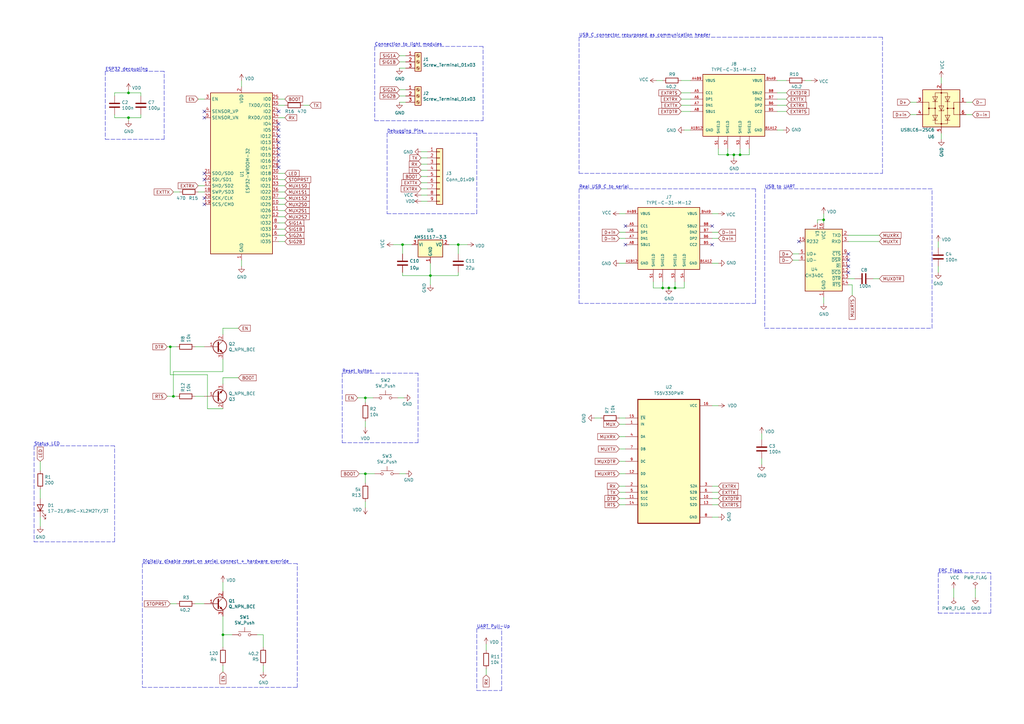
<source format=kicad_sch>
(kicad_sch (version 20211123) (generator eeschema)

  (uuid 9baf7b1e-44a0-4262-8221-97a2fa15d5e8)

  (paper "A3")

  (title_block
    (title "Heliox Control")
    (date "2021-08-10")
    (rev "v00")
    (comment 4 "Author: GHOSCHT")
  )

  (lib_symbols
    (symbol "Connector:Screw_Terminal_01x03" (pin_names (offset 1.016) hide) (in_bom yes) (on_board yes)
      (property "Reference" "J" (id 0) (at 0 5.08 0)
        (effects (font (size 1.27 1.27)))
      )
      (property "Value" "Screw_Terminal_01x03" (id 1) (at 0 -5.08 0)
        (effects (font (size 1.27 1.27)))
      )
      (property "Footprint" "" (id 2) (at 0 0 0)
        (effects (font (size 1.27 1.27)) hide)
      )
      (property "Datasheet" "~" (id 3) (at 0 0 0)
        (effects (font (size 1.27 1.27)) hide)
      )
      (property "ki_keywords" "screw terminal" (id 4) (at 0 0 0)
        (effects (font (size 1.27 1.27)) hide)
      )
      (property "ki_description" "Generic screw terminal, single row, 01x03, script generated (kicad-library-utils/schlib/autogen/connector/)" (id 5) (at 0 0 0)
        (effects (font (size 1.27 1.27)) hide)
      )
      (property "ki_fp_filters" "TerminalBlock*:*" (id 6) (at 0 0 0)
        (effects (font (size 1.27 1.27)) hide)
      )
      (symbol "Screw_Terminal_01x03_1_1"
        (rectangle (start -1.27 3.81) (end 1.27 -3.81)
          (stroke (width 0.254) (type default) (color 0 0 0 0))
          (fill (type background))
        )
        (circle (center 0 -2.54) (radius 0.635)
          (stroke (width 0.1524) (type default) (color 0 0 0 0))
          (fill (type none))
        )
        (polyline
          (pts
            (xy -0.5334 -2.2098)
            (xy 0.3302 -3.048)
          )
          (stroke (width 0.1524) (type default) (color 0 0 0 0))
          (fill (type none))
        )
        (polyline
          (pts
            (xy -0.5334 0.3302)
            (xy 0.3302 -0.508)
          )
          (stroke (width 0.1524) (type default) (color 0 0 0 0))
          (fill (type none))
        )
        (polyline
          (pts
            (xy -0.5334 2.8702)
            (xy 0.3302 2.032)
          )
          (stroke (width 0.1524) (type default) (color 0 0 0 0))
          (fill (type none))
        )
        (polyline
          (pts
            (xy -0.3556 -2.032)
            (xy 0.508 -2.8702)
          )
          (stroke (width 0.1524) (type default) (color 0 0 0 0))
          (fill (type none))
        )
        (polyline
          (pts
            (xy -0.3556 0.508)
            (xy 0.508 -0.3302)
          )
          (stroke (width 0.1524) (type default) (color 0 0 0 0))
          (fill (type none))
        )
        (polyline
          (pts
            (xy -0.3556 3.048)
            (xy 0.508 2.2098)
          )
          (stroke (width 0.1524) (type default) (color 0 0 0 0))
          (fill (type none))
        )
        (circle (center 0 0) (radius 0.635)
          (stroke (width 0.1524) (type default) (color 0 0 0 0))
          (fill (type none))
        )
        (circle (center 0 2.54) (radius 0.635)
          (stroke (width 0.1524) (type default) (color 0 0 0 0))
          (fill (type none))
        )
        (pin passive line (at -5.08 2.54 0) (length 3.81)
          (name "Pin_1" (effects (font (size 1.27 1.27))))
          (number "1" (effects (font (size 1.27 1.27))))
        )
        (pin passive line (at -5.08 0 0) (length 3.81)
          (name "Pin_2" (effects (font (size 1.27 1.27))))
          (number "2" (effects (font (size 1.27 1.27))))
        )
        (pin passive line (at -5.08 -2.54 0) (length 3.81)
          (name "Pin_3" (effects (font (size 1.27 1.27))))
          (number "3" (effects (font (size 1.27 1.27))))
        )
      )
    )
    (symbol "Connector_Generic:Conn_01x09" (pin_names (offset 1.016) hide) (in_bom yes) (on_board yes)
      (property "Reference" "J" (id 0) (at 0 12.7 0)
        (effects (font (size 1.27 1.27)))
      )
      (property "Value" "Conn_01x09" (id 1) (at 0 -12.7 0)
        (effects (font (size 1.27 1.27)))
      )
      (property "Footprint" "" (id 2) (at 0 0 0)
        (effects (font (size 1.27 1.27)) hide)
      )
      (property "Datasheet" "~" (id 3) (at 0 0 0)
        (effects (font (size 1.27 1.27)) hide)
      )
      (property "ki_keywords" "connector" (id 4) (at 0 0 0)
        (effects (font (size 1.27 1.27)) hide)
      )
      (property "ki_description" "Generic connector, single row, 01x09, script generated (kicad-library-utils/schlib/autogen/connector/)" (id 5) (at 0 0 0)
        (effects (font (size 1.27 1.27)) hide)
      )
      (property "ki_fp_filters" "Connector*:*_1x??_*" (id 6) (at 0 0 0)
        (effects (font (size 1.27 1.27)) hide)
      )
      (symbol "Conn_01x09_1_1"
        (rectangle (start -1.27 -10.033) (end 0 -10.287)
          (stroke (width 0.1524) (type default) (color 0 0 0 0))
          (fill (type none))
        )
        (rectangle (start -1.27 -7.493) (end 0 -7.747)
          (stroke (width 0.1524) (type default) (color 0 0 0 0))
          (fill (type none))
        )
        (rectangle (start -1.27 -4.953) (end 0 -5.207)
          (stroke (width 0.1524) (type default) (color 0 0 0 0))
          (fill (type none))
        )
        (rectangle (start -1.27 -2.413) (end 0 -2.667)
          (stroke (width 0.1524) (type default) (color 0 0 0 0))
          (fill (type none))
        )
        (rectangle (start -1.27 0.127) (end 0 -0.127)
          (stroke (width 0.1524) (type default) (color 0 0 0 0))
          (fill (type none))
        )
        (rectangle (start -1.27 2.667) (end 0 2.413)
          (stroke (width 0.1524) (type default) (color 0 0 0 0))
          (fill (type none))
        )
        (rectangle (start -1.27 5.207) (end 0 4.953)
          (stroke (width 0.1524) (type default) (color 0 0 0 0))
          (fill (type none))
        )
        (rectangle (start -1.27 7.747) (end 0 7.493)
          (stroke (width 0.1524) (type default) (color 0 0 0 0))
          (fill (type none))
        )
        (rectangle (start -1.27 10.287) (end 0 10.033)
          (stroke (width 0.1524) (type default) (color 0 0 0 0))
          (fill (type none))
        )
        (rectangle (start -1.27 11.43) (end 1.27 -11.43)
          (stroke (width 0.254) (type default) (color 0 0 0 0))
          (fill (type background))
        )
        (pin passive line (at -5.08 10.16 0) (length 3.81)
          (name "Pin_1" (effects (font (size 1.27 1.27))))
          (number "1" (effects (font (size 1.27 1.27))))
        )
        (pin passive line (at -5.08 7.62 0) (length 3.81)
          (name "Pin_2" (effects (font (size 1.27 1.27))))
          (number "2" (effects (font (size 1.27 1.27))))
        )
        (pin passive line (at -5.08 5.08 0) (length 3.81)
          (name "Pin_3" (effects (font (size 1.27 1.27))))
          (number "3" (effects (font (size 1.27 1.27))))
        )
        (pin passive line (at -5.08 2.54 0) (length 3.81)
          (name "Pin_4" (effects (font (size 1.27 1.27))))
          (number "4" (effects (font (size 1.27 1.27))))
        )
        (pin passive line (at -5.08 0 0) (length 3.81)
          (name "Pin_5" (effects (font (size 1.27 1.27))))
          (number "5" (effects (font (size 1.27 1.27))))
        )
        (pin passive line (at -5.08 -2.54 0) (length 3.81)
          (name "Pin_6" (effects (font (size 1.27 1.27))))
          (number "6" (effects (font (size 1.27 1.27))))
        )
        (pin passive line (at -5.08 -5.08 0) (length 3.81)
          (name "Pin_7" (effects (font (size 1.27 1.27))))
          (number "7" (effects (font (size 1.27 1.27))))
        )
        (pin passive line (at -5.08 -7.62 0) (length 3.81)
          (name "Pin_8" (effects (font (size 1.27 1.27))))
          (number "8" (effects (font (size 1.27 1.27))))
        )
        (pin passive line (at -5.08 -10.16 0) (length 3.81)
          (name "Pin_9" (effects (font (size 1.27 1.27))))
          (number "9" (effects (font (size 1.27 1.27))))
        )
      )
    )
    (symbol "Device:C" (pin_numbers hide) (pin_names (offset 0.254)) (in_bom yes) (on_board yes)
      (property "Reference" "C" (id 0) (at 0.635 2.54 0)
        (effects (font (size 1.27 1.27)) (justify left))
      )
      (property "Value" "C" (id 1) (at 0.635 -2.54 0)
        (effects (font (size 1.27 1.27)) (justify left))
      )
      (property "Footprint" "" (id 2) (at 0.9652 -3.81 0)
        (effects (font (size 1.27 1.27)) hide)
      )
      (property "Datasheet" "~" (id 3) (at 0 0 0)
        (effects (font (size 1.27 1.27)) hide)
      )
      (property "ki_keywords" "cap capacitor" (id 4) (at 0 0 0)
        (effects (font (size 1.27 1.27)) hide)
      )
      (property "ki_description" "Unpolarized capacitor" (id 5) (at 0 0 0)
        (effects (font (size 1.27 1.27)) hide)
      )
      (property "ki_fp_filters" "C_*" (id 6) (at 0 0 0)
        (effects (font (size 1.27 1.27)) hide)
      )
      (symbol "C_0_1"
        (polyline
          (pts
            (xy -2.032 -0.762)
            (xy 2.032 -0.762)
          )
          (stroke (width 0.508) (type default) (color 0 0 0 0))
          (fill (type none))
        )
        (polyline
          (pts
            (xy -2.032 0.762)
            (xy 2.032 0.762)
          )
          (stroke (width 0.508) (type default) (color 0 0 0 0))
          (fill (type none))
        )
      )
      (symbol "C_1_1"
        (pin passive line (at 0 3.81 270) (length 2.794)
          (name "~" (effects (font (size 1.27 1.27))))
          (number "1" (effects (font (size 1.27 1.27))))
        )
        (pin passive line (at 0 -3.81 90) (length 2.794)
          (name "~" (effects (font (size 1.27 1.27))))
          (number "2" (effects (font (size 1.27 1.27))))
        )
      )
    )
    (symbol "Device:LED" (pin_numbers hide) (pin_names (offset 1.016) hide) (in_bom yes) (on_board yes)
      (property "Reference" "D" (id 0) (at 0 2.54 0)
        (effects (font (size 1.27 1.27)))
      )
      (property "Value" "LED" (id 1) (at 0 -2.54 0)
        (effects (font (size 1.27 1.27)))
      )
      (property "Footprint" "" (id 2) (at 0 0 0)
        (effects (font (size 1.27 1.27)) hide)
      )
      (property "Datasheet" "~" (id 3) (at 0 0 0)
        (effects (font (size 1.27 1.27)) hide)
      )
      (property "ki_keywords" "LED diode" (id 4) (at 0 0 0)
        (effects (font (size 1.27 1.27)) hide)
      )
      (property "ki_description" "Light emitting diode" (id 5) (at 0 0 0)
        (effects (font (size 1.27 1.27)) hide)
      )
      (property "ki_fp_filters" "LED* LED_SMD:* LED_THT:*" (id 6) (at 0 0 0)
        (effects (font (size 1.27 1.27)) hide)
      )
      (symbol "LED_0_1"
        (polyline
          (pts
            (xy -1.27 -1.27)
            (xy -1.27 1.27)
          )
          (stroke (width 0.254) (type default) (color 0 0 0 0))
          (fill (type none))
        )
        (polyline
          (pts
            (xy -1.27 0)
            (xy 1.27 0)
          )
          (stroke (width 0) (type default) (color 0 0 0 0))
          (fill (type none))
        )
        (polyline
          (pts
            (xy 1.27 -1.27)
            (xy 1.27 1.27)
            (xy -1.27 0)
            (xy 1.27 -1.27)
          )
          (stroke (width 0.254) (type default) (color 0 0 0 0))
          (fill (type none))
        )
        (polyline
          (pts
            (xy -3.048 -0.762)
            (xy -4.572 -2.286)
            (xy -3.81 -2.286)
            (xy -4.572 -2.286)
            (xy -4.572 -1.524)
          )
          (stroke (width 0) (type default) (color 0 0 0 0))
          (fill (type none))
        )
        (polyline
          (pts
            (xy -1.778 -0.762)
            (xy -3.302 -2.286)
            (xy -2.54 -2.286)
            (xy -3.302 -2.286)
            (xy -3.302 -1.524)
          )
          (stroke (width 0) (type default) (color 0 0 0 0))
          (fill (type none))
        )
      )
      (symbol "LED_1_1"
        (pin passive line (at -3.81 0 0) (length 2.54)
          (name "K" (effects (font (size 1.27 1.27))))
          (number "1" (effects (font (size 1.27 1.27))))
        )
        (pin passive line (at 3.81 0 180) (length 2.54)
          (name "A" (effects (font (size 1.27 1.27))))
          (number "2" (effects (font (size 1.27 1.27))))
        )
      )
    )
    (symbol "Device:Q_NPN_BCE" (pin_names (offset 0) hide) (in_bom yes) (on_board yes)
      (property "Reference" "Q" (id 0) (at 5.08 1.27 0)
        (effects (font (size 1.27 1.27)) (justify left))
      )
      (property "Value" "Q_NPN_BCE" (id 1) (at 5.08 -1.27 0)
        (effects (font (size 1.27 1.27)) (justify left))
      )
      (property "Footprint" "" (id 2) (at 5.08 2.54 0)
        (effects (font (size 1.27 1.27)) hide)
      )
      (property "Datasheet" "~" (id 3) (at 0 0 0)
        (effects (font (size 1.27 1.27)) hide)
      )
      (property "ki_keywords" "transistor NPN" (id 4) (at 0 0 0)
        (effects (font (size 1.27 1.27)) hide)
      )
      (property "ki_description" "NPN transistor, base/collector/emitter" (id 5) (at 0 0 0)
        (effects (font (size 1.27 1.27)) hide)
      )
      (symbol "Q_NPN_BCE_0_1"
        (polyline
          (pts
            (xy 0.635 0.635)
            (xy 2.54 2.54)
          )
          (stroke (width 0) (type default) (color 0 0 0 0))
          (fill (type none))
        )
        (polyline
          (pts
            (xy 0.635 -0.635)
            (xy 2.54 -2.54)
            (xy 2.54 -2.54)
          )
          (stroke (width 0) (type default) (color 0 0 0 0))
          (fill (type none))
        )
        (polyline
          (pts
            (xy 0.635 1.905)
            (xy 0.635 -1.905)
            (xy 0.635 -1.905)
          )
          (stroke (width 0.508) (type default) (color 0 0 0 0))
          (fill (type none))
        )
        (polyline
          (pts
            (xy 1.27 -1.778)
            (xy 1.778 -1.27)
            (xy 2.286 -2.286)
            (xy 1.27 -1.778)
            (xy 1.27 -1.778)
          )
          (stroke (width 0) (type default) (color 0 0 0 0))
          (fill (type outline))
        )
        (circle (center 1.27 0) (radius 2.8194)
          (stroke (width 0.254) (type default) (color 0 0 0 0))
          (fill (type none))
        )
      )
      (symbol "Q_NPN_BCE_1_1"
        (pin input line (at -5.08 0 0) (length 5.715)
          (name "B" (effects (font (size 1.27 1.27))))
          (number "1" (effects (font (size 1.27 1.27))))
        )
        (pin passive line (at 2.54 5.08 270) (length 2.54)
          (name "C" (effects (font (size 1.27 1.27))))
          (number "2" (effects (font (size 1.27 1.27))))
        )
        (pin passive line (at 2.54 -5.08 90) (length 2.54)
          (name "E" (effects (font (size 1.27 1.27))))
          (number "3" (effects (font (size 1.27 1.27))))
        )
      )
    )
    (symbol "Device:R" (pin_numbers hide) (pin_names (offset 0)) (in_bom yes) (on_board yes)
      (property "Reference" "R" (id 0) (at 2.032 0 90)
        (effects (font (size 1.27 1.27)))
      )
      (property "Value" "R" (id 1) (at 0 0 90)
        (effects (font (size 1.27 1.27)))
      )
      (property "Footprint" "" (id 2) (at -1.778 0 90)
        (effects (font (size 1.27 1.27)) hide)
      )
      (property "Datasheet" "~" (id 3) (at 0 0 0)
        (effects (font (size 1.27 1.27)) hide)
      )
      (property "ki_keywords" "R res resistor" (id 4) (at 0 0 0)
        (effects (font (size 1.27 1.27)) hide)
      )
      (property "ki_description" "Resistor" (id 5) (at 0 0 0)
        (effects (font (size 1.27 1.27)) hide)
      )
      (property "ki_fp_filters" "R_*" (id 6) (at 0 0 0)
        (effects (font (size 1.27 1.27)) hide)
      )
      (symbol "R_0_1"
        (rectangle (start -1.016 -2.54) (end 1.016 2.54)
          (stroke (width 0.254) (type default) (color 0 0 0 0))
          (fill (type none))
        )
      )
      (symbol "R_1_1"
        (pin passive line (at 0 3.81 270) (length 1.27)
          (name "~" (effects (font (size 1.27 1.27))))
          (number "1" (effects (font (size 1.27 1.27))))
        )
        (pin passive line (at 0 -3.81 90) (length 1.27)
          (name "~" (effects (font (size 1.27 1.27))))
          (number "2" (effects (font (size 1.27 1.27))))
        )
      )
    )
    (symbol "Interface_USB:CH340C" (in_bom yes) (on_board yes)
      (property "Reference" "U" (id 0) (at -5.08 13.97 0)
        (effects (font (size 1.27 1.27)) (justify right))
      )
      (property "Value" "CH340C" (id 1) (at 1.27 13.97 0)
        (effects (font (size 1.27 1.27)) (justify left))
      )
      (property "Footprint" "Package_SO:SOIC-16_3.9x9.9mm_P1.27mm" (id 2) (at 1.27 -13.97 0)
        (effects (font (size 1.27 1.27)) (justify left) hide)
      )
      (property "Datasheet" "https://datasheet.lcsc.com/szlcsc/Jiangsu-Qin-Heng-CH340C_C84681.pdf" (id 3) (at -8.89 20.32 0)
        (effects (font (size 1.27 1.27)) hide)
      )
      (property "ki_keywords" "USB UART Serial Converter Interface" (id 4) (at 0 0 0)
        (effects (font (size 1.27 1.27)) hide)
      )
      (property "ki_description" "USB serial converter, UART, SOIC-16" (id 5) (at 0 0 0)
        (effects (font (size 1.27 1.27)) hide)
      )
      (property "ki_fp_filters" "SOIC*3.9x9.9mm*P1.27mm*" (id 6) (at 0 0 0)
        (effects (font (size 1.27 1.27)) hide)
      )
      (symbol "CH340C_0_1"
        (rectangle (start -7.62 12.7) (end 7.62 -12.7)
          (stroke (width 0.254) (type default) (color 0 0 0 0))
          (fill (type background))
        )
      )
      (symbol "CH340C_1_1"
        (pin power_in line (at 0 -15.24 90) (length 2.54)
          (name "GND" (effects (font (size 1.27 1.27))))
          (number "1" (effects (font (size 1.27 1.27))))
        )
        (pin input line (at 10.16 0 180) (length 2.54)
          (name "~{DSR}" (effects (font (size 1.27 1.27))))
          (number "10" (effects (font (size 1.27 1.27))))
        )
        (pin input line (at 10.16 -2.54 180) (length 2.54)
          (name "~{RI}" (effects (font (size 1.27 1.27))))
          (number "11" (effects (font (size 1.27 1.27))))
        )
        (pin input line (at 10.16 -5.08 180) (length 2.54)
          (name "~{DCD}" (effects (font (size 1.27 1.27))))
          (number "12" (effects (font (size 1.27 1.27))))
        )
        (pin output line (at 10.16 -7.62 180) (length 2.54)
          (name "~{DTR}" (effects (font (size 1.27 1.27))))
          (number "13" (effects (font (size 1.27 1.27))))
        )
        (pin output line (at 10.16 -10.16 180) (length 2.54)
          (name "~{RTS}" (effects (font (size 1.27 1.27))))
          (number "14" (effects (font (size 1.27 1.27))))
        )
        (pin input line (at -10.16 7.62 0) (length 2.54)
          (name "R232" (effects (font (size 1.27 1.27))))
          (number "15" (effects (font (size 1.27 1.27))))
        )
        (pin power_in line (at 0 15.24 270) (length 2.54)
          (name "VCC" (effects (font (size 1.27 1.27))))
          (number "16" (effects (font (size 1.27 1.27))))
        )
        (pin output line (at 10.16 10.16 180) (length 2.54)
          (name "TXD" (effects (font (size 1.27 1.27))))
          (number "2" (effects (font (size 1.27 1.27))))
        )
        (pin input line (at 10.16 7.62 180) (length 2.54)
          (name "RXD" (effects (font (size 1.27 1.27))))
          (number "3" (effects (font (size 1.27 1.27))))
        )
        (pin passive line (at -2.54 15.24 270) (length 2.54)
          (name "V3" (effects (font (size 1.27 1.27))))
          (number "4" (effects (font (size 1.27 1.27))))
        )
        (pin bidirectional line (at -10.16 2.54 0) (length 2.54)
          (name "UD+" (effects (font (size 1.27 1.27))))
          (number "5" (effects (font (size 1.27 1.27))))
        )
        (pin bidirectional line (at -10.16 0 0) (length 2.54)
          (name "UD-" (effects (font (size 1.27 1.27))))
          (number "6" (effects (font (size 1.27 1.27))))
        )
        (pin no_connect line (at -7.62 -7.62 0) (length 2.54) hide
          (name "NC" (effects (font (size 1.27 1.27))))
          (number "7" (effects (font (size 1.27 1.27))))
        )
        (pin no_connect line (at -7.62 -10.16 0) (length 2.54) hide
          (name "NC" (effects (font (size 1.27 1.27))))
          (number "8" (effects (font (size 1.27 1.27))))
        )
        (pin input line (at 10.16 2.54 180) (length 2.54)
          (name "~{CTS}" (effects (font (size 1.27 1.27))))
          (number "9" (effects (font (size 1.27 1.27))))
        )
      )
    )
    (symbol "Power_Protection:USBLC6-2SC6" (pin_names hide) (in_bom yes) (on_board yes)
      (property "Reference" "U" (id 0) (at 2.54 8.89 0)
        (effects (font (size 1.27 1.27)) (justify left))
      )
      (property "Value" "USBLC6-2SC6" (id 1) (at 2.54 -8.89 0)
        (effects (font (size 1.27 1.27)) (justify left))
      )
      (property "Footprint" "Package_TO_SOT_SMD:SOT-23-6" (id 2) (at 0 -12.7 0)
        (effects (font (size 1.27 1.27)) hide)
      )
      (property "Datasheet" "https://www.st.com/resource/en/datasheet/usblc6-2.pdf" (id 3) (at 5.08 8.89 0)
        (effects (font (size 1.27 1.27)) hide)
      )
      (property "ki_keywords" "usb ethernet video" (id 4) (at 0 0 0)
        (effects (font (size 1.27 1.27)) hide)
      )
      (property "ki_description" "Very low capacitance ESD protection diode, 2 data-line, SOT-23-6" (id 5) (at 0 0 0)
        (effects (font (size 1.27 1.27)) hide)
      )
      (property "ki_fp_filters" "SOT?23*" (id 6) (at 0 0 0)
        (effects (font (size 1.27 1.27)) hide)
      )
      (symbol "USBLC6-2SC6_0_1"
        (rectangle (start -7.62 -7.62) (end 7.62 7.62)
          (stroke (width 0.254) (type default) (color 0 0 0 0))
          (fill (type background))
        )
        (circle (center -5.08 0) (radius 0.254)
          (stroke (width 0) (type default) (color 0 0 0 0))
          (fill (type outline))
        )
        (circle (center -2.54 0) (radius 0.254)
          (stroke (width 0) (type default) (color 0 0 0 0))
          (fill (type outline))
        )
        (rectangle (start -2.54 6.35) (end 2.54 -6.35)
          (stroke (width 0) (type default) (color 0 0 0 0))
          (fill (type none))
        )
        (circle (center 0 -6.35) (radius 0.254)
          (stroke (width 0) (type default) (color 0 0 0 0))
          (fill (type outline))
        )
        (polyline
          (pts
            (xy -5.08 -2.54)
            (xy -7.62 -2.54)
          )
          (stroke (width 0) (type default) (color 0 0 0 0))
          (fill (type none))
        )
        (polyline
          (pts
            (xy -5.08 0)
            (xy -5.08 -2.54)
          )
          (stroke (width 0) (type default) (color 0 0 0 0))
          (fill (type none))
        )
        (polyline
          (pts
            (xy -5.08 2.54)
            (xy -7.62 2.54)
          )
          (stroke (width 0) (type default) (color 0 0 0 0))
          (fill (type none))
        )
        (polyline
          (pts
            (xy -1.524 -2.794)
            (xy -3.556 -2.794)
          )
          (stroke (width 0) (type default) (color 0 0 0 0))
          (fill (type none))
        )
        (polyline
          (pts
            (xy -1.524 4.826)
            (xy -3.556 4.826)
          )
          (stroke (width 0) (type default) (color 0 0 0 0))
          (fill (type none))
        )
        (polyline
          (pts
            (xy 0 -7.62)
            (xy 0 -6.35)
          )
          (stroke (width 0) (type default) (color 0 0 0 0))
          (fill (type none))
        )
        (polyline
          (pts
            (xy 0 -6.35)
            (xy 0 1.27)
          )
          (stroke (width 0) (type default) (color 0 0 0 0))
          (fill (type none))
        )
        (polyline
          (pts
            (xy 0 1.27)
            (xy 0 6.35)
          )
          (stroke (width 0) (type default) (color 0 0 0 0))
          (fill (type none))
        )
        (polyline
          (pts
            (xy 0 6.35)
            (xy 0 7.62)
          )
          (stroke (width 0) (type default) (color 0 0 0 0))
          (fill (type none))
        )
        (polyline
          (pts
            (xy 1.524 -2.794)
            (xy 3.556 -2.794)
          )
          (stroke (width 0) (type default) (color 0 0 0 0))
          (fill (type none))
        )
        (polyline
          (pts
            (xy 1.524 4.826)
            (xy 3.556 4.826)
          )
          (stroke (width 0) (type default) (color 0 0 0 0))
          (fill (type none))
        )
        (polyline
          (pts
            (xy 5.08 -2.54)
            (xy 7.62 -2.54)
          )
          (stroke (width 0) (type default) (color 0 0 0 0))
          (fill (type none))
        )
        (polyline
          (pts
            (xy 5.08 0)
            (xy 5.08 -2.54)
          )
          (stroke (width 0) (type default) (color 0 0 0 0))
          (fill (type none))
        )
        (polyline
          (pts
            (xy 5.08 2.54)
            (xy 7.62 2.54)
          )
          (stroke (width 0) (type default) (color 0 0 0 0))
          (fill (type none))
        )
        (polyline
          (pts
            (xy -2.54 0)
            (xy -5.08 0)
            (xy -5.08 2.54)
          )
          (stroke (width 0) (type default) (color 0 0 0 0))
          (fill (type none))
        )
        (polyline
          (pts
            (xy 2.54 0)
            (xy 5.08 0)
            (xy 5.08 2.54)
          )
          (stroke (width 0) (type default) (color 0 0 0 0))
          (fill (type none))
        )
        (polyline
          (pts
            (xy -3.556 -4.826)
            (xy -1.524 -4.826)
            (xy -2.54 -2.794)
            (xy -3.556 -4.826)
          )
          (stroke (width 0) (type default) (color 0 0 0 0))
          (fill (type none))
        )
        (polyline
          (pts
            (xy -3.556 2.794)
            (xy -1.524 2.794)
            (xy -2.54 4.826)
            (xy -3.556 2.794)
          )
          (stroke (width 0) (type default) (color 0 0 0 0))
          (fill (type none))
        )
        (polyline
          (pts
            (xy -1.016 -1.016)
            (xy 1.016 -1.016)
            (xy 0 1.016)
            (xy -1.016 -1.016)
          )
          (stroke (width 0) (type default) (color 0 0 0 0))
          (fill (type none))
        )
        (polyline
          (pts
            (xy 1.016 1.016)
            (xy 0.762 1.016)
            (xy -1.016 1.016)
            (xy -1.016 0.508)
          )
          (stroke (width 0) (type default) (color 0 0 0 0))
          (fill (type none))
        )
        (polyline
          (pts
            (xy 3.556 -4.826)
            (xy 1.524 -4.826)
            (xy 2.54 -2.794)
            (xy 3.556 -4.826)
          )
          (stroke (width 0) (type default) (color 0 0 0 0))
          (fill (type none))
        )
        (polyline
          (pts
            (xy 3.556 2.794)
            (xy 1.524 2.794)
            (xy 2.54 4.826)
            (xy 3.556 2.794)
          )
          (stroke (width 0) (type default) (color 0 0 0 0))
          (fill (type none))
        )
        (circle (center 0 6.35) (radius 0.254)
          (stroke (width 0) (type default) (color 0 0 0 0))
          (fill (type outline))
        )
        (circle (center 2.54 0) (radius 0.254)
          (stroke (width 0) (type default) (color 0 0 0 0))
          (fill (type outline))
        )
        (circle (center 5.08 0) (radius 0.254)
          (stroke (width 0) (type default) (color 0 0 0 0))
          (fill (type outline))
        )
      )
      (symbol "USBLC6-2SC6_1_1"
        (pin passive line (at -10.16 -2.54 0) (length 2.54)
          (name "I/O1" (effects (font (size 1.27 1.27))))
          (number "1" (effects (font (size 1.27 1.27))))
        )
        (pin passive line (at 0 -10.16 90) (length 2.54)
          (name "GND" (effects (font (size 1.27 1.27))))
          (number "2" (effects (font (size 1.27 1.27))))
        )
        (pin passive line (at 10.16 -2.54 180) (length 2.54)
          (name "I/O2" (effects (font (size 1.27 1.27))))
          (number "3" (effects (font (size 1.27 1.27))))
        )
        (pin passive line (at 10.16 2.54 180) (length 2.54)
          (name "I/O2" (effects (font (size 1.27 1.27))))
          (number "4" (effects (font (size 1.27 1.27))))
        )
        (pin passive line (at 0 10.16 270) (length 2.54)
          (name "VBUS" (effects (font (size 1.27 1.27))))
          (number "5" (effects (font (size 1.27 1.27))))
        )
        (pin passive line (at -10.16 2.54 0) (length 2.54)
          (name "I/O1" (effects (font (size 1.27 1.27))))
          (number "6" (effects (font (size 1.27 1.27))))
        )
      )
    )
    (symbol "RF_Module:ESP32-WROOM-32" (in_bom yes) (on_board yes)
      (property "Reference" "U" (id 0) (at -12.7 34.29 0)
        (effects (font (size 1.27 1.27)) (justify left))
      )
      (property "Value" "ESP32-WROOM-32" (id 1) (at 1.27 34.29 0)
        (effects (font (size 1.27 1.27)) (justify left))
      )
      (property "Footprint" "RF_Module:ESP32-WROOM-32" (id 2) (at 0 -38.1 0)
        (effects (font (size 1.27 1.27)) hide)
      )
      (property "Datasheet" "https://www.espressif.com/sites/default/files/documentation/esp32-wroom-32_datasheet_en.pdf" (id 3) (at -7.62 1.27 0)
        (effects (font (size 1.27 1.27)) hide)
      )
      (property "ki_keywords" "RF Radio BT ESP ESP32 Espressif onboard PCB antenna" (id 4) (at 0 0 0)
        (effects (font (size 1.27 1.27)) hide)
      )
      (property "ki_description" "RF Module, ESP32-D0WDQ6 SoC, Wi-Fi 802.11b/g/n, Bluetooth, BLE, 32-bit, 2.7-3.6V, onboard antenna, SMD" (id 5) (at 0 0 0)
        (effects (font (size 1.27 1.27)) hide)
      )
      (property "ki_fp_filters" "ESP32?WROOM?32*" (id 6) (at 0 0 0)
        (effects (font (size 1.27 1.27)) hide)
      )
      (symbol "ESP32-WROOM-32_0_1"
        (rectangle (start -12.7 33.02) (end 12.7 -33.02)
          (stroke (width 0.254) (type default) (color 0 0 0 0))
          (fill (type background))
        )
      )
      (symbol "ESP32-WROOM-32_1_1"
        (pin power_in line (at 0 -35.56 90) (length 2.54)
          (name "GND" (effects (font (size 1.27 1.27))))
          (number "1" (effects (font (size 1.27 1.27))))
        )
        (pin bidirectional line (at 15.24 -12.7 180) (length 2.54)
          (name "IO25" (effects (font (size 1.27 1.27))))
          (number "10" (effects (font (size 1.27 1.27))))
        )
        (pin bidirectional line (at 15.24 -15.24 180) (length 2.54)
          (name "IO26" (effects (font (size 1.27 1.27))))
          (number "11" (effects (font (size 1.27 1.27))))
        )
        (pin bidirectional line (at 15.24 -17.78 180) (length 2.54)
          (name "IO27" (effects (font (size 1.27 1.27))))
          (number "12" (effects (font (size 1.27 1.27))))
        )
        (pin bidirectional line (at 15.24 10.16 180) (length 2.54)
          (name "IO14" (effects (font (size 1.27 1.27))))
          (number "13" (effects (font (size 1.27 1.27))))
        )
        (pin bidirectional line (at 15.24 15.24 180) (length 2.54)
          (name "IO12" (effects (font (size 1.27 1.27))))
          (number "14" (effects (font (size 1.27 1.27))))
        )
        (pin passive line (at 0 -35.56 90) (length 2.54) hide
          (name "GND" (effects (font (size 1.27 1.27))))
          (number "15" (effects (font (size 1.27 1.27))))
        )
        (pin bidirectional line (at 15.24 12.7 180) (length 2.54)
          (name "IO13" (effects (font (size 1.27 1.27))))
          (number "16" (effects (font (size 1.27 1.27))))
        )
        (pin bidirectional line (at -15.24 -5.08 0) (length 2.54)
          (name "SHD/SD2" (effects (font (size 1.27 1.27))))
          (number "17" (effects (font (size 1.27 1.27))))
        )
        (pin bidirectional line (at -15.24 -7.62 0) (length 2.54)
          (name "SWP/SD3" (effects (font (size 1.27 1.27))))
          (number "18" (effects (font (size 1.27 1.27))))
        )
        (pin bidirectional line (at -15.24 -12.7 0) (length 2.54)
          (name "SCS/CMD" (effects (font (size 1.27 1.27))))
          (number "19" (effects (font (size 1.27 1.27))))
        )
        (pin power_in line (at 0 35.56 270) (length 2.54)
          (name "VDD" (effects (font (size 1.27 1.27))))
          (number "2" (effects (font (size 1.27 1.27))))
        )
        (pin bidirectional line (at -15.24 -10.16 0) (length 2.54)
          (name "SCK/CLK" (effects (font (size 1.27 1.27))))
          (number "20" (effects (font (size 1.27 1.27))))
        )
        (pin bidirectional line (at -15.24 0 0) (length 2.54)
          (name "SDO/SD0" (effects (font (size 1.27 1.27))))
          (number "21" (effects (font (size 1.27 1.27))))
        )
        (pin bidirectional line (at -15.24 -2.54 0) (length 2.54)
          (name "SDI/SD1" (effects (font (size 1.27 1.27))))
          (number "22" (effects (font (size 1.27 1.27))))
        )
        (pin bidirectional line (at 15.24 7.62 180) (length 2.54)
          (name "IO15" (effects (font (size 1.27 1.27))))
          (number "23" (effects (font (size 1.27 1.27))))
        )
        (pin bidirectional line (at 15.24 25.4 180) (length 2.54)
          (name "IO2" (effects (font (size 1.27 1.27))))
          (number "24" (effects (font (size 1.27 1.27))))
        )
        (pin bidirectional line (at 15.24 30.48 180) (length 2.54)
          (name "IO0" (effects (font (size 1.27 1.27))))
          (number "25" (effects (font (size 1.27 1.27))))
        )
        (pin bidirectional line (at 15.24 20.32 180) (length 2.54)
          (name "IO4" (effects (font (size 1.27 1.27))))
          (number "26" (effects (font (size 1.27 1.27))))
        )
        (pin bidirectional line (at 15.24 5.08 180) (length 2.54)
          (name "IO16" (effects (font (size 1.27 1.27))))
          (number "27" (effects (font (size 1.27 1.27))))
        )
        (pin bidirectional line (at 15.24 2.54 180) (length 2.54)
          (name "IO17" (effects (font (size 1.27 1.27))))
          (number "28" (effects (font (size 1.27 1.27))))
        )
        (pin bidirectional line (at 15.24 17.78 180) (length 2.54)
          (name "IO5" (effects (font (size 1.27 1.27))))
          (number "29" (effects (font (size 1.27 1.27))))
        )
        (pin input line (at -15.24 30.48 0) (length 2.54)
          (name "EN" (effects (font (size 1.27 1.27))))
          (number "3" (effects (font (size 1.27 1.27))))
        )
        (pin bidirectional line (at 15.24 0 180) (length 2.54)
          (name "IO18" (effects (font (size 1.27 1.27))))
          (number "30" (effects (font (size 1.27 1.27))))
        )
        (pin bidirectional line (at 15.24 -2.54 180) (length 2.54)
          (name "IO19" (effects (font (size 1.27 1.27))))
          (number "31" (effects (font (size 1.27 1.27))))
        )
        (pin no_connect line (at -12.7 -27.94 0) (length 2.54) hide
          (name "NC" (effects (font (size 1.27 1.27))))
          (number "32" (effects (font (size 1.27 1.27))))
        )
        (pin bidirectional line (at 15.24 -5.08 180) (length 2.54)
          (name "IO21" (effects (font (size 1.27 1.27))))
          (number "33" (effects (font (size 1.27 1.27))))
        )
        (pin bidirectional line (at 15.24 22.86 180) (length 2.54)
          (name "RXD0/IO3" (effects (font (size 1.27 1.27))))
          (number "34" (effects (font (size 1.27 1.27))))
        )
        (pin bidirectional line (at 15.24 27.94 180) (length 2.54)
          (name "TXD0/IO1" (effects (font (size 1.27 1.27))))
          (number "35" (effects (font (size 1.27 1.27))))
        )
        (pin bidirectional line (at 15.24 -7.62 180) (length 2.54)
          (name "IO22" (effects (font (size 1.27 1.27))))
          (number "36" (effects (font (size 1.27 1.27))))
        )
        (pin bidirectional line (at 15.24 -10.16 180) (length 2.54)
          (name "IO23" (effects (font (size 1.27 1.27))))
          (number "37" (effects (font (size 1.27 1.27))))
        )
        (pin passive line (at 0 -35.56 90) (length 2.54) hide
          (name "GND" (effects (font (size 1.27 1.27))))
          (number "38" (effects (font (size 1.27 1.27))))
        )
        (pin passive line (at 0 -35.56 90) (length 2.54) hide
          (name "GND" (effects (font (size 1.27 1.27))))
          (number "39" (effects (font (size 1.27 1.27))))
        )
        (pin input line (at -15.24 25.4 0) (length 2.54)
          (name "SENSOR_VP" (effects (font (size 1.27 1.27))))
          (number "4" (effects (font (size 1.27 1.27))))
        )
        (pin input line (at -15.24 22.86 0) (length 2.54)
          (name "SENSOR_VN" (effects (font (size 1.27 1.27))))
          (number "5" (effects (font (size 1.27 1.27))))
        )
        (pin input line (at 15.24 -25.4 180) (length 2.54)
          (name "IO34" (effects (font (size 1.27 1.27))))
          (number "6" (effects (font (size 1.27 1.27))))
        )
        (pin input line (at 15.24 -27.94 180) (length 2.54)
          (name "IO35" (effects (font (size 1.27 1.27))))
          (number "7" (effects (font (size 1.27 1.27))))
        )
        (pin bidirectional line (at 15.24 -20.32 180) (length 2.54)
          (name "IO32" (effects (font (size 1.27 1.27))))
          (number "8" (effects (font (size 1.27 1.27))))
        )
        (pin bidirectional line (at 15.24 -22.86 180) (length 2.54)
          (name "IO33" (effects (font (size 1.27 1.27))))
          (number "9" (effects (font (size 1.27 1.27))))
        )
      )
    )
    (symbol "Regulator_Linear:AMS1117-3.3" (pin_names (offset 0.254)) (in_bom yes) (on_board yes)
      (property "Reference" "U" (id 0) (at -3.81 3.175 0)
        (effects (font (size 1.27 1.27)))
      )
      (property "Value" "AMS1117-3.3" (id 1) (at 0 3.175 0)
        (effects (font (size 1.27 1.27)) (justify left))
      )
      (property "Footprint" "Package_TO_SOT_SMD:SOT-223-3_TabPin2" (id 2) (at 0 5.08 0)
        (effects (font (size 1.27 1.27)) hide)
      )
      (property "Datasheet" "http://www.advanced-monolithic.com/pdf/ds1117.pdf" (id 3) (at 2.54 -6.35 0)
        (effects (font (size 1.27 1.27)) hide)
      )
      (property "ki_keywords" "linear regulator ldo fixed positive" (id 4) (at 0 0 0)
        (effects (font (size 1.27 1.27)) hide)
      )
      (property "ki_description" "1A Low Dropout regulator, positive, 3.3V fixed output, SOT-223" (id 5) (at 0 0 0)
        (effects (font (size 1.27 1.27)) hide)
      )
      (property "ki_fp_filters" "SOT?223*TabPin2*" (id 6) (at 0 0 0)
        (effects (font (size 1.27 1.27)) hide)
      )
      (symbol "AMS1117-3.3_0_1"
        (rectangle (start -5.08 -5.08) (end 5.08 1.905)
          (stroke (width 0.254) (type default) (color 0 0 0 0))
          (fill (type background))
        )
      )
      (symbol "AMS1117-3.3_1_1"
        (pin power_in line (at 0 -7.62 90) (length 2.54)
          (name "GND" (effects (font (size 1.27 1.27))))
          (number "1" (effects (font (size 1.27 1.27))))
        )
        (pin power_out line (at 7.62 0 180) (length 2.54)
          (name "VO" (effects (font (size 1.27 1.27))))
          (number "2" (effects (font (size 1.27 1.27))))
        )
        (pin power_in line (at -7.62 0 0) (length 2.54)
          (name "VI" (effects (font (size 1.27 1.27))))
          (number "3" (effects (font (size 1.27 1.27))))
        )
      )
    )
    (symbol "Switch:SW_Push" (pin_numbers hide) (pin_names (offset 1.016) hide) (in_bom yes) (on_board yes)
      (property "Reference" "SW" (id 0) (at 1.27 2.54 0)
        (effects (font (size 1.27 1.27)) (justify left))
      )
      (property "Value" "SW_Push" (id 1) (at 0 -1.524 0)
        (effects (font (size 1.27 1.27)))
      )
      (property "Footprint" "" (id 2) (at 0 5.08 0)
        (effects (font (size 1.27 1.27)) hide)
      )
      (property "Datasheet" "~" (id 3) (at 0 5.08 0)
        (effects (font (size 1.27 1.27)) hide)
      )
      (property "ki_keywords" "switch normally-open pushbutton push-button" (id 4) (at 0 0 0)
        (effects (font (size 1.27 1.27)) hide)
      )
      (property "ki_description" "Push button switch, generic, two pins" (id 5) (at 0 0 0)
        (effects (font (size 1.27 1.27)) hide)
      )
      (symbol "SW_Push_0_1"
        (circle (center -2.032 0) (radius 0.508)
          (stroke (width 0) (type default) (color 0 0 0 0))
          (fill (type none))
        )
        (polyline
          (pts
            (xy 0 1.27)
            (xy 0 3.048)
          )
          (stroke (width 0) (type default) (color 0 0 0 0))
          (fill (type none))
        )
        (polyline
          (pts
            (xy 2.54 1.27)
            (xy -2.54 1.27)
          )
          (stroke (width 0) (type default) (color 0 0 0 0))
          (fill (type none))
        )
        (circle (center 2.032 0) (radius 0.508)
          (stroke (width 0) (type default) (color 0 0 0 0))
          (fill (type none))
        )
        (pin passive line (at -5.08 0 0) (length 2.54)
          (name "1" (effects (font (size 1.27 1.27))))
          (number "1" (effects (font (size 1.27 1.27))))
        )
        (pin passive line (at 5.08 0 180) (length 2.54)
          (name "2" (effects (font (size 1.27 1.27))))
          (number "2" (effects (font (size 1.27 1.27))))
        )
      )
    )
    (symbol "TS5V330PWR:TS5V330PWR" (pin_names (offset 1.016)) (in_bom yes) (on_board yes)
      (property "Reference" "U" (id 0) (at -12.7 26.3906 0)
        (effects (font (size 1.27 1.27)) (justify left bottom))
      )
      (property "Value" "TS5V330PWR" (id 1) (at -12.7 -29.3878 0)
        (effects (font (size 1.27 1.27)) (justify left bottom))
      )
      (property "Footprint" "SOP65P640X120-16N" (id 2) (at 0 0 0)
        (effects (font (size 1.27 1.27)) (justify left bottom) hide)
      )
      (property "Datasheet" "" (id 3) (at 0 0 0)
        (effects (font (size 1.27 1.27)) (justify left bottom) hide)
      )
      (property "ki_locked" "" (id 4) (at 0 0 0)
        (effects (font (size 1.27 1.27)))
      )
      (symbol "TS5V330PWR_0_0"
        (rectangle (start -12.7 -25.4) (end 12.7 25.4)
          (stroke (width 0.4064) (type default) (color 0 0 0 0))
          (fill (type background))
        )
        (pin input line (at -17.78 15.24 0) (length 5.08)
          (name "IN" (effects (font (size 1.016 1.016))))
          (number "1" (effects (font (size 1.016 1.016))))
        )
        (pin bidirectional line (at 17.78 -15.24 180) (length 5.08)
          (name "S2C" (effects (font (size 1.016 1.016))))
          (number "10" (effects (font (size 1.016 1.016))))
        )
        (pin bidirectional line (at -17.78 -15.24 0) (length 5.08)
          (name "S1C" (effects (font (size 1.016 1.016))))
          (number "11" (effects (font (size 1.016 1.016))))
        )
        (pin bidirectional line (at -17.78 -5.08 0) (length 5.08)
          (name "DD" (effects (font (size 1.016 1.016))))
          (number "12" (effects (font (size 1.016 1.016))))
        )
        (pin bidirectional line (at 17.78 -17.78 180) (length 5.08)
          (name "S2D" (effects (font (size 1.016 1.016))))
          (number "13" (effects (font (size 1.016 1.016))))
        )
        (pin bidirectional line (at -17.78 -17.78 0) (length 5.08)
          (name "S1D" (effects (font (size 1.016 1.016))))
          (number "14" (effects (font (size 1.016 1.016))))
        )
        (pin input line (at -17.78 17.78 0) (length 5.08)
          (name "~{EN}" (effects (font (size 1.016 1.016))))
          (number "15" (effects (font (size 1.016 1.016))))
        )
        (pin power_in line (at 17.78 22.86 180) (length 5.08)
          (name "VCC" (effects (font (size 1.016 1.016))))
          (number "16" (effects (font (size 1.016 1.016))))
        )
        (pin bidirectional line (at -17.78 -10.16 0) (length 5.08)
          (name "S1A" (effects (font (size 1.016 1.016))))
          (number "2" (effects (font (size 1.016 1.016))))
        )
        (pin bidirectional line (at 17.78 -10.16 180) (length 5.08)
          (name "S2A" (effects (font (size 1.016 1.016))))
          (number "3" (effects (font (size 1.016 1.016))))
        )
        (pin bidirectional line (at -17.78 10.16 0) (length 5.08)
          (name "DA" (effects (font (size 1.016 1.016))))
          (number "4" (effects (font (size 1.016 1.016))))
        )
        (pin bidirectional line (at -17.78 -12.7 0) (length 5.08)
          (name "S1B" (effects (font (size 1.016 1.016))))
          (number "5" (effects (font (size 1.016 1.016))))
        )
        (pin bidirectional line (at 17.78 -12.7 180) (length 5.08)
          (name "S2B" (effects (font (size 1.016 1.016))))
          (number "6" (effects (font (size 1.016 1.016))))
        )
        (pin bidirectional line (at -17.78 5.08 0) (length 5.08)
          (name "DB" (effects (font (size 1.016 1.016))))
          (number "7" (effects (font (size 1.016 1.016))))
        )
        (pin power_in line (at 17.78 -22.86 180) (length 5.08)
          (name "GND" (effects (font (size 1.016 1.016))))
          (number "8" (effects (font (size 1.016 1.016))))
        )
        (pin bidirectional line (at -17.78 0 0) (length 5.08)
          (name "DC" (effects (font (size 1.016 1.016))))
          (number "9" (effects (font (size 1.016 1.016))))
        )
      )
    )
    (symbol "TYPE-C-31-M-12:TYPE-C-31-M-12" (pin_names (offset 1.016)) (in_bom yes) (on_board yes)
      (property "Reference" "J" (id 0) (at -1.27 15.24 0)
        (effects (font (size 1.27 1.27)) (justify left bottom))
      )
      (property "Value" "TYPE-C-31-M-12" (id 1) (at -10.16 13.208 0)
        (effects (font (size 1.27 1.27)) (justify left bottom))
      )
      (property "Footprint" "HRO_TYPE-C-31-M-12" (id 2) (at 0 0 0)
        (effects (font (size 1.27 1.27)) (justify left bottom) hide)
      )
      (property "Datasheet" "" (id 3) (at 0 0 0)
        (effects (font (size 1.27 1.27)) (justify left bottom) hide)
      )
      (property "MAXIMUM_PACKAGE_HEIGHT" "3.31mm" (id 4) (at 0 0 0)
        (effects (font (size 1.27 1.27)) (justify left bottom) hide)
      )
      (property "STANDARD" "Manufacturer Recommendations" (id 5) (at 0 0 0)
        (effects (font (size 1.27 1.27)) (justify left bottom) hide)
      )
      (property "PARTREV" "A" (id 6) (at 0 0 0)
        (effects (font (size 1.27 1.27)) (justify left bottom) hide)
      )
      (property "MANUFACTURER" "HRO Electronics" (id 7) (at 0 0 0)
        (effects (font (size 1.27 1.27)) (justify left bottom) hide)
      )
      (property "ki_locked" "" (id 8) (at 0 0 0)
        (effects (font (size 1.27 1.27)))
      )
      (symbol "TYPE-C-31-M-12_0_0"
        (rectangle (start -12.7 -12.7) (end 12.7 12.7)
          (stroke (width 0.254) (type default) (color 0 0 0 0))
          (fill (type background))
        )
        (pin power_in line (at -17.78 -10.16 0) (length 5.08)
          (name "GND" (effects (font (size 1.016 1.016))))
          (number "A1B12" (effects (font (size 1.016 1.016))))
        )
        (pin power_in line (at -17.78 10.16 0) (length 5.08)
          (name "VBUS" (effects (font (size 1.016 1.016))))
          (number "A4B9" (effects (font (size 1.016 1.016))))
        )
        (pin bidirectional line (at -17.78 5.08 0) (length 5.08)
          (name "CC1" (effects (font (size 1.016 1.016))))
          (number "A5" (effects (font (size 1.016 1.016))))
        )
        (pin bidirectional line (at -17.78 2.54 0) (length 5.08)
          (name "DP1" (effects (font (size 1.016 1.016))))
          (number "A6" (effects (font (size 1.016 1.016))))
        )
        (pin bidirectional line (at -17.78 0 0) (length 5.08)
          (name "DN1" (effects (font (size 1.016 1.016))))
          (number "A7" (effects (font (size 1.016 1.016))))
        )
        (pin bidirectional line (at -17.78 -2.54 0) (length 5.08)
          (name "SBU1" (effects (font (size 1.016 1.016))))
          (number "A8" (effects (font (size 1.016 1.016))))
        )
        (pin power_in line (at 17.78 -10.16 180) (length 5.08)
          (name "GND" (effects (font (size 1.016 1.016))))
          (number "B1A12" (effects (font (size 1.016 1.016))))
        )
        (pin power_in line (at 17.78 10.16 180) (length 5.08)
          (name "VBUS" (effects (font (size 1.016 1.016))))
          (number "B4A9" (effects (font (size 1.016 1.016))))
        )
        (pin bidirectional line (at 17.78 -2.54 180) (length 5.08)
          (name "CC2" (effects (font (size 1.016 1.016))))
          (number "B5" (effects (font (size 1.016 1.016))))
        )
        (pin bidirectional line (at 17.78 0 180) (length 5.08)
          (name "DP2" (effects (font (size 1.016 1.016))))
          (number "B6" (effects (font (size 1.016 1.016))))
        )
        (pin bidirectional line (at 17.78 2.54 180) (length 5.08)
          (name "DN2" (effects (font (size 1.016 1.016))))
          (number "B7" (effects (font (size 1.016 1.016))))
        )
        (pin bidirectional line (at 17.78 5.08 180) (length 5.08)
          (name "SBU2" (effects (font (size 1.016 1.016))))
          (number "B8" (effects (font (size 1.016 1.016))))
        )
        (pin passive line (at -6.35 -17.78 90) (length 5.08)
          (name "SHIELD" (effects (font (size 1.016 1.016))))
          (number "S1" (effects (font (size 1.016 1.016))))
        )
        (pin passive line (at -2.54 -17.78 90) (length 5.08)
          (name "SHIELD" (effects (font (size 1.016 1.016))))
          (number "S2" (effects (font (size 1.016 1.016))))
        )
        (pin passive line (at 2.54 -17.78 90) (length 5.08)
          (name "SHIELD" (effects (font (size 1.016 1.016))))
          (number "S3" (effects (font (size 1.016 1.016))))
        )
        (pin passive line (at 6.35 -17.78 90) (length 5.08)
          (name "SHIELD" (effects (font (size 1.016 1.016))))
          (number "S4" (effects (font (size 1.016 1.016))))
        )
      )
    )
    (symbol "TYPE-C-31-M-12_1" (pin_names (offset 1.016)) (in_bom yes) (on_board yes)
      (property "Reference" "J8" (id 0) (at 0 16.9418 0)
        (effects (font (size 1.27 1.27)))
      )
      (property "Value" "TYPE-C-31-M-12_1" (id 1) (at 0 14.6304 0)
        (effects (font (size 1.27 1.27)))
      )
      (property "Footprint" "HRO_TYPE-C-31-M-12:HRO_TYPE-C-31-M-12" (id 2) (at 0 0 0)
        (effects (font (size 1.27 1.27)) (justify left bottom) hide)
      )
      (property "Datasheet" "https://datasheet.lcsc.com/lcsc/1811131825_Korean-Hroparts-Elec-TYPE-C-31-M-12_C165948.pdf" (id 3) (at 0 0 0)
        (effects (font (size 1.27 1.27)) (justify left bottom) hide)
      )
      (property "MAXIMUM_PACKAGE_HEIGHT" "3.31mm" (id 4) (at 0 0 0)
        (effects (font (size 1.27 1.27)) (justify left bottom) hide)
      )
      (property "STANDARD" "Manufacturer Recommendations" (id 5) (at 0 0 0)
        (effects (font (size 1.27 1.27)) (justify left bottom) hide)
      )
      (property "PARTREV" "A" (id 6) (at 0 0 0)
        (effects (font (size 1.27 1.27)) (justify left bottom) hide)
      )
      (property "MANUFACTURER" "HRO Electronics" (id 7) (at 0 0 0)
        (effects (font (size 1.27 1.27)) (justify left bottom) hide)
      )
      (property "ki_locked" "" (id 8) (at 0 0 0)
        (effects (font (size 1.27 1.27)))
      )
      (symbol "TYPE-C-31-M-12_1_0_0"
        (rectangle (start -12.7 -12.7) (end 12.7 12.7)
          (stroke (width 0.254) (type default) (color 0 0 0 0))
          (fill (type background))
        )
        (pin power_in line (at -17.78 -10.16 0) (length 5.08)
          (name "GND" (effects (font (size 1.016 1.016))))
          (number "A1B12" (effects (font (size 1.016 1.016))))
        )
        (pin power_out line (at -17.78 10.16 0) (length 5.08)
          (name "VBUS" (effects (font (size 1.016 1.016))))
          (number "A4B9" (effects (font (size 1.016 1.016))))
        )
        (pin bidirectional line (at -17.78 5.08 0) (length 5.08)
          (name "CC1" (effects (font (size 1.016 1.016))))
          (number "A5" (effects (font (size 1.016 1.016))))
        )
        (pin bidirectional line (at -17.78 2.54 0) (length 5.08)
          (name "DP1" (effects (font (size 1.016 1.016))))
          (number "A6" (effects (font (size 1.016 1.016))))
        )
        (pin bidirectional line (at -17.78 0 0) (length 5.08)
          (name "DN1" (effects (font (size 1.016 1.016))))
          (number "A7" (effects (font (size 1.016 1.016))))
        )
        (pin bidirectional line (at -17.78 -2.54 0) (length 5.08)
          (name "SBU1" (effects (font (size 1.016 1.016))))
          (number "A8" (effects (font (size 1.016 1.016))))
        )
        (pin power_in line (at 17.78 -10.16 180) (length 5.08)
          (name "GND" (effects (font (size 1.016 1.016))))
          (number "B1A12" (effects (font (size 1.016 1.016))))
        )
        (pin power_out line (at 17.78 10.16 180) (length 5.08)
          (name "VBUS" (effects (font (size 1.016 1.016))))
          (number "B4A9" (effects (font (size 1.016 1.016))))
        )
        (pin bidirectional line (at 17.78 -2.54 180) (length 5.08)
          (name "CC2" (effects (font (size 1.016 1.016))))
          (number "B5" (effects (font (size 1.016 1.016))))
        )
        (pin bidirectional line (at 17.78 0 180) (length 5.08)
          (name "DP2" (effects (font (size 1.016 1.016))))
          (number "B6" (effects (font (size 1.016 1.016))))
        )
        (pin bidirectional line (at 17.78 2.54 180) (length 5.08)
          (name "DN2" (effects (font (size 1.016 1.016))))
          (number "B7" (effects (font (size 1.016 1.016))))
        )
        (pin bidirectional line (at 17.78 5.08 180) (length 5.08)
          (name "SBU2" (effects (font (size 1.016 1.016))))
          (number "B8" (effects (font (size 1.016 1.016))))
        )
        (pin passive line (at -6.35 -17.78 90) (length 5.08)
          (name "SHIELD" (effects (font (size 1.016 1.016))))
          (number "S1" (effects (font (size 1.016 1.016))))
        )
        (pin passive line (at -2.54 -17.78 90) (length 5.08)
          (name "SHIELD" (effects (font (size 1.016 1.016))))
          (number "S2" (effects (font (size 1.016 1.016))))
        )
        (pin passive line (at 2.54 -17.78 90) (length 5.08)
          (name "SHIELD" (effects (font (size 1.016 1.016))))
          (number "S3" (effects (font (size 1.016 1.016))))
        )
        (pin passive line (at 6.35 -17.78 90) (length 5.08)
          (name "SHIELD" (effects (font (size 1.016 1.016))))
          (number "S4" (effects (font (size 1.016 1.016))))
        )
      )
    )
    (symbol "power:GND" (power) (pin_names (offset 0)) (in_bom yes) (on_board yes)
      (property "Reference" "#PWR" (id 0) (at 0 -6.35 0)
        (effects (font (size 1.27 1.27)) hide)
      )
      (property "Value" "GND" (id 1) (at 0 -3.81 0)
        (effects (font (size 1.27 1.27)))
      )
      (property "Footprint" "" (id 2) (at 0 0 0)
        (effects (font (size 1.27 1.27)) hide)
      )
      (property "Datasheet" "" (id 3) (at 0 0 0)
        (effects (font (size 1.27 1.27)) hide)
      )
      (property "ki_keywords" "power-flag" (id 4) (at 0 0 0)
        (effects (font (size 1.27 1.27)) hide)
      )
      (property "ki_description" "Power symbol creates a global label with name \"GND\" , ground" (id 5) (at 0 0 0)
        (effects (font (size 1.27 1.27)) hide)
      )
      (symbol "GND_0_1"
        (polyline
          (pts
            (xy 0 0)
            (xy 0 -1.27)
            (xy 1.27 -1.27)
            (xy 0 -2.54)
            (xy -1.27 -1.27)
            (xy 0 -1.27)
          )
          (stroke (width 0) (type default) (color 0 0 0 0))
          (fill (type none))
        )
      )
      (symbol "GND_1_1"
        (pin power_in line (at 0 0 270) (length 0) hide
          (name "GND" (effects (font (size 1.27 1.27))))
          (number "1" (effects (font (size 1.27 1.27))))
        )
      )
    )
    (symbol "power:PWR_FLAG" (power) (pin_numbers hide) (pin_names (offset 0) hide) (in_bom yes) (on_board yes)
      (property "Reference" "#FLG" (id 0) (at 0 1.905 0)
        (effects (font (size 1.27 1.27)) hide)
      )
      (property "Value" "PWR_FLAG" (id 1) (at 0 3.81 0)
        (effects (font (size 1.27 1.27)))
      )
      (property "Footprint" "" (id 2) (at 0 0 0)
        (effects (font (size 1.27 1.27)) hide)
      )
      (property "Datasheet" "~" (id 3) (at 0 0 0)
        (effects (font (size 1.27 1.27)) hide)
      )
      (property "ki_keywords" "power-flag" (id 4) (at 0 0 0)
        (effects (font (size 1.27 1.27)) hide)
      )
      (property "ki_description" "Special symbol for telling ERC where power comes from" (id 5) (at 0 0 0)
        (effects (font (size 1.27 1.27)) hide)
      )
      (symbol "PWR_FLAG_0_0"
        (pin power_out line (at 0 0 90) (length 0)
          (name "pwr" (effects (font (size 1.27 1.27))))
          (number "1" (effects (font (size 1.27 1.27))))
        )
      )
      (symbol "PWR_FLAG_0_1"
        (polyline
          (pts
            (xy 0 0)
            (xy 0 1.27)
            (xy -1.016 1.905)
            (xy 0 2.54)
            (xy 1.016 1.905)
            (xy 0 1.27)
          )
          (stroke (width 0) (type default) (color 0 0 0 0))
          (fill (type none))
        )
      )
    )
    (symbol "power:VCC" (power) (pin_names (offset 0)) (in_bom yes) (on_board yes)
      (property "Reference" "#PWR" (id 0) (at 0 -3.81 0)
        (effects (font (size 1.27 1.27)) hide)
      )
      (property "Value" "VCC" (id 1) (at 0 3.81 0)
        (effects (font (size 1.27 1.27)))
      )
      (property "Footprint" "" (id 2) (at 0 0 0)
        (effects (font (size 1.27 1.27)) hide)
      )
      (property "Datasheet" "" (id 3) (at 0 0 0)
        (effects (font (size 1.27 1.27)) hide)
      )
      (property "ki_keywords" "power-flag" (id 4) (at 0 0 0)
        (effects (font (size 1.27 1.27)) hide)
      )
      (property "ki_description" "Power symbol creates a global label with name \"VCC\"" (id 5) (at 0 0 0)
        (effects (font (size 1.27 1.27)) hide)
      )
      (symbol "VCC_0_1"
        (polyline
          (pts
            (xy -0.762 1.27)
            (xy 0 2.54)
          )
          (stroke (width 0) (type default) (color 0 0 0 0))
          (fill (type none))
        )
        (polyline
          (pts
            (xy 0 0)
            (xy 0 2.54)
          )
          (stroke (width 0) (type default) (color 0 0 0 0))
          (fill (type none))
        )
        (polyline
          (pts
            (xy 0 2.54)
            (xy 0.762 1.27)
          )
          (stroke (width 0) (type default) (color 0 0 0 0))
          (fill (type none))
        )
      )
      (symbol "VCC_1_1"
        (pin power_in line (at 0 0 90) (length 0) hide
          (name "VCC" (effects (font (size 1.27 1.27))))
          (number "1" (effects (font (size 1.27 1.27))))
        )
      )
    )
    (symbol "power:VDD" (power) (pin_names (offset 0)) (in_bom yes) (on_board yes)
      (property "Reference" "#PWR" (id 0) (at 0 -3.81 0)
        (effects (font (size 1.27 1.27)) hide)
      )
      (property "Value" "VDD" (id 1) (at 0 3.81 0)
        (effects (font (size 1.27 1.27)))
      )
      (property "Footprint" "" (id 2) (at 0 0 0)
        (effects (font (size 1.27 1.27)) hide)
      )
      (property "Datasheet" "" (id 3) (at 0 0 0)
        (effects (font (size 1.27 1.27)) hide)
      )
      (property "ki_keywords" "power-flag" (id 4) (at 0 0 0)
        (effects (font (size 1.27 1.27)) hide)
      )
      (property "ki_description" "Power symbol creates a global label with name \"VDD\"" (id 5) (at 0 0 0)
        (effects (font (size 1.27 1.27)) hide)
      )
      (symbol "VDD_0_1"
        (polyline
          (pts
            (xy -0.762 1.27)
            (xy 0 2.54)
          )
          (stroke (width 0) (type default) (color 0 0 0 0))
          (fill (type none))
        )
        (polyline
          (pts
            (xy 0 0)
            (xy 0 2.54)
          )
          (stroke (width 0) (type default) (color 0 0 0 0))
          (fill (type none))
        )
        (polyline
          (pts
            (xy 0 2.54)
            (xy 0.762 1.27)
          )
          (stroke (width 0) (type default) (color 0 0 0 0))
          (fill (type none))
        )
      )
      (symbol "VDD_1_1"
        (pin power_in line (at 0 0 90) (length 0) hide
          (name "VDD" (effects (font (size 1.27 1.27))))
          (number "1" (effects (font (size 1.27 1.27))))
        )
      )
    )
  )

  (junction (at 91.44 260.35) (diameter 0) (color 0 0 0 0)
    (uuid 02cf0608-64df-4388-bd0c-fe857420ecaa)
  )
  (junction (at 300.99 63.5) (diameter 0) (color 0 0 0 0)
    (uuid 04202103-992b-4da0-804f-eea03703a2f4)
  )
  (junction (at 149.86 163.195) (diameter 0) (color 0 0 0 0)
    (uuid 0b3b46ed-b052-4edc-82d8-e82751cbf19a)
  )
  (junction (at 176.53 113.03) (diameter 0) (color 0 0 0 0)
    (uuid 2174fdd1-be72-4071-bc32-94f31e09c635)
  )
  (junction (at 165.1 100.33) (diameter 0) (color 0 0 0 0)
    (uuid 3b4eb9f0-05fb-46ce-a252-13cfee1b99e6)
  )
  (junction (at 274.32 118.11) (diameter 0) (color 0 0 0 0)
    (uuid 62e050c2-0109-4af3-a8cf-6e73d982de24)
  )
  (junction (at 303.53 63.5) (diameter 0) (color 0 0 0 0)
    (uuid 671729fd-aac3-49b1-beea-7a99a8e33fb3)
  )
  (junction (at 69.85 142.24) (diameter 0) (color 0 0 0 0)
    (uuid 83e5c5d8-5366-4217-b11c-8beb1fa8967c)
  )
  (junction (at 298.45 63.5) (diameter 0) (color 0 0 0 0)
    (uuid a9b73137-65fa-423e-b460-9d4c0cf28b9a)
  )
  (junction (at 271.78 118.11) (diameter 0) (color 0 0 0 0)
    (uuid ae7b104a-673a-493a-9539-55d8e8e5236f)
  )
  (junction (at 276.86 118.11) (diameter 0) (color 0 0 0 0)
    (uuid b1d7a28d-7369-4387-ab08-39df99bec340)
  )
  (junction (at 337.82 90.17) (diameter 0) (color 0 0 0 0)
    (uuid da476460-296d-42be-8efc-f613f64eaa97)
  )
  (junction (at 52.705 48.26) (diameter 0) (color 0 0 0 0)
    (uuid db703313-0898-45e4-99a1-8c2e63e039d8)
  )
  (junction (at 187.96 100.33) (diameter 0) (color 0 0 0 0)
    (uuid e23f7fe9-9cb3-4e71-a583-88f15b7a9bb2)
  )
  (junction (at 52.705 38.1) (diameter 0) (color 0 0 0 0)
    (uuid ea8a8259-9592-477c-845f-477c8817fcec)
  )
  (junction (at 71.12 162.56) (diameter 0) (color 0 0 0 0)
    (uuid f0961962-457c-40e8-929b-ef99a4a6f9e1)
  )
  (junction (at 149.86 194.31) (diameter 0) (color 0 0 0 0)
    (uuid f40351b9-3546-46fa-b18b-727924e1e18c)
  )

  (no_connect (at 347.98 111.76) (uuid 0f0d2089-7eab-467c-85b8-272bb3c58b99))
  (no_connect (at 347.98 106.68) (uuid 2a994272-3e06-4833-9268-fcbf8bce6a08))
  (no_connect (at 256.54 92.71) (uuid 4d765ebb-391f-47cb-8327-4a93c37a5e87))
  (no_connect (at 292.1 100.33) (uuid 87e5f432-bb64-491c-8ee2-a5cebd1952e2))
  (no_connect (at 83.82 45.72) (uuid 8cbae889-8af8-411c-bb02-cff97e9ec968))
  (no_connect (at 83.82 71.12) (uuid 8cbae889-8af8-411c-bb02-cff97e9ec969))
  (no_connect (at 83.82 48.26) (uuid 8cbae889-8af8-411c-bb02-cff97e9ec96a))
  (no_connect (at 83.82 73.66) (uuid 8cbae889-8af8-411c-bb02-cff97e9ec96b))
  (no_connect (at 83.82 81.28) (uuid 8cbae889-8af8-411c-bb02-cff97e9ec96c))
  (no_connect (at 83.82 83.82) (uuid 8cbae889-8af8-411c-bb02-cff97e9ec96d))
  (no_connect (at 114.3 53.34) (uuid 8cbae889-8af8-411c-bb02-cff97e9ec96e))
  (no_connect (at 114.3 55.88) (uuid 8cbae889-8af8-411c-bb02-cff97e9ec96f))
  (no_connect (at 114.3 58.42) (uuid 8cbae889-8af8-411c-bb02-cff97e9ec970))
  (no_connect (at 114.3 60.96) (uuid 8cbae889-8af8-411c-bb02-cff97e9ec971))
  (no_connect (at 114.3 63.5) (uuid 8cbae889-8af8-411c-bb02-cff97e9ec972))
  (no_connect (at 114.3 66.04) (uuid 8cbae889-8af8-411c-bb02-cff97e9ec973))
  (no_connect (at 114.3 68.58) (uuid 8cbae889-8af8-411c-bb02-cff97e9ec974))
  (no_connect (at 114.3 50.8) (uuid 8cbae889-8af8-411c-bb02-cff97e9ec975))
  (no_connect (at 292.1 92.71) (uuid bfdad3c8-0a70-4a63-a174-df049c8a951c))
  (no_connect (at 256.54 100.33) (uuid d57b81b5-867c-4940-9931-9ff79aee5b96))
  (no_connect (at 114.3 45.72) (uuid d6799214-c2f6-4b2e-9af1-6e84c86224db))
  (no_connect (at 347.98 109.22) (uuid da123791-e238-4fc2-a356-0eeba872e986))
  (no_connect (at 347.98 104.14) (uuid e1506fcd-87ec-44d6-86d1-79ee513f4e77))
  (no_connect (at 327.66 99.06) (uuid ecea9562-3834-4f9c-8b72-194e1119dc17))

  (polyline (pts (xy 43.18 29.21) (xy 43.18 57.15))
    (stroke (width 0) (type default) (color 0 0 0 0))
    (uuid 04f5e3fb-3c7f-4d38-834b-d6b8568fa756)
  )

  (wire (pts (xy 337.82 90.17) (xy 337.82 91.44))
    (stroke (width 0) (type default) (color 0 0 0 0))
    (uuid 05f39466-dd58-4f6c-b7b8-1c07ec50a32e)
  )
  (polyline (pts (xy 237.49 15.24) (xy 237.49 71.12))
    (stroke (width 0) (type default) (color 0 0 0 0))
    (uuid 0601c5c6-429f-4d4a-9c0b-5811cb2a3dfe)
  )

  (wire (pts (xy 254 173.99) (xy 256.54 173.99))
    (stroke (width 0) (type default) (color 0 0 0 0))
    (uuid 0626e0bd-e017-4082-95f6-d9e5bccf64c6)
  )
  (wire (pts (xy 280.67 118.11) (xy 280.67 115.57))
    (stroke (width 0) (type default) (color 0 0 0 0))
    (uuid 06a06b89-a166-43c0-8bcc-f88dbc9f2fea)
  )
  (wire (pts (xy 91.44 238.76) (xy 91.44 242.57))
    (stroke (width 0) (type default) (color 0 0 0 0))
    (uuid 071113b7-0397-44c3-8cb8-618427989b69)
  )
  (wire (pts (xy 318.77 33.02) (xy 322.58 33.02))
    (stroke (width 0) (type default) (color 0 0 0 0))
    (uuid 07159b16-e789-45b7-bcb2-4066bce0a358)
  )
  (wire (pts (xy 325.12 106.68) (xy 327.66 106.68))
    (stroke (width 0) (type default) (color 0 0 0 0))
    (uuid 07193d28-0f96-4afa-95fb-f34ba917431c)
  )
  (wire (pts (xy 114.3 88.9) (xy 116.84 88.9))
    (stroke (width 0) (type default) (color 0 0 0 0))
    (uuid 08126540-1e73-49e3-8582-f8c90992b0f1)
  )
  (wire (pts (xy 283.21 43.18) (xy 279.4 43.18))
    (stroke (width 0) (type default) (color 0 0 0 0))
    (uuid 08719cf9-74ee-4fcc-a6cc-3e9b6d79f805)
  )
  (wire (pts (xy 391.16 241.3) (xy 391.16 245.11))
    (stroke (width 0) (type default) (color 0 0 0 0))
    (uuid 09446378-d79d-4841-87d1-09009e11e21c)
  )
  (wire (pts (xy 69.85 142.24) (xy 72.39 142.24))
    (stroke (width 0) (type default) (color 0 0 0 0))
    (uuid 097cb1f7-b651-46bf-ba58-4bce430bcce2)
  )
  (wire (pts (xy 292.1 207.01) (xy 294.64 207.01))
    (stroke (width 0) (type default) (color 0 0 0 0))
    (uuid 09ed2813-8f9a-49c6-bed8-7c7773698550)
  )
  (wire (pts (xy 46.99 38.1) (xy 52.705 38.1))
    (stroke (width 0) (type default) (color 0 0 0 0))
    (uuid 0e68336c-fb0f-417a-bd35-3c96285d68f8)
  )
  (wire (pts (xy 16.51 189.23) (xy 16.51 193.04))
    (stroke (width 0) (type default) (color 0 0 0 0))
    (uuid 0e94a3ab-c4ea-498f-a165-70387f808d86)
  )
  (wire (pts (xy 163.83 25.4) (xy 166.37 25.4))
    (stroke (width 0) (type default) (color 0 0 0 0))
    (uuid 0ee253fe-d866-4e22-91d5-9b3c7448a2a7)
  )
  (wire (pts (xy 85.09 153.67) (xy 69.85 153.67))
    (stroke (width 0) (type default) (color 0 0 0 0))
    (uuid 0f2db87c-3674-489a-8ab2-357b46b52463)
  )
  (wire (pts (xy 292.1 212.09) (xy 294.64 212.09))
    (stroke (width 0) (type default) (color 0 0 0 0))
    (uuid 1033743f-032f-4ed2-abd1-47fb2da8e819)
  )
  (wire (pts (xy 283.21 40.64) (xy 279.4 40.64))
    (stroke (width 0) (type default) (color 0 0 0 0))
    (uuid 10ce03e3-2327-4700-9f29-d646731f03f2)
  )
  (wire (pts (xy 149.86 194.31) (xy 149.86 198.12))
    (stroke (width 0) (type default) (color 0 0 0 0))
    (uuid 116735fb-60dd-4058-9f8d-b5f19e5dfed1)
  )
  (wire (pts (xy 276.86 115.57) (xy 276.86 118.11))
    (stroke (width 0) (type default) (color 0 0 0 0))
    (uuid 140058e3-f5f1-4891-9f16-139c61f267cb)
  )
  (wire (pts (xy 81.28 40.64) (xy 83.82 40.64))
    (stroke (width 0) (type default) (color 0 0 0 0))
    (uuid 147b8be4-57ca-4980-93c8-2cad5a8d1dbc)
  )
  (wire (pts (xy 91.44 260.35) (xy 91.44 265.43))
    (stroke (width 0) (type default) (color 0 0 0 0))
    (uuid 14e3059e-d9b2-46f5-90d1-d4bb03e4d4dc)
  )
  (wire (pts (xy 114.3 48.26) (xy 116.84 48.26))
    (stroke (width 0) (type default) (color 0 0 0 0))
    (uuid 14feea06-32d9-47e3-8619-4628ec356863)
  )
  (wire (pts (xy 292.1 166.37) (xy 294.64 166.37))
    (stroke (width 0) (type default) (color 0 0 0 0))
    (uuid 15a3bc17-9eeb-466c-8c48-f11777dec909)
  )
  (wire (pts (xy 303.53 63.5) (xy 307.34 63.5))
    (stroke (width 0) (type default) (color 0 0 0 0))
    (uuid 16fdffb8-c13c-4b20-ad81-3ebe4166dfad)
  )
  (wire (pts (xy 52.705 48.26) (xy 52.705 49.53))
    (stroke (width 0) (type default) (color 0 0 0 0))
    (uuid 17ee6228-fd6f-4b3d-aacb-bec9334572dc)
  )
  (wire (pts (xy 91.44 167.64) (xy 85.09 167.64))
    (stroke (width 0) (type default) (color 0 0 0 0))
    (uuid 193a5d5a-b5ac-4037-b3dd-eb4253c2e03c)
  )
  (polyline (pts (xy 406.4 234.95) (xy 384.81 234.95))
    (stroke (width 0) (type default) (color 0 0 0 0))
    (uuid 199533ba-9d8d-4136-84fb-9b759bceac1a)
  )

  (wire (pts (xy 303.53 60.96) (xy 303.53 63.5))
    (stroke (width 0) (type default) (color 0 0 0 0))
    (uuid 1a224735-3177-42f7-a1b9-d71bc81f388c)
  )
  (wire (pts (xy 254 194.31) (xy 256.54 194.31))
    (stroke (width 0) (type default) (color 0 0 0 0))
    (uuid 1af4dfe4-ab25-4dab-aa7b-71dc2361a62f)
  )
  (wire (pts (xy 254 97.79) (xy 256.54 97.79))
    (stroke (width 0) (type default) (color 0 0 0 0))
    (uuid 1afbc736-f8a6-4af8-9a81-e1b188c36168)
  )
  (wire (pts (xy 99.06 33.02) (xy 99.06 35.56))
    (stroke (width 0) (type default) (color 0 0 0 0))
    (uuid 1b67b0cd-78ba-42c3-b6b7-1686c287ade1)
  )
  (wire (pts (xy 307.34 63.5) (xy 307.34 60.96))
    (stroke (width 0) (type default) (color 0 0 0 0))
    (uuid 1bed697e-e45c-4605-9eb2-fbad01df7b1c)
  )
  (wire (pts (xy 335.28 90.17) (xy 337.82 90.17))
    (stroke (width 0) (type default) (color 0 0 0 0))
    (uuid 1c891d8a-38ab-43ca-8fd9-fd87be63eb4a)
  )
  (wire (pts (xy 254 107.95) (xy 256.54 107.95))
    (stroke (width 0) (type default) (color 0 0 0 0))
    (uuid 1ca791af-c3b4-4119-8bfd-4351d629be0a)
  )
  (polyline (pts (xy 13.97 222.25) (xy 46.99 222.25))
    (stroke (width 0) (type default) (color 0 0 0 0))
    (uuid 1cb44854-cd21-44dc-af3b-3ce0cbd70fe5)
  )

  (wire (pts (xy 337.82 87.63) (xy 337.82 90.17))
    (stroke (width 0) (type default) (color 0 0 0 0))
    (uuid 1deb6681-0a25-4bec-bf96-ca0742daeacc)
  )
  (wire (pts (xy 124.46 43.18) (xy 127 43.18))
    (stroke (width 0) (type default) (color 0 0 0 0))
    (uuid 1e4707ad-c45f-4190-af77-4a9044dc1b61)
  )
  (polyline (pts (xy 237.49 124.46) (xy 309.88 124.46))
    (stroke (width 0) (type default) (color 0 0 0 0))
    (uuid 1ed2cb5b-e68d-4522-bfa7-97564591baf7)
  )

  (wire (pts (xy 332.74 33.02) (xy 330.2 33.02))
    (stroke (width 0) (type default) (color 0 0 0 0))
    (uuid 1ed8b24b-cd25-4583-98e4-aed9a7451e4a)
  )
  (wire (pts (xy 373.38 46.99) (xy 375.92 46.99))
    (stroke (width 0) (type default) (color 0 0 0 0))
    (uuid 20c4c51c-93e1-4ff8-893c-d58f237b061d)
  )
  (wire (pts (xy 187.96 113.03) (xy 176.53 113.03))
    (stroke (width 0) (type default) (color 0 0 0 0))
    (uuid 2129b33e-d919-442d-ae99-a6f89c01151e)
  )
  (wire (pts (xy 318.77 53.34) (xy 321.31 53.34))
    (stroke (width 0) (type default) (color 0 0 0 0))
    (uuid 21b7df74-cf60-4ee4-9b5b-3bf4301b828b)
  )
  (wire (pts (xy 187.96 100.33) (xy 191.77 100.33))
    (stroke (width 0) (type default) (color 0 0 0 0))
    (uuid 26cb26a8-d569-472f-87d3-0e9967153d6f)
  )
  (wire (pts (xy 347.98 96.52) (xy 360.68 96.52))
    (stroke (width 0) (type default) (color 0 0 0 0))
    (uuid 287834b8-f62d-40f2-9570-43a1186b5493)
  )
  (wire (pts (xy 149.86 163.195) (xy 149.86 165.1))
    (stroke (width 0) (type default) (color 0 0 0 0))
    (uuid 28a749f7-7b64-486e-a613-079512f4609d)
  )
  (wire (pts (xy 384.81 109.22) (xy 384.81 111.76))
    (stroke (width 0) (type default) (color 0 0 0 0))
    (uuid 28e1e5f1-9ab3-473e-8bd3-65f7b146e7e9)
  )
  (wire (pts (xy 91.44 252.73) (xy 91.44 260.35))
    (stroke (width 0) (type default) (color 0 0 0 0))
    (uuid 292df1bb-c485-4816-83fb-4ace170c2ace)
  )
  (polyline (pts (xy 195.58 54.61) (xy 158.75 54.61))
    (stroke (width 0) (type default) (color 0 0 0 0))
    (uuid 29780111-ab55-4ed9-8811-3fa4d4ea9173)
  )

  (wire (pts (xy 396.24 46.99) (xy 398.78 46.99))
    (stroke (width 0) (type default) (color 0 0 0 0))
    (uuid 29d35b85-14e6-463c-ad43-ea84f1a411b6)
  )
  (polyline (pts (xy 195.58 283.21) (xy 205.74 283.21))
    (stroke (width 0) (type default) (color 0 0 0 0))
    (uuid 2bf3a2e5-f411-46ff-949b-3e7b4170f108)
  )
  (polyline (pts (xy 140.335 153.035) (xy 140.335 181.61))
    (stroke (width 0) (type default) (color 0 0 0 0))
    (uuid 2fc52cc3-0f3c-4c14-b476-7c6325791c80)
  )

  (wire (pts (xy 300.99 63.5) (xy 303.53 63.5))
    (stroke (width 0) (type default) (color 0 0 0 0))
    (uuid 2ffe7bab-cca2-420e-ac1d-0f61115e5afc)
  )
  (polyline (pts (xy 67.31 57.15) (xy 67.31 29.21))
    (stroke (width 0) (type default) (color 0 0 0 0))
    (uuid 3018882d-0622-49c7-a8ff-c9d84af05da6)
  )

  (wire (pts (xy 91.44 147.32) (xy 91.44 152.4))
    (stroke (width 0) (type default) (color 0 0 0 0))
    (uuid 31335a95-b46d-4bf0-8ae2-fc04b250e152)
  )
  (wire (pts (xy 271.78 118.11) (xy 274.32 118.11))
    (stroke (width 0) (type default) (color 0 0 0 0))
    (uuid 31343646-4f8a-4a52-ab80-443a4e05358f)
  )
  (wire (pts (xy 146.685 163.195) (xy 149.86 163.195))
    (stroke (width 0) (type default) (color 0 0 0 0))
    (uuid 3214ed34-563c-460f-89e6-d8867c1cc4d2)
  )
  (wire (pts (xy 114.3 43.18) (xy 116.84 43.18))
    (stroke (width 0) (type default) (color 0 0 0 0))
    (uuid 33727d35-78dc-4dcb-86a7-99d2cd8dd917)
  )
  (wire (pts (xy 161.29 100.33) (xy 165.1 100.33))
    (stroke (width 0) (type default) (color 0 0 0 0))
    (uuid 36167445-b634-48bf-8c1f-18791e9a1158)
  )
  (wire (pts (xy 114.3 40.64) (xy 116.84 40.64))
    (stroke (width 0) (type default) (color 0 0 0 0))
    (uuid 3d9dd75d-ee78-46e8-8b1e-4595fbdcc44d)
  )
  (polyline (pts (xy 171.45 181.61) (xy 171.45 153.035))
    (stroke (width 0) (type default) (color 0 0 0 0))
    (uuid 3dad4f3d-a7d6-4393-8654-baf1c899ae0d)
  )

  (wire (pts (xy 163.195 163.195) (xy 165.735 163.195))
    (stroke (width 0) (type default) (color 0 0 0 0))
    (uuid 3de0b227-472e-4982-9629-f04af83c07a9)
  )
  (polyline (pts (xy 198.12 49.53) (xy 198.12 19.05))
    (stroke (width 0) (type default) (color 0 0 0 0))
    (uuid 40047fbb-dd9b-4ca9-811b-65f6b9c7ecaf)
  )

  (wire (pts (xy 52.705 48.26) (xy 46.99 48.26))
    (stroke (width 0) (type default) (color 0 0 0 0))
    (uuid 406d4e1d-68fa-4a11-be41-83837b4d66a0)
  )
  (wire (pts (xy 107.95 260.35) (xy 107.95 265.43))
    (stroke (width 0) (type default) (color 0 0 0 0))
    (uuid 408b1f0f-c669-45b5-a50c-abb4bd4afb50)
  )
  (wire (pts (xy 57.785 38.1) (xy 57.785 39.37))
    (stroke (width 0) (type default) (color 0 0 0 0))
    (uuid 423c3c00-15fa-4392-b5fd-598ff3044fe8)
  )
  (wire (pts (xy 71.12 152.4) (xy 71.12 162.56))
    (stroke (width 0) (type default) (color 0 0 0 0))
    (uuid 43d7679c-96c1-404f-9bf4-5bed152e26dd)
  )
  (wire (pts (xy 52.705 36.83) (xy 52.705 38.1))
    (stroke (width 0) (type default) (color 0 0 0 0))
    (uuid 48edabdc-19c5-43ff-b99a-621c6866404b)
  )
  (polyline (pts (xy 121.92 231.14) (xy 58.42 231.14))
    (stroke (width 0) (type default) (color 0 0 0 0))
    (uuid 49641b4a-63d8-43ce-82d1-9294733e6225)
  )
  (polyline (pts (xy 140.335 153.035) (xy 171.45 153.035))
    (stroke (width 0) (type default) (color 0 0 0 0))
    (uuid 498691a5-4028-486b-9504-f67d8de6593c)
  )
  (polyline (pts (xy 384.81 234.95) (xy 384.81 251.46))
    (stroke (width 0) (type default) (color 0 0 0 0))
    (uuid 4bbde958-c1c7-4e1c-a88d-1868c41e3213)
  )

  (wire (pts (xy 318.77 43.18) (xy 322.58 43.18))
    (stroke (width 0) (type default) (color 0 0 0 0))
    (uuid 4c55e19b-ab2e-488c-949d-89c15d64a0f0)
  )
  (wire (pts (xy 57.785 46.99) (xy 57.785 48.26))
    (stroke (width 0) (type default) (color 0 0 0 0))
    (uuid 4d073915-7fcf-4e4b-a5bf-0b84d0b88b62)
  )
  (polyline (pts (xy 384.81 251.46) (xy 406.4 251.46))
    (stroke (width 0) (type default) (color 0 0 0 0))
    (uuid 4d4042e7-7267-49ba-9666-056155a48ea7)
  )

  (wire (pts (xy 322.58 38.1) (xy 318.77 38.1))
    (stroke (width 0) (type default) (color 0 0 0 0))
    (uuid 4d87b157-ce70-4012-a0d9-87eb85e410f2)
  )
  (wire (pts (xy 16.51 200.66) (xy 16.51 204.47))
    (stroke (width 0) (type default) (color 0 0 0 0))
    (uuid 4dbea28e-9bb2-43d3-bff1-4609ff6d74b8)
  )
  (wire (pts (xy 312.42 187.96) (xy 312.42 190.5))
    (stroke (width 0) (type default) (color 0 0 0 0))
    (uuid 4f2415cc-de15-49cf-9369-fc209491a9eb)
  )
  (wire (pts (xy 114.3 76.2) (xy 116.84 76.2))
    (stroke (width 0) (type default) (color 0 0 0 0))
    (uuid 4f244abc-db6f-4a13-9b05-b04a3ffba667)
  )
  (wire (pts (xy 267.97 118.11) (xy 271.78 118.11))
    (stroke (width 0) (type default) (color 0 0 0 0))
    (uuid 4feb73de-f4cf-43d2-9a0a-a4ab59b35281)
  )
  (wire (pts (xy 46.99 38.1) (xy 46.99 39.37))
    (stroke (width 0) (type default) (color 0 0 0 0))
    (uuid 52330e7d-1f25-4d7b-993e-b1f2d5927a61)
  )
  (wire (pts (xy 254 189.23) (xy 256.54 189.23))
    (stroke (width 0) (type default) (color 0 0 0 0))
    (uuid 523de4e5-8137-460e-ab3d-4786dbca45d3)
  )
  (wire (pts (xy 300.99 63.5) (xy 300.99 64.77))
    (stroke (width 0) (type default) (color 0 0 0 0))
    (uuid 53085a59-f31f-42cf-87fe-2f0b0f0f2864)
  )
  (wire (pts (xy 254 87.63) (xy 256.54 87.63))
    (stroke (width 0) (type default) (color 0 0 0 0))
    (uuid 5596627f-4ad1-47cf-936a-d0587da9d460)
  )
  (wire (pts (xy 254 207.01) (xy 256.54 207.01))
    (stroke (width 0) (type default) (color 0 0 0 0))
    (uuid 5741a9d8-f8f9-4c86-9cf6-e813988a046a)
  )
  (wire (pts (xy 172.72 77.47) (xy 175.26 77.47))
    (stroke (width 0) (type default) (color 0 0 0 0))
    (uuid 581985e3-b0fa-4608-a23c-bea1e5a06dbc)
  )
  (polyline (pts (xy 406.4 251.46) (xy 406.4 234.95))
    (stroke (width 0) (type default) (color 0 0 0 0))
    (uuid 5852443c-d6b1-414f-a479-20b446edd309)
  )

  (wire (pts (xy 187.96 100.33) (xy 187.96 104.14))
    (stroke (width 0) (type default) (color 0 0 0 0))
    (uuid 58925ed9-59b4-4e56-84e8-f11189cd772b)
  )
  (polyline (pts (xy 382.27 134.62) (xy 382.27 77.47))
    (stroke (width 0) (type default) (color 0 0 0 0))
    (uuid 58e0d6bb-872d-4803-9447-4cb6dc26305d)
  )

  (wire (pts (xy 99.06 106.68) (xy 99.06 109.22))
    (stroke (width 0) (type default) (color 0 0 0 0))
    (uuid 58e4c9f2-e48b-4b04-a234-e5d4e5bea56b)
  )
  (polyline (pts (xy 46.99 182.88) (xy 13.97 182.88))
    (stroke (width 0) (type default) (color 0 0 0 0))
    (uuid 59a1d4f2-c779-48ee-9315-90d91f99ef9c)
  )
  (polyline (pts (xy 140.335 181.61) (xy 171.45 181.61))
    (stroke (width 0) (type default) (color 0 0 0 0))
    (uuid 59ab215b-221c-40c9-bf1a-1241589c1cc6)
  )

  (wire (pts (xy 294.64 87.63) (xy 292.1 87.63))
    (stroke (width 0) (type default) (color 0 0 0 0))
    (uuid 59c7c258-d25c-496b-88bb-cb9d3020b650)
  )
  (polyline (pts (xy 195.58 87.63) (xy 195.58 54.61))
    (stroke (width 0) (type default) (color 0 0 0 0))
    (uuid 5b8c3553-97aa-4993-9017-5deb47b5f1c5)
  )

  (wire (pts (xy 294.64 107.95) (xy 292.1 107.95))
    (stroke (width 0) (type default) (color 0 0 0 0))
    (uuid 5bebda4e-b5da-48c2-ac93-396c4bf2e3fd)
  )
  (wire (pts (xy 292.1 201.93) (xy 294.64 201.93))
    (stroke (width 0) (type default) (color 0 0 0 0))
    (uuid 5c2a4c06-aab7-43a0-bb45-e5521d2ac2d4)
  )
  (wire (pts (xy 254 179.07) (xy 256.54 179.07))
    (stroke (width 0) (type default) (color 0 0 0 0))
    (uuid 5d12ac6d-9596-4263-b5b9-11e92555ff50)
  )
  (wire (pts (xy 80.01 247.65) (xy 83.82 247.65))
    (stroke (width 0) (type default) (color 0 0 0 0))
    (uuid 5e522ede-88ca-40f7-af69-461b77ad6b49)
  )
  (wire (pts (xy 318.77 40.64) (xy 322.58 40.64))
    (stroke (width 0) (type default) (color 0 0 0 0))
    (uuid 60fc87f3-69d1-4641-9e6e-7dd72cf12ec0)
  )
  (wire (pts (xy 279.4 38.1) (xy 283.21 38.1))
    (stroke (width 0) (type default) (color 0 0 0 0))
    (uuid 61c8ae1b-189e-4e92-b3f5-82275ffd6a76)
  )
  (polyline (pts (xy 46.99 222.25) (xy 46.99 182.88))
    (stroke (width 0) (type default) (color 0 0 0 0))
    (uuid 6320fa62-0799-40b8-bda4-4fd193aafce6)
  )

  (wire (pts (xy 149.86 172.72) (xy 149.86 175.26))
    (stroke (width 0) (type default) (color 0 0 0 0))
    (uuid 6703045f-520f-42f5-b6aa-bad1f370e286)
  )
  (wire (pts (xy 279.4 45.72) (xy 283.21 45.72))
    (stroke (width 0) (type default) (color 0 0 0 0))
    (uuid 68eb7e93-1acb-447f-8fa0-6583e6ac1faa)
  )
  (polyline (pts (xy 361.95 15.24) (xy 237.49 15.24))
    (stroke (width 0) (type default) (color 0 0 0 0))
    (uuid 68fa3f7e-6cf7-4f32-accd-5d72e824b78e)
  )

  (wire (pts (xy 105.41 260.35) (xy 107.95 260.35))
    (stroke (width 0) (type default) (color 0 0 0 0))
    (uuid 690561e0-38ae-4588-b49b-3707f0782ac4)
  )
  (wire (pts (xy 114.3 93.98) (xy 116.84 93.98))
    (stroke (width 0) (type default) (color 0 0 0 0))
    (uuid 69e83822-cd95-4be6-ab11-65823499514a)
  )
  (wire (pts (xy 114.3 78.74) (xy 116.84 78.74))
    (stroke (width 0) (type default) (color 0 0 0 0))
    (uuid 6b8e5d7c-8497-4970-a6de-d8fb0627aa40)
  )
  (wire (pts (xy 107.95 273.05) (xy 107.95 275.59))
    (stroke (width 0) (type default) (color 0 0 0 0))
    (uuid 6bef494c-4365-4e0b-b76a-20f0c1d37b83)
  )
  (wire (pts (xy 298.45 63.5) (xy 300.99 63.5))
    (stroke (width 0) (type default) (color 0 0 0 0))
    (uuid 6dff653f-6115-4ca9-897b-89a0dffdf044)
  )
  (wire (pts (xy 396.24 41.91) (xy 398.78 41.91))
    (stroke (width 0) (type default) (color 0 0 0 0))
    (uuid 6eceb490-0d78-4e27-98ae-2abcfe8dc83c)
  )
  (wire (pts (xy 83.82 78.74) (xy 81.28 78.74))
    (stroke (width 0) (type default) (color 0 0 0 0))
    (uuid 71e56d59-06c1-44de-8a0e-b7f1442e516d)
  )
  (polyline (pts (xy 382.27 77.47) (xy 313.69 77.47))
    (stroke (width 0) (type default) (color 0 0 0 0))
    (uuid 72d6d8d5-5ec1-4dc2-931e-3736b69f933d)
  )

  (wire (pts (xy 384.81 99.06) (xy 384.81 101.6))
    (stroke (width 0) (type default) (color 0 0 0 0))
    (uuid 7332e831-97d6-4790-b45e-382909aad6c6)
  )
  (wire (pts (xy 114.3 71.12) (xy 116.84 71.12))
    (stroke (width 0) (type default) (color 0 0 0 0))
    (uuid 73eba6d5-7710-42c8-9540-01e75aadab73)
  )
  (wire (pts (xy 347.98 99.06) (xy 360.68 99.06))
    (stroke (width 0) (type default) (color 0 0 0 0))
    (uuid 75c10069-b4db-4f49-8e10-5449f3751252)
  )
  (wire (pts (xy 91.44 134.62) (xy 97.79 134.62))
    (stroke (width 0) (type default) (color 0 0 0 0))
    (uuid 75e9eed5-67b6-4acd-8421-49192065944e)
  )
  (wire (pts (xy 386.08 54.61) (xy 386.08 57.15))
    (stroke (width 0) (type default) (color 0 0 0 0))
    (uuid 79173e83-2d8f-4718-b237-13c8576590fe)
  )
  (polyline (pts (xy 205.74 257.81) (xy 195.58 257.81))
    (stroke (width 0) (type default) (color 0 0 0 0))
    (uuid 7b3e0bce-5284-4d1a-8505-b1e48ecf98ae)
  )

  (wire (pts (xy 172.72 74.93) (xy 175.26 74.93))
    (stroke (width 0) (type default) (color 0 0 0 0))
    (uuid 7c68115c-9392-4d01-a101-19a07bebe58c)
  )
  (wire (pts (xy 267.97 115.57) (xy 267.97 118.11))
    (stroke (width 0) (type default) (color 0 0 0 0))
    (uuid 7e2e87ca-e3e0-4998-a435-0001b4d1a5d0)
  )
  (wire (pts (xy 16.51 212.09) (xy 16.51 215.9))
    (stroke (width 0) (type default) (color 0 0 0 0))
    (uuid 824bb42d-89aa-42c6-a7aa-9058e9c90838)
  )
  (wire (pts (xy 46.99 46.99) (xy 46.99 48.26))
    (stroke (width 0) (type default) (color 0 0 0 0))
    (uuid 82ce02bc-fbc1-469e-9bdf-43b2612fc814)
  )
  (wire (pts (xy 172.72 67.31) (xy 175.26 67.31))
    (stroke (width 0) (type default) (color 0 0 0 0))
    (uuid 84dc9cc0-143b-4c37-b66b-1b4dadc8a0b3)
  )
  (wire (pts (xy 163.83 194.31) (xy 166.37 194.31))
    (stroke (width 0) (type default) (color 0 0 0 0))
    (uuid 85b09247-77a2-4306-8e76-25152a5620ba)
  )
  (wire (pts (xy 349.504 116.84) (xy 349.504 121.158))
    (stroke (width 0) (type default) (color 0 0 0 0))
    (uuid 894705e9-c4bc-42cd-ae99-e71a9658e3bd)
  )
  (polyline (pts (xy 361.95 71.12) (xy 361.95 15.24))
    (stroke (width 0) (type default) (color 0 0 0 0))
    (uuid 894ada9f-b044-46d9-bcba-512f781dd64f)
  )

  (wire (pts (xy 114.3 86.36) (xy 116.84 86.36))
    (stroke (width 0) (type default) (color 0 0 0 0))
    (uuid 8b43c9b6-aa55-4620-9a28-cc6bee948758)
  )
  (polyline (pts (xy 309.88 77.47) (xy 237.49 77.47))
    (stroke (width 0) (type default) (color 0 0 0 0))
    (uuid 8d749d97-f1b6-4af3-bb68-6cdd90253a5f)
  )

  (wire (pts (xy 254 95.25) (xy 256.54 95.25))
    (stroke (width 0) (type default) (color 0 0 0 0))
    (uuid 8f44e620-8200-441c-a780-50d5d303cb43)
  )
  (wire (pts (xy 172.72 69.85) (xy 175.26 69.85))
    (stroke (width 0) (type default) (color 0 0 0 0))
    (uuid 907b8478-9b47-4904-b3b4-7f2575176bae)
  )
  (polyline (pts (xy 237.49 77.47) (xy 237.49 124.46))
    (stroke (width 0) (type default) (color 0 0 0 0))
    (uuid 9081d63d-e058-40c8-aa77-b7f314a599db)
  )

  (wire (pts (xy 81.28 76.2) (xy 83.82 76.2))
    (stroke (width 0) (type default) (color 0 0 0 0))
    (uuid 923897b6-1d55-40b8-8ba6-b463ce0ef817)
  )
  (wire (pts (xy 318.77 45.72) (xy 322.58 45.72))
    (stroke (width 0) (type default) (color 0 0 0 0))
    (uuid 939dd713-1af2-4b8a-893a-b5af2021afb7)
  )
  (wire (pts (xy 298.45 60.96) (xy 298.45 63.5))
    (stroke (width 0) (type default) (color 0 0 0 0))
    (uuid 93aa9c36-258c-4173-ae48-b1f7cb6b5f2b)
  )
  (wire (pts (xy 172.72 64.77) (xy 175.26 64.77))
    (stroke (width 0) (type default) (color 0 0 0 0))
    (uuid 93e04ebd-91a4-4ed3-956f-2d9f9b69c2c6)
  )
  (wire (pts (xy 114.3 91.44) (xy 116.84 91.44))
    (stroke (width 0) (type default) (color 0 0 0 0))
    (uuid 9524d0d6-4678-4866-978d-7cd2c8ba55c3)
  )
  (wire (pts (xy 91.44 273.05) (xy 91.44 275.59))
    (stroke (width 0) (type default) (color 0 0 0 0))
    (uuid 9647c762-13e4-42a0-bd4e-24109704bbd4)
  )
  (wire (pts (xy 243.84 171.45) (xy 246.38 171.45))
    (stroke (width 0) (type default) (color 0 0 0 0))
    (uuid 9829e9b9-eb5d-46f1-ac8e-ae0e5769b435)
  )
  (wire (pts (xy 184.15 100.33) (xy 187.96 100.33))
    (stroke (width 0) (type default) (color 0 0 0 0))
    (uuid 985c77ad-4cde-40a5-bb75-b64a6a97a091)
  )
  (wire (pts (xy 149.86 163.195) (xy 153.035 163.195))
    (stroke (width 0) (type default) (color 0 0 0 0))
    (uuid 98630e98-bdde-44c9-9116-379cb8389152)
  )
  (wire (pts (xy 176.53 107.95) (xy 176.53 113.03))
    (stroke (width 0) (type default) (color 0 0 0 0))
    (uuid 9873395e-fd71-4590-9a95-c6c4149be44c)
  )
  (wire (pts (xy 294.64 60.96) (xy 294.64 63.5))
    (stroke (width 0) (type default) (color 0 0 0 0))
    (uuid 99d161cf-12ca-4451-a25d-519c281c439a)
  )
  (wire (pts (xy 68.58 162.56) (xy 71.12 162.56))
    (stroke (width 0) (type default) (color 0 0 0 0))
    (uuid 9a74671e-3f0b-4a88-a832-d2a898292e0e)
  )
  (wire (pts (xy 165.1 100.33) (xy 168.91 100.33))
    (stroke (width 0) (type default) (color 0 0 0 0))
    (uuid 9a789301-fc0a-4c50-b13b-7197c9ea14b0)
  )
  (wire (pts (xy 114.3 73.66) (xy 116.84 73.66))
    (stroke (width 0) (type default) (color 0 0 0 0))
    (uuid 9a9bd348-3858-4d11-9fbb-ea98bf03aa04)
  )
  (wire (pts (xy 269.24 33.02) (xy 271.78 33.02))
    (stroke (width 0) (type default) (color 0 0 0 0))
    (uuid 9cf6862a-c0fd-40f3-a4fa-9e9556bb2763)
  )
  (wire (pts (xy 114.3 99.06) (xy 116.84 99.06))
    (stroke (width 0) (type default) (color 0 0 0 0))
    (uuid 9d8e234c-d231-4598-84cc-1dd9b2510295)
  )
  (wire (pts (xy 114.3 83.82) (xy 116.84 83.82))
    (stroke (width 0) (type default) (color 0 0 0 0))
    (uuid 9dc0c0b6-7b04-40ec-9a97-5dd665dccab9)
  )
  (wire (pts (xy 52.705 38.1) (xy 57.785 38.1))
    (stroke (width 0) (type default) (color 0 0 0 0))
    (uuid 9ddf0998-22d2-42c5-953a-5a123d286775)
  )
  (wire (pts (xy 358.14 114.3) (xy 360.68 114.3))
    (stroke (width 0) (type default) (color 0 0 0 0))
    (uuid a0bd6a3b-3e41-4e07-acde-b123ba4bebaf)
  )
  (polyline (pts (xy 158.75 54.61) (xy 158.75 87.63))
    (stroke (width 0) (type default) (color 0 0 0 0))
    (uuid a1bfc06f-bea3-41f5-afc1-4d637e2b9376)
  )

  (wire (pts (xy 165.1 111.76) (xy 165.1 113.03))
    (stroke (width 0) (type default) (color 0 0 0 0))
    (uuid a1e79461-cd95-4e79-b986-26b386fd69cd)
  )
  (wire (pts (xy 57.785 48.26) (xy 52.705 48.26))
    (stroke (width 0) (type default) (color 0 0 0 0))
    (uuid a379d152-4c8e-4128-b8bf-20b0766e0880)
  )
  (wire (pts (xy 149.86 194.31) (xy 153.67 194.31))
    (stroke (width 0) (type default) (color 0 0 0 0))
    (uuid a6122463-8715-4d08-be90-7d6cb5129c3a)
  )
  (wire (pts (xy 292.1 204.47) (xy 294.64 204.47))
    (stroke (width 0) (type default) (color 0 0 0 0))
    (uuid a6cbf39e-d629-4e94-98e6-a62901127cdd)
  )
  (wire (pts (xy 271.78 115.57) (xy 271.78 118.11))
    (stroke (width 0) (type default) (color 0 0 0 0))
    (uuid a7e90476-1874-4f2b-a1de-71e2e0e57102)
  )
  (wire (pts (xy 199.39 274.32) (xy 199.39 276.86))
    (stroke (width 0) (type default) (color 0 0 0 0))
    (uuid a8729fc5-e34a-410b-9b4f-97d5020b5aef)
  )
  (wire (pts (xy 71.12 162.56) (xy 72.39 162.56))
    (stroke (width 0) (type default) (color 0 0 0 0))
    (uuid aaf8890e-33de-4d98-ae92-fe76016ad448)
  )
  (wire (pts (xy 91.44 154.94) (xy 97.79 154.94))
    (stroke (width 0) (type default) (color 0 0 0 0))
    (uuid ab3bf9d1-5843-4dbf-b395-f1698c0f38f8)
  )
  (wire (pts (xy 274.32 118.11) (xy 276.86 118.11))
    (stroke (width 0) (type default) (color 0 0 0 0))
    (uuid acf647dd-347b-4729-8b53-5b4d177e8d21)
  )
  (wire (pts (xy 335.28 91.44) (xy 335.28 90.17))
    (stroke (width 0) (type default) (color 0 0 0 0))
    (uuid adfa0ead-4df2-4fdc-8886-03db6caad1f3)
  )
  (wire (pts (xy 400.05 241.3) (xy 400.05 245.11))
    (stroke (width 0) (type default) (color 0 0 0 0))
    (uuid b041e0ee-1478-436a-9f17-cd2e83a911fa)
  )
  (polyline (pts (xy 198.12 19.05) (xy 153.67 19.05))
    (stroke (width 0) (type default) (color 0 0 0 0))
    (uuid b07c7b62-6026-4d2a-8436-6c3be3142acf)
  )

  (wire (pts (xy 254 199.39) (xy 256.54 199.39))
    (stroke (width 0) (type default) (color 0 0 0 0))
    (uuid b31949d5-bf7e-4948-898c-7c32da611003)
  )
  (wire (pts (xy 95.25 260.35) (xy 91.44 260.35))
    (stroke (width 0) (type default) (color 0 0 0 0))
    (uuid b3e90d08-268d-4b0a-baed-3a748e0a8e83)
  )
  (wire (pts (xy 172.72 82.55) (xy 175.26 82.55))
    (stroke (width 0) (type default) (color 0 0 0 0))
    (uuid b45169bd-61e3-4286-85d3-f52f5517be57)
  )
  (wire (pts (xy 163.83 41.91) (xy 166.37 41.91))
    (stroke (width 0) (type default) (color 0 0 0 0))
    (uuid b5390cff-88e3-4ba0-965d-e81330e96832)
  )
  (polyline (pts (xy 153.67 49.53) (xy 198.12 49.53))
    (stroke (width 0) (type default) (color 0 0 0 0))
    (uuid b5d79e1e-ee6a-47f2-beb6-39ee2c814c0b)
  )

  (wire (pts (xy 91.44 137.16) (xy 91.44 134.62))
    (stroke (width 0) (type default) (color 0 0 0 0))
    (uuid b7ce2bf7-6eab-43b9-a569-2212e4367d6e)
  )
  (wire (pts (xy 114.3 81.28) (xy 116.84 81.28))
    (stroke (width 0) (type default) (color 0 0 0 0))
    (uuid b984af50-3b20-40cc-a03d-8de7d2ffb02b)
  )
  (wire (pts (xy 337.82 121.92) (xy 337.82 124.46))
    (stroke (width 0) (type default) (color 0 0 0 0))
    (uuid be0092c8-8d42-44f5-8845-5200577b77ad)
  )
  (wire (pts (xy 254 184.15) (xy 256.54 184.15))
    (stroke (width 0) (type default) (color 0 0 0 0))
    (uuid bfe382be-029b-4bcb-aee5-2764843079a5)
  )
  (wire (pts (xy 163.83 22.86) (xy 166.37 22.86))
    (stroke (width 0) (type default) (color 0 0 0 0))
    (uuid c10ca63f-0358-4110-bd14-b23d7bcbc103)
  )
  (wire (pts (xy 85.09 167.64) (xy 85.09 153.67))
    (stroke (width 0) (type default) (color 0 0 0 0))
    (uuid c11b391c-7dab-406a-9ec1-da715ce2e98b)
  )
  (wire (pts (xy 80.01 142.24) (xy 83.82 142.24))
    (stroke (width 0) (type default) (color 0 0 0 0))
    (uuid c36a3275-dce4-41bd-b518-7d5308807b5f)
  )
  (wire (pts (xy 294.64 63.5) (xy 298.45 63.5))
    (stroke (width 0) (type default) (color 0 0 0 0))
    (uuid c51ae743-c593-458f-b42f-407adc0a7530)
  )
  (polyline (pts (xy 58.42 281.94) (xy 121.92 281.94))
    (stroke (width 0) (type default) (color 0 0 0 0))
    (uuid c549ebc3-35ef-4bf2-b7e7-4037062e09c6)
  )

  (wire (pts (xy 149.86 208.28) (xy 149.86 205.74))
    (stroke (width 0) (type default) (color 0 0 0 0))
    (uuid c61ed489-23b7-471b-88d5-f3af6d44cb04)
  )
  (wire (pts (xy 69.85 247.65) (xy 72.39 247.65))
    (stroke (width 0) (type default) (color 0 0 0 0))
    (uuid c63b8020-5c22-40fc-a528-6b60672c9edd)
  )
  (wire (pts (xy 73.66 78.74) (xy 71.12 78.74))
    (stroke (width 0) (type default) (color 0 0 0 0))
    (uuid c6831a1c-1aff-4f58-98aa-270ade505ac2)
  )
  (polyline (pts (xy 58.42 231.14) (xy 58.42 281.94))
    (stroke (width 0) (type default) (color 0 0 0 0))
    (uuid c69d570d-9846-4a66-a272-9626429f186d)
  )

  (wire (pts (xy 147.32 194.31) (xy 149.86 194.31))
    (stroke (width 0) (type default) (color 0 0 0 0))
    (uuid c6d242d4-f4e0-4a8a-b5b6-1b4eff66ff6d)
  )
  (wire (pts (xy 172.72 80.01) (xy 175.26 80.01))
    (stroke (width 0) (type default) (color 0 0 0 0))
    (uuid c7264271-4f9c-469e-ae89-27d6d5b45a57)
  )
  (polyline (pts (xy 158.75 87.63) (xy 195.58 87.63))
    (stroke (width 0) (type default) (color 0 0 0 0))
    (uuid c776054b-0b03-418f-90d7-443c68372e95)
  )

  (wire (pts (xy 280.67 53.34) (xy 283.21 53.34))
    (stroke (width 0) (type default) (color 0 0 0 0))
    (uuid cb2bfc6b-006e-4024-8148-53f0d0dcdfb9)
  )
  (polyline (pts (xy 43.18 57.15) (xy 67.31 57.15))
    (stroke (width 0) (type default) (color 0 0 0 0))
    (uuid cb2d71ae-d1de-4f36-bfa7-928623ea1a6c)
  )

  (wire (pts (xy 254 171.45) (xy 256.54 171.45))
    (stroke (width 0) (type default) (color 0 0 0 0))
    (uuid cb75b14d-acab-4c01-894c-651a103a1a49)
  )
  (wire (pts (xy 114.3 96.52) (xy 116.84 96.52))
    (stroke (width 0) (type default) (color 0 0 0 0))
    (uuid ccf9bf5d-fd34-4b26-ae66-a9936f7758ae)
  )
  (wire (pts (xy 276.86 118.11) (xy 280.67 118.11))
    (stroke (width 0) (type default) (color 0 0 0 0))
    (uuid ce64f1d5-8577-4aff-8647-bef9e42da275)
  )
  (wire (pts (xy 254 204.47) (xy 256.54 204.47))
    (stroke (width 0) (type default) (color 0 0 0 0))
    (uuid ceb3d43b-b730-45b4-92db-b83772a73b73)
  )
  (wire (pts (xy 373.38 41.91) (xy 375.92 41.91))
    (stroke (width 0) (type default) (color 0 0 0 0))
    (uuid cecbaaa7-84f0-4c20-b462-a0c758b65f3d)
  )
  (wire (pts (xy 80.01 162.56) (xy 83.82 162.56))
    (stroke (width 0) (type default) (color 0 0 0 0))
    (uuid cef4ff5c-691c-4a75-a6ed-564947a08619)
  )
  (polyline (pts (xy 195.58 257.81) (xy 195.58 283.21))
    (stroke (width 0) (type default) (color 0 0 0 0))
    (uuid cf3dd574-c863-40a4-8936-5183653f5af4)
  )
  (polyline (pts (xy 205.74 283.21) (xy 205.74 257.81))
    (stroke (width 0) (type default) (color 0 0 0 0))
    (uuid d1bca8f1-b5d3-472f-95e6-28c44bb97037)
  )
  (polyline (pts (xy 237.49 71.12) (xy 361.95 71.12))
    (stroke (width 0) (type default) (color 0 0 0 0))
    (uuid d5033f1b-08d3-494e-bfb8-2681709a9e20)
  )
  (polyline (pts (xy 121.92 281.94) (xy 121.92 231.14))
    (stroke (width 0) (type default) (color 0 0 0 0))
    (uuid d612e10b-10ac-4e3c-97e1-96b3a3576bb8)
  )

  (wire (pts (xy 279.4 33.02) (xy 283.21 33.02))
    (stroke (width 0) (type default) (color 0 0 0 0))
    (uuid d7d42e3c-c3d7-4f93-9149-148776ea4994)
  )
  (wire (pts (xy 292.1 199.39) (xy 294.64 199.39))
    (stroke (width 0) (type default) (color 0 0 0 0))
    (uuid d7f04a8b-1fee-4e24-8865-e6f87ee89761)
  )
  (wire (pts (xy 312.42 177.8) (xy 312.42 180.34))
    (stroke (width 0) (type default) (color 0 0 0 0))
    (uuid db0c3e73-75e4-482e-9052-c120a86e915d)
  )
  (polyline (pts (xy 67.31 29.21) (xy 43.18 29.21))
    (stroke (width 0) (type default) (color 0 0 0 0))
    (uuid dd238f6c-e985-4c56-bfb1-9d9bb72dcd5b)
  )

  (wire (pts (xy 163.83 36.83) (xy 166.37 36.83))
    (stroke (width 0) (type default) (color 0 0 0 0))
    (uuid ddafb874-d9c5-4371-817e-d8bdbd1d3477)
  )
  (wire (pts (xy 325.12 104.14) (xy 327.66 104.14))
    (stroke (width 0) (type default) (color 0 0 0 0))
    (uuid df0e2c21-5777-41fd-b929-b56e9d0bac4a)
  )
  (wire (pts (xy 163.83 27.94) (xy 166.37 27.94))
    (stroke (width 0) (type default) (color 0 0 0 0))
    (uuid e00c3f5d-c261-4bde-9c6a-182743b19aa0)
  )
  (polyline (pts (xy 313.69 77.47) (xy 313.69 134.62))
    (stroke (width 0) (type default) (color 0 0 0 0))
    (uuid e3289404-0b89-44b6-b33c-facb3cc11d70)
  )
  (polyline (pts (xy 13.97 182.88) (xy 13.97 222.25))
    (stroke (width 0) (type default) (color 0 0 0 0))
    (uuid e342ef4c-806c-459e-b457-b57598d15abb)
  )

  (wire (pts (xy 165.1 100.33) (xy 165.1 104.14))
    (stroke (width 0) (type default) (color 0 0 0 0))
    (uuid e36b2d72-8a87-4650-a269-e3a7e2730d21)
  )
  (wire (pts (xy 386.08 31.75) (xy 386.08 34.29))
    (stroke (width 0) (type default) (color 0 0 0 0))
    (uuid e5a05b6b-e0af-4f2d-94a0-2b98fdb03057)
  )
  (wire (pts (xy 254 201.93) (xy 256.54 201.93))
    (stroke (width 0) (type default) (color 0 0 0 0))
    (uuid e744cc0c-91ea-45a4-a30d-aa9b0d7ffe2d)
  )
  (polyline (pts (xy 313.69 134.62) (xy 382.27 134.62))
    (stroke (width 0) (type default) (color 0 0 0 0))
    (uuid e77aa869-1b5b-4a73-a960-717399db6fb2)
  )

  (wire (pts (xy 68.58 142.24) (xy 69.85 142.24))
    (stroke (width 0) (type default) (color 0 0 0 0))
    (uuid ea91f114-011f-4829-ab96-943f97accb21)
  )
  (wire (pts (xy 71.12 152.4) (xy 91.44 152.4))
    (stroke (width 0) (type default) (color 0 0 0 0))
    (uuid eb49e3bc-79f3-4145-a7ec-4492cc3ff450)
  )
  (wire (pts (xy 199.39 264.16) (xy 199.39 266.7))
    (stroke (width 0) (type default) (color 0 0 0 0))
    (uuid ec72418e-b42d-4928-a1fc-8dcb6159d7ce)
  )
  (wire (pts (xy 165.1 113.03) (xy 176.53 113.03))
    (stroke (width 0) (type default) (color 0 0 0 0))
    (uuid ecb68479-1d5a-4eb2-9bea-e9db22263142)
  )
  (wire (pts (xy 172.72 62.23) (xy 175.26 62.23))
    (stroke (width 0) (type default) (color 0 0 0 0))
    (uuid ed05f512-35dc-42d1-91db-6bb1935adbd0)
  )
  (wire (pts (xy 292.1 97.79) (xy 294.64 97.79))
    (stroke (width 0) (type default) (color 0 0 0 0))
    (uuid ef148eb8-7baf-4136-8f35-a7374a7dc644)
  )
  (wire (pts (xy 347.98 116.84) (xy 349.504 116.84))
    (stroke (width 0) (type default) (color 0 0 0 0))
    (uuid ef711ad7-074e-4de7-b708-4f5765aa2863)
  )
  (polyline (pts (xy 309.88 124.46) (xy 309.88 77.47))
    (stroke (width 0) (type default) (color 0 0 0 0))
    (uuid eff3aa55-7baf-4744-b267-4ca650ffba7e)
  )
  (polyline (pts (xy 153.67 19.05) (xy 153.67 49.53))
    (stroke (width 0) (type default) (color 0 0 0 0))
    (uuid f072dd5a-ed1b-43f4-8611-aeff7814df5d)
  )

  (wire (pts (xy 347.98 114.3) (xy 350.52 114.3))
    (stroke (width 0) (type default) (color 0 0 0 0))
    (uuid f7590e46-a981-42cf-921a-10ed3ad95047)
  )
  (wire (pts (xy 292.1 95.25) (xy 294.64 95.25))
    (stroke (width 0) (type default) (color 0 0 0 0))
    (uuid fa4b3a81-e338-49d7-b069-6da44f1ddc0f)
  )
  (wire (pts (xy 163.83 39.37) (xy 166.37 39.37))
    (stroke (width 0) (type default) (color 0 0 0 0))
    (uuid fb16c078-8cd4-4d4d-bc9b-778663402ad5)
  )
  (wire (pts (xy 187.96 111.76) (xy 187.96 113.03))
    (stroke (width 0) (type default) (color 0 0 0 0))
    (uuid fc638a6a-f920-4319-8d3c-c21c31f35c16)
  )
  (wire (pts (xy 91.44 157.48) (xy 91.44 154.94))
    (stroke (width 0) (type default) (color 0 0 0 0))
    (uuid fd271d37-3ee8-4620-82ff-72683338471b)
  )
  (wire (pts (xy 176.53 113.03) (xy 176.53 116.84))
    (stroke (width 0) (type default) (color 0 0 0 0))
    (uuid fd88dd0c-94c3-4504-8e72-64dbc9b34b2f)
  )
  (wire (pts (xy 69.85 142.24) (xy 69.85 153.67))
    (stroke (width 0) (type default) (color 0 0 0 0))
    (uuid fd96d20b-ebe4-4185-9d56-bffcba197284)
  )
  (wire (pts (xy 172.72 72.39) (xy 175.26 72.39))
    (stroke (width 0) (type default) (color 0 0 0 0))
    (uuid ffcf2782-ebeb-4d9d-8882-6ecb73d8fad0)
  )

  (text "UART Pull-Up" (at 195.58 257.81 0)
    (effects (font (size 1.27 1.27)) (justify left bottom))
    (uuid 0bf4b4f3-9868-4e81-a374-b5300bc28e99)
  )
  (text "USB C connector repurposed as communication header"
    (at 237.49 15.24 0)
    (effects (font (size 1.27 1.27)) (justify left bottom))
    (uuid 1b73b6ca-f050-44b1-97ae-700c360b3b38)
  )
  (text "Reset button" (at 140.335 153.035 0)
    (effects (font (size 1.27 1.27)) (justify left bottom))
    (uuid 2adec194-225f-4639-aed1-59b6cdbe7554)
  )
  (text "Debugging Pins" (at 158.75 54.61 0)
    (effects (font (size 1.27 1.27)) (justify left bottom))
    (uuid 2aebe770-38ae-442b-a772-8fe421c321d7)
  )
  (text "Status LED" (at 13.97 182.88 0)
    (effects (font (size 1.27 1.27)) (justify left bottom))
    (uuid 3d8d17eb-9da3-4258-b9c3-8f8e43f91f1a)
  )
  (text "Real USB C to serial" (at 237.49 77.47 0)
    (effects (font (size 1.27 1.27)) (justify left bottom))
    (uuid 71636b2e-8d3a-4c94-a6f8-3e77fc38fdb2)
  )
  (text "USB to UART" (at 313.69 77.47 0)
    (effects (font (size 1.27 1.27)) (justify left bottom))
    (uuid 7feffa93-a60f-443e-89f9-f69ecf2e6bc2)
  )
  (text "Digitally disable reset on serial connect + hardware override"
    (at 58.42 231.14 0)
    (effects (font (size 1.27 1.27)) (justify left bottom))
    (uuid 847550de-f7d9-4acd-85e6-97c49858500d)
  )
  (text "ESP32 decoupling" (at 43.18 29.21 0)
    (effects (font (size 1.27 1.27)) (justify left bottom))
    (uuid bd2458e0-15f5-4cc1-ba1d-c18c32711925)
  )
  (text "ERC Flags" (at 384.81 234.95 0)
    (effects (font (size 1.27 1.27)) (justify left bottom))
    (uuid f695d2f3-c10c-48eb-8e2e-a6efdb059af5)
  )
  (text "Connection to light modules" (at 153.67 19.05 0)
    (effects (font (size 1.27 1.27)) (justify left bottom))
    (uuid fb2ffc9e-94fe-4e7a-baf2-19392465e5a7)
  )

  (global_label "TX" (shape input) (at 254 201.93 180) (fields_autoplaced)
    (effects (font (size 1.27 1.27)) (justify right))
    (uuid 014bef78-613d-48cd-941a-29dd498a65d8)
    (property "Intersheet References" "${INTERSHEET_REFS}" (id 0) (at 551.18 346.71 0)
      (effects (font (size 1.27 1.27)) hide)
    )
  )
  (global_label "SIG1A" (shape input) (at 163.83 22.86 180) (fields_autoplaced)
    (effects (font (size 1.27 1.27)) (justify right))
    (uuid 03bbc844-215d-445a-8a5c-a74aaecbc6ef)
    (property "Intersheet References" "${INTERSHEET_REFS}" (id 0) (at 24.13 -45.72 0)
      (effects (font (size 1.27 1.27)) hide)
    )
  )
  (global_label "EXTRX" (shape input) (at 81.28 76.2 180) (fields_autoplaced)
    (effects (font (size 1.27 1.27)) (justify right))
    (uuid 04b790e5-626d-4d1e-913e-3e918b0b1c2a)
    (property "Intersheet References" "${INTERSHEET_REFS}" (id 0) (at 378.46 283.21 0)
      (effects (font (size 1.27 1.27)) hide)
    )
  )
  (global_label "RX" (shape input) (at 254 199.39 180) (fields_autoplaced)
    (effects (font (size 1.27 1.27)) (justify right))
    (uuid 08d822c4-5054-4e72-ae0b-31ff74399aa0)
    (property "Intersheet References" "${INTERSHEET_REFS}" (id 0) (at 551.18 351.79 0)
      (effects (font (size 1.27 1.27)) hide)
    )
  )
  (global_label "SIG1B" (shape input) (at 163.83 25.4 180) (fields_autoplaced)
    (effects (font (size 1.27 1.27)) (justify right))
    (uuid 0db9745a-bd07-4242-b6c3-e521949a8292)
    (property "Intersheet References" "${INTERSHEET_REFS}" (id 0) (at 24.13 -45.72 0)
      (effects (font (size 1.27 1.27)) hide)
    )
  )
  (global_label "BOOT" (shape input) (at 172.72 72.39 180) (fields_autoplaced)
    (effects (font (size 1.27 1.27)) (justify right))
    (uuid 0fbe84d3-ad1b-45c2-ac87-c41e84c1a885)
    (property "Intersheet References" "${INTERSHEET_REFS}" (id 0) (at 165.4972 72.4694 0)
      (effects (font (size 1.27 1.27)) (justify right) hide)
    )
  )
  (global_label "EXTRTS" (shape input) (at 279.4 38.1 180) (fields_autoplaced)
    (effects (font (size 1.27 1.27)) (justify right))
    (uuid 11ca5f54-9591-4213-b167-1eda3ada61c7)
    (property "Intersheet References" "${INTERSHEET_REFS}" (id 0) (at 270.3025 38.1794 0)
      (effects (font (size 1.27 1.27)) (justify right) hide)
    )
  )
  (global_label "TX" (shape input) (at 172.72 64.77 180) (fields_autoplaced)
    (effects (font (size 1.27 1.27)) (justify right))
    (uuid 13f668c9-d418-463b-96c8-5b981db2320d)
    (property "Intersheet References" "${INTERSHEET_REFS}" (id 0) (at 33.02 -44.45 0)
      (effects (font (size 1.27 1.27)) hide)
    )
  )
  (global_label "EXTTX" (shape input) (at 71.12 78.74 180) (fields_autoplaced)
    (effects (font (size 1.27 1.27)) (justify right))
    (uuid 1a1d7427-772d-40ef-bc3a-6dabc08bb96c)
    (property "Intersheet References" "${INTERSHEET_REFS}" (id 0) (at 368.3 278.13 0)
      (effects (font (size 1.27 1.27)) hide)
    )
  )
  (global_label "D+in" (shape input) (at 373.38 46.99 180) (fields_autoplaced)
    (effects (font (size 1.27 1.27)) (justify right))
    (uuid 1f23016f-0bc4-4cc4-916f-b04e32ba811e)
    (property "Intersheet References" "${INTERSHEET_REFS}" (id 0) (at 366.4596 46.9106 0)
      (effects (font (size 1.27 1.27)) (justify right) hide)
    )
  )
  (global_label "BOOT" (shape input) (at 116.84 40.64 0) (fields_autoplaced)
    (effects (font (size 1.27 1.27)) (justify left))
    (uuid 2438f6ff-2128-4bfd-9435-55a2e5443312)
    (property "Intersheet References" "${INTERSHEET_REFS}" (id 0) (at 124.0628 40.5606 0)
      (effects (font (size 1.27 1.27)) (justify left) hide)
    )
  )
  (global_label "EXTDTR" (shape input) (at 322.58 38.1 0) (fields_autoplaced)
    (effects (font (size 1.27 1.27)) (justify left))
    (uuid 28556624-2302-4170-8d1c-d1a95e1d2100)
    (property "Intersheet References" "${INTERSHEET_REFS}" (id 0) (at 331.738 38.0206 0)
      (effects (font (size 1.27 1.27)) (justify left) hide)
    )
  )
  (global_label "RX" (shape input) (at 199.39 276.86 270) (fields_autoplaced)
    (effects (font (size 1.27 1.27)) (justify right))
    (uuid 291076c9-165b-4078-8e59-50bad6d448eb)
    (property "Intersheet References" "${INTERSHEET_REFS}" (id 0) (at 0 0 0)
      (effects (font (size 1.27 1.27)) hide)
    )
  )
  (global_label "DTR" (shape input) (at 68.58 142.24 180) (fields_autoplaced)
    (effects (font (size 1.27 1.27)) (justify right))
    (uuid 2b90f7a8-76fc-4640-9de8-77c943987256)
    (property "Intersheet References" "${INTERSHEET_REFS}" (id 0) (at 62.7482 142.3194 0)
      (effects (font (size 1.27 1.27)) (justify right) hide)
    )
  )
  (global_label "MUX2S1" (shape input) (at 116.84 86.36 0) (fields_autoplaced)
    (effects (font (size 1.27 1.27)) (justify left))
    (uuid 2d4632d5-a572-4c6d-8569-88805a8545b2)
    (property "Intersheet References" "${INTERSHEET_REFS}" (id 0) (at 126.7842 86.4394 0)
      (effects (font (size 1.27 1.27)) (justify left) hide)
    )
  )
  (global_label "SIG2A" (shape input) (at 163.83 36.83 180) (fields_autoplaced)
    (effects (font (size 1.27 1.27)) (justify right))
    (uuid 2f05c96a-41b2-4868-b2e5-d02f346cc1f8)
    (property "Intersheet References" "${INTERSHEET_REFS}" (id 0) (at 24.13 -45.72 0)
      (effects (font (size 1.27 1.27)) hide)
    )
  )
  (global_label "RTS" (shape input) (at 254 207.01 180) (fields_autoplaced)
    (effects (font (size 1.27 1.27)) (justify right))
    (uuid 3251d989-33c6-42bf-b364-ba92ffa8fc77)
    (property "Intersheet References" "${INTERSHEET_REFS}" (id 0) (at 248.2287 207.0894 0)
      (effects (font (size 1.27 1.27)) (justify right) hide)
    )
  )
  (global_label "D+in" (shape input) (at 254 95.25 180) (fields_autoplaced)
    (effects (font (size 1.27 1.27)) (justify right))
    (uuid 3a2bdda1-108f-4298-b11e-094361a4b8fb)
    (property "Intersheet References" "${INTERSHEET_REFS}" (id 0) (at 247.0796 95.1706 0)
      (effects (font (size 1.27 1.27)) (justify right) hide)
    )
  )
  (global_label "BOOT" (shape input) (at 147.32 194.31 180) (fields_autoplaced)
    (effects (font (size 1.27 1.27)) (justify right))
    (uuid 3b301f78-2289-4e44-a89a-8d898481865c)
    (property "Intersheet References" "${INTERSHEET_REFS}" (id 0) (at 140.0972 194.3894 0)
      (effects (font (size 1.27 1.27)) (justify right) hide)
    )
  )
  (global_label "EXTRX" (shape input) (at 294.64 199.39 0) (fields_autoplaced)
    (effects (font (size 1.27 1.27)) (justify left))
    (uuid 3edaa849-9098-4b79-93d9-f253750b0711)
    (property "Intersheet References" "${INTERSHEET_REFS}" (id 0) (at -2.54 44.45 0)
      (effects (font (size 1.27 1.27)) hide)
    )
  )
  (global_label "MUX" (shape input) (at 254 173.99 180) (fields_autoplaced)
    (effects (font (size 1.27 1.27)) (justify right))
    (uuid 3fef9432-4b5b-4d48-af51-f103a9e256e6)
    (property "Intersheet References" "${INTERSHEET_REFS}" (id 0) (at 247.6844 173.9106 0)
      (effects (font (size 1.27 1.27)) (justify right) hide)
    )
  )
  (global_label "EXTDTR" (shape input) (at 279.4 45.72 180) (fields_autoplaced)
    (effects (font (size 1.27 1.27)) (justify right))
    (uuid 421d5793-81ea-46f6-a19b-1f75902beccf)
    (property "Intersheet References" "${INTERSHEET_REFS}" (id 0) (at 270.242 45.7994 0)
      (effects (font (size 1.27 1.27)) (justify right) hide)
    )
  )
  (global_label "D+" (shape input) (at 325.12 104.14 180) (fields_autoplaced)
    (effects (font (size 1.27 1.27)) (justify right))
    (uuid 4244bbb5-ef85-4264-a4dd-5bd24fde589b)
    (property "Intersheet References" "${INTERSHEET_REFS}" (id 0) (at 0 0 0)
      (effects (font (size 1.27 1.27)) hide)
    )
  )
  (global_label "SIG2A" (shape input) (at 116.84 96.52 0) (fields_autoplaced)
    (effects (font (size 1.27 1.27)) (justify left))
    (uuid 481e95f0-e92c-4ab4-a818-66caa68d61cd)
    (property "Intersheet References" "${INTERSHEET_REFS}" (id 0) (at 46.99 11.43 0)
      (effects (font (size 1.27 1.27)) hide)
    )
  )
  (global_label "MUXRTS" (shape input) (at 254 194.31 180) (fields_autoplaced)
    (effects (font (size 1.27 1.27)) (justify right))
    (uuid 490dce5b-864e-457d-8919-6830c82f9ef0)
    (property "Intersheet References" "${INTERSHEET_REFS}" (id 0) (at 244.2372 194.2306 0)
      (effects (font (size 1.27 1.27)) (justify right) hide)
    )
  )
  (global_label "D+" (shape input) (at 373.38 41.91 180) (fields_autoplaced)
    (effects (font (size 1.27 1.27)) (justify right))
    (uuid 4f8023a5-e0da-4d4e-954f-056a104f10f0)
    (property "Intersheet References" "${INTERSHEET_REFS}" (id 0) (at 119.38 -53.34 0)
      (effects (font (size 1.27 1.27)) hide)
    )
  )
  (global_label "EXTTX" (shape input) (at 279.4 43.18 180) (fields_autoplaced)
    (effects (font (size 1.27 1.27)) (justify right))
    (uuid 55b2167f-35d4-4430-9a84-9e67e3695bc5)
    (property "Intersheet References" "${INTERSHEET_REFS}" (id 0) (at 33.02 -13.97 0)
      (effects (font (size 1.27 1.27)) hide)
    )
  )
  (global_label "D-" (shape input) (at 325.12 106.68 180) (fields_autoplaced)
    (effects (font (size 1.27 1.27)) (justify right))
    (uuid 57b4fff3-c0ff-45b7-a521-d1ed483af2d2)
    (property "Intersheet References" "${INTERSHEET_REFS}" (id 0) (at 0 0 0)
      (effects (font (size 1.27 1.27)) hide)
    )
  )
  (global_label "EXTDTR" (shape input) (at 294.64 204.47 0) (fields_autoplaced)
    (effects (font (size 1.27 1.27)) (justify left))
    (uuid 5949cb62-06c6-4e19-9a76-b1a24277cab6)
    (property "Intersheet References" "${INTERSHEET_REFS}" (id 0) (at 303.798 204.3906 0)
      (effects (font (size 1.27 1.27)) (justify left) hide)
    )
  )
  (global_label "EXTTX" (shape input) (at 294.64 201.93 0) (fields_autoplaced)
    (effects (font (size 1.27 1.27)) (justify left))
    (uuid 6072025d-fae8-4075-8643-d5d2eeffa8e2)
    (property "Intersheet References" "${INTERSHEET_REFS}" (id 0) (at -2.54 54.61 0)
      (effects (font (size 1.27 1.27)) hide)
    )
  )
  (global_label "EN" (shape input) (at 81.28 40.64 180) (fields_autoplaced)
    (effects (font (size 1.27 1.27)) (justify right))
    (uuid 6381f82d-acf3-4ff4-9cf8-5f63b177cf4e)
    (property "Intersheet References" "${INTERSHEET_REFS}" (id 0) (at 76.4763 40.5606 0)
      (effects (font (size 1.27 1.27)) (justify right) hide)
    )
  )
  (global_label "EXTRX" (shape input) (at 279.4 40.64 180) (fields_autoplaced)
    (effects (font (size 1.27 1.27)) (justify right))
    (uuid 64999206-3886-49a2-94ea-4dc94801f7a7)
    (property "Intersheet References" "${INTERSHEET_REFS}" (id 0) (at 33.02 -1.27 0)
      (effects (font (size 1.27 1.27)) hide)
    )
  )
  (global_label "RX" (shape input) (at 172.72 67.31 180) (fields_autoplaced)
    (effects (font (size 1.27 1.27)) (justify right))
    (uuid 64b7d3f4-9123-4a7e-9575-d8896e231917)
    (property "Intersheet References" "${INTERSHEET_REFS}" (id 0) (at 33.02 -44.45 0)
      (effects (font (size 1.27 1.27)) hide)
    )
  )
  (global_label "D-" (shape input) (at 398.78 41.91 0) (fields_autoplaced)
    (effects (font (size 1.27 1.27)) (justify left))
    (uuid 6572a4d5-e3c2-4664-bc0f-8946b70749bf)
    (property "Intersheet References" "${INTERSHEET_REFS}" (id 0) (at 652.78 139.7 0)
      (effects (font (size 1.27 1.27)) hide)
    )
  )
  (global_label "EN" (shape input) (at 146.685 163.195 180) (fields_autoplaced)
    (effects (font (size 1.27 1.27)) (justify right))
    (uuid 676ccbc4-b247-4ed4-9cf8-54a2b7e7576a)
    (property "Intersheet References" "${INTERSHEET_REFS}" (id 0) (at 141.8813 163.1156 0)
      (effects (font (size 1.27 1.27)) (justify right) hide)
    )
  )
  (global_label "EXTTX" (shape input) (at 172.72 74.93 180) (fields_autoplaced)
    (effects (font (size 1.27 1.27)) (justify right))
    (uuid 684eca6f-09b4-4190-bb7a-0c97102891a5)
    (property "Intersheet References" "${INTERSHEET_REFS}" (id 0) (at 33.02 -46.99 0)
      (effects (font (size 1.27 1.27)) hide)
    )
  )
  (global_label "DTR" (shape input) (at 254 204.47 180) (fields_autoplaced)
    (effects (font (size 1.27 1.27)) (justify right))
    (uuid 69cf7fd4-a510-4165-9e04-f31c3f46a10c)
    (property "Intersheet References" "${INTERSHEET_REFS}" (id 0) (at 248.1682 204.5494 0)
      (effects (font (size 1.27 1.27)) (justify right) hide)
    )
  )
  (global_label "RTS" (shape input) (at 68.58 162.56 180) (fields_autoplaced)
    (effects (font (size 1.27 1.27)) (justify right))
    (uuid 69e552b0-5c5c-44db-8143-38614c189c13)
    (property "Intersheet References" "${INTERSHEET_REFS}" (id 0) (at 62.8087 162.6394 0)
      (effects (font (size 1.27 1.27)) (justify right) hide)
    )
  )
  (global_label "RX" (shape input) (at 116.84 48.26 0) (fields_autoplaced)
    (effects (font (size 1.27 1.27)) (justify left))
    (uuid 6a9ee15f-c3f7-49f1-a324-e7ae7f2607b9)
    (property "Intersheet References" "${INTERSHEET_REFS}" (id 0) (at 46.99 -24.13 0)
      (effects (font (size 1.27 1.27)) hide)
    )
  )
  (global_label "D-in" (shape input) (at 254 97.79 180) (fields_autoplaced)
    (effects (font (size 1.27 1.27)) (justify right))
    (uuid 7cb78e00-b56b-4512-a305-82284d7b49e4)
    (property "Intersheet References" "${INTERSHEET_REFS}" (id 0) (at 247.0796 97.7106 0)
      (effects (font (size 1.27 1.27)) (justify right) hide)
    )
  )
  (global_label "EXTRTS" (shape input) (at 294.64 207.01 0) (fields_autoplaced)
    (effects (font (size 1.27 1.27)) (justify left))
    (uuid 7dd8eec4-980a-4e57-88a8-6ad4060d6c51)
    (property "Intersheet References" "${INTERSHEET_REFS}" (id 0) (at 303.7375 206.9306 0)
      (effects (font (size 1.27 1.27)) (justify left) hide)
    )
  )
  (global_label "EN" (shape input) (at 97.79 134.62 0) (fields_autoplaced)
    (effects (font (size 1.27 1.27)) (justify left))
    (uuid 8b0f1edd-9a2e-4880-b62c-7b2bd618ebb5)
    (property "Intersheet References" "${INTERSHEET_REFS}" (id 0) (at 102.5937 134.6994 0)
      (effects (font (size 1.27 1.27)) (justify left) hide)
    )
  )
  (global_label "MUX2S2" (shape input) (at 116.84 88.9 0) (fields_autoplaced)
    (effects (font (size 1.27 1.27)) (justify left))
    (uuid 8d79810b-8ba3-4086-8028-39eba1b867d8)
    (property "Intersheet References" "${INTERSHEET_REFS}" (id 0) (at 126.7842 88.9794 0)
      (effects (font (size 1.27 1.27)) (justify left) hide)
    )
  )
  (global_label "MUXTX" (shape input) (at 254 184.15 180) (fields_autoplaced)
    (effects (font (size 1.27 1.27)) (justify right))
    (uuid 90662a1d-b47b-487e-8123-8628df43dd71)
    (property "Intersheet References" "${INTERSHEET_REFS}" (id 0) (at 551.18 334.01 0)
      (effects (font (size 1.27 1.27)) hide)
    )
  )
  (global_label "EXTRX" (shape input) (at 322.58 43.18 0) (fields_autoplaced)
    (effects (font (size 1.27 1.27)) (justify left))
    (uuid 971a584f-9339-4739-bb5b-4aca57a1181e)
    (property "Intersheet References" "${INTERSHEET_REFS}" (id 0) (at -30.48 -6.35 0)
      (effects (font (size 1.27 1.27)) hide)
    )
  )
  (global_label "D+in" (shape input) (at 294.64 97.79 0) (fields_autoplaced)
    (effects (font (size 1.27 1.27)) (justify left))
    (uuid 98d191c8-54e5-4218-949e-93d6c9f0649c)
    (property "Intersheet References" "${INTERSHEET_REFS}" (id 0) (at 301.5604 97.7106 0)
      (effects (font (size 1.27 1.27)) (justify left) hide)
    )
  )
  (global_label "STOPRST" (shape input) (at 116.84 73.66 0) (fields_autoplaced)
    (effects (font (size 1.27 1.27)) (justify left))
    (uuid 9c7108d6-8f1b-4092-8a62-3e952eea4b21)
    (property "Intersheet References" "${INTERSHEET_REFS}" (id 0) (at 186.69 321.31 0)
      (effects (font (size 1.27 1.27)) hide)
    )
  )
  (global_label "EXTRX" (shape input) (at 172.72 77.47 180) (fields_autoplaced)
    (effects (font (size 1.27 1.27)) (justify right))
    (uuid 9cb2d070-8fab-4c72-8984-d52eee25f4a4)
    (property "Intersheet References" "${INTERSHEET_REFS}" (id 0) (at 33.02 -46.99 0)
      (effects (font (size 1.27 1.27)) hide)
    )
  )
  (global_label "LED" (shape input) (at 16.51 189.23 90) (fields_autoplaced)
    (effects (font (size 1.27 1.27)) (justify left))
    (uuid 9e0ef644-9380-482f-9464-6e4e7d9197e5)
    (property "Intersheet References" "${INTERSHEET_REFS}" (id 0) (at 0 0 0)
      (effects (font (size 1.27 1.27)) hide)
    )
  )
  (global_label "MUXDTR" (shape input) (at 254 189.23 180) (fields_autoplaced)
    (effects (font (size 1.27 1.27)) (justify right))
    (uuid a39bddd3-d288-48bb-9361-3a42d6689bd8)
    (property "Intersheet References" "${INTERSHEET_REFS}" (id 0) (at 244.1768 189.3094 0)
      (effects (font (size 1.27 1.27)) (justify right) hide)
    )
  )
  (global_label "MUXRTS" (shape input) (at 349.504 121.158 270) (fields_autoplaced)
    (effects (font (size 1.27 1.27)) (justify right))
    (uuid abd98e39-3de1-4eba-8632-caf7112c489d)
    (property "Intersheet References" "${INTERSHEET_REFS}" (id 0) (at 349.4246 130.9208 90)
      (effects (font (size 1.27 1.27)) (justify right) hide)
    )
  )
  (global_label "BOOT" (shape input) (at 97.79 154.94 0) (fields_autoplaced)
    (effects (font (size 1.27 1.27)) (justify left))
    (uuid ac3beefb-d61e-4561-adcc-943b18242489)
    (property "Intersheet References" "${INTERSHEET_REFS}" (id 0) (at 105.0128 154.8606 0)
      (effects (font (size 1.27 1.27)) (justify left) hide)
    )
  )
  (global_label "STOPRST" (shape input) (at 69.85 247.65 180) (fields_autoplaced)
    (effects (font (size 1.27 1.27)) (justify right))
    (uuid b31577ba-5114-45c4-8ae0-0cbc1e020115)
    (property "Intersheet References" "${INTERSHEET_REFS}" (id 0) (at 0 0 0)
      (effects (font (size 1.27 1.27)) hide)
    )
  )
  (global_label "MUX1S0" (shape input) (at 116.84 76.2 0) (fields_autoplaced)
    (effects (font (size 1.27 1.27)) (justify left))
    (uuid b44781d4-2995-4ef8-8bc1-350eb2a09c96)
    (property "Intersheet References" "${INTERSHEET_REFS}" (id 0) (at 46.99 -1.27 0)
      (effects (font (size 1.27 1.27)) hide)
    )
  )
  (global_label "MUX1S2" (shape input) (at 116.84 81.28 0) (fields_autoplaced)
    (effects (font (size 1.27 1.27)) (justify left))
    (uuid b451ebd8-63a6-47ff-8310-0b4ccd99fef1)
    (property "Intersheet References" "${INTERSHEET_REFS}" (id 0) (at 46.99 -1.27 0)
      (effects (font (size 1.27 1.27)) hide)
    )
  )
  (global_label "EXTTX" (shape input) (at 322.58 40.64 0) (fields_autoplaced)
    (effects (font (size 1.27 1.27)) (justify left))
    (uuid b749814b-9c7a-4b40-94e8-d0d222bbdc6c)
    (property "Intersheet References" "${INTERSHEET_REFS}" (id 0) (at -30.48 6.35 0)
      (effects (font (size 1.27 1.27)) hide)
    )
  )
  (global_label "EXTRTS" (shape input) (at 322.58 45.72 0) (fields_autoplaced)
    (effects (font (size 1.27 1.27)) (justify left))
    (uuid beac6011-466f-4bfd-9ff3-82f0f64c98d1)
    (property "Intersheet References" "${INTERSHEET_REFS}" (id 0) (at 331.6775 45.6406 0)
      (effects (font (size 1.27 1.27)) (justify left) hide)
    )
  )
  (global_label "MUX1S1" (shape input) (at 116.84 78.74 0) (fields_autoplaced)
    (effects (font (size 1.27 1.27)) (justify left))
    (uuid c084078f-7637-48cd-b5c4-9a04cd2465c7)
    (property "Intersheet References" "${INTERSHEET_REFS}" (id 0) (at 46.99 -1.27 0)
      (effects (font (size 1.27 1.27)) hide)
    )
  )
  (global_label "MUX2S0" (shape input) (at 116.84 83.82 0) (fields_autoplaced)
    (effects (font (size 1.27 1.27)) (justify left))
    (uuid c3dd93a6-700a-43ca-a12c-e1b26a779c7b)
    (property "Intersheet References" "${INTERSHEET_REFS}" (id 0) (at 126.7842 83.8994 0)
      (effects (font (size 1.27 1.27)) (justify left) hide)
    )
  )
  (global_label "EN" (shape input) (at 172.72 69.85 180) (fields_autoplaced)
    (effects (font (size 1.27 1.27)) (justify right))
    (uuid c63d9f37-356c-4d36-b96c-d0e721506670)
    (property "Intersheet References" "${INTERSHEET_REFS}" (id 0) (at 167.9163 69.7706 0)
      (effects (font (size 1.27 1.27)) (justify right) hide)
    )
  )
  (global_label "SIG1A" (shape input) (at 116.84 91.44 0) (fields_autoplaced)
    (effects (font (size 1.27 1.27)) (justify left))
    (uuid c8c6adde-3db3-447e-858e-8ae8a26e4cc7)
    (property "Intersheet References" "${INTERSHEET_REFS}" (id 0) (at 46.99 62.23 0)
      (effects (font (size 1.27 1.27)) hide)
    )
  )
  (global_label "MUXRX" (shape input) (at 360.68 96.52 0) (fields_autoplaced)
    (effects (font (size 1.27 1.27)) (justify left))
    (uuid d23b3975-dd9c-4076-8be1-c595d3fb5bfb)
    (property "Intersheet References" "${INTERSHEET_REFS}" (id 0) (at -7.62 5.08 0)
      (effects (font (size 1.27 1.27)) hide)
    )
  )
  (global_label "MUXDTR" (shape input) (at 360.68 114.3 0) (fields_autoplaced)
    (effects (font (size 1.27 1.27)) (justify left))
    (uuid df604ce0-ebd8-42b3-8bb8-7cdbf29eda9b)
    (property "Intersheet References" "${INTERSHEET_REFS}" (id 0) (at 370.5032 114.2206 0)
      (effects (font (size 1.27 1.27)) (justify left) hide)
    )
  )
  (global_label "SIG2B" (shape input) (at 163.83 39.37 180) (fields_autoplaced)
    (effects (font (size 1.27 1.27)) (justify right))
    (uuid e1dbc44e-bc1e-4c19-bebb-4bfd868304a5)
    (property "Intersheet References" "${INTERSHEET_REFS}" (id 0) (at 24.13 -45.72 0)
      (effects (font (size 1.27 1.27)) hide)
    )
  )
  (global_label "MUXRX" (shape input) (at 254 179.07 180) (fields_autoplaced)
    (effects (font (size 1.27 1.27)) (justify right))
    (uuid e38578ca-0b28-4512-9379-e4783a309225)
    (property "Intersheet References" "${INTERSHEET_REFS}" (id 0) (at 551.18 336.55 0)
      (effects (font (size 1.27 1.27)) hide)
    )
  )
  (global_label "D-in" (shape input) (at 398.78 46.99 0) (fields_autoplaced)
    (effects (font (size 1.27 1.27)) (justify left))
    (uuid ebb47ef5-9e55-413e-8ef7-1323b5637701)
    (property "Intersheet References" "${INTERSHEET_REFS}" (id 0) (at 405.7004 47.0694 0)
      (effects (font (size 1.27 1.27)) (justify left) hide)
    )
  )
  (global_label "LED" (shape input) (at 116.84 71.12 0) (fields_autoplaced)
    (effects (font (size 1.27 1.27)) (justify left))
    (uuid edaa89e3-21ae-4cb3-bd17-7ebd693cc205)
    (property "Intersheet References" "${INTERSHEET_REFS}" (id 0) (at 46.99 -19.05 0)
      (effects (font (size 1.27 1.27)) hide)
    )
  )
  (global_label "MUXTX" (shape input) (at 360.68 99.06 0) (fields_autoplaced)
    (effects (font (size 1.27 1.27)) (justify left))
    (uuid edf67a40-8734-4da2-9143-52cdb6a05d63)
    (property "Intersheet References" "${INTERSHEET_REFS}" (id 0) (at -7.62 -8.89 0)
      (effects (font (size 1.27 1.27)) hide)
    )
  )
  (global_label "TX" (shape input) (at 127 43.18 0) (fields_autoplaced)
    (effects (font (size 1.27 1.27)) (justify left))
    (uuid f04a92ce-4fa9-45ea-8cf2-6ef93866ee7c)
    (property "Intersheet References" "${INTERSHEET_REFS}" (id 0) (at 57.15 -31.75 0)
      (effects (font (size 1.27 1.27)) hide)
    )
  )
  (global_label "SIG1B" (shape input) (at 116.84 93.98 0) (fields_autoplaced)
    (effects (font (size 1.27 1.27)) (justify left))
    (uuid f24739bc-e407-4251-86db-4cb68de7ef93)
    (property "Intersheet References" "${INTERSHEET_REFS}" (id 0) (at 46.99 62.23 0)
      (effects (font (size 1.27 1.27)) hide)
    )
  )
  (global_label "SIG2B" (shape input) (at 116.84 99.06 0) (fields_autoplaced)
    (effects (font (size 1.27 1.27)) (justify left))
    (uuid f2570efc-f5f1-4b72-b3f7-70f2d0abc14b)
    (property "Intersheet References" "${INTERSHEET_REFS}" (id 0) (at 46.99 11.43 0)
      (effects (font (size 1.27 1.27)) hide)
    )
  )
  (global_label "D-in" (shape input) (at 294.64 95.25 0) (fields_autoplaced)
    (effects (font (size 1.27 1.27)) (justify left))
    (uuid f76486c3-752b-4eb0-9ee6-ca64036b7a69)
    (property "Intersheet References" "${INTERSHEET_REFS}" (id 0) (at 301.5604 95.1706 0)
      (effects (font (size 1.27 1.27)) (justify left) hide)
    )
  )
  (global_label "EN" (shape input) (at 91.44 275.59 270) (fields_autoplaced)
    (effects (font (size 1.27 1.27)) (justify right))
    (uuid f7d5c48a-face-486f-889f-e5a50d1f5a95)
    (property "Intersheet References" "${INTERSHEET_REFS}" (id 0) (at 91.3606 280.3937 90)
      (effects (font (size 1.27 1.27)) (justify right) hide)
    )
  )

  (symbol (lib_name "TYPE-C-31-M-12_1") (lib_id "TYPE-C-31-M-12:TYPE-C-31-M-12") (at 300.99 43.18 0) (unit 1)
    (in_bom yes) (on_board yes)
    (uuid 00000000-0000-0000-0000-00006112d89a)
    (property "Reference" "J8" (id 0) (at 300.99 26.2382 0))
    (property "Value" "TYPE-C-31-M-12" (id 1) (at 300.99 28.5496 0))
    (property "Footprint" "HRO_TYPE-C-31-M-12:HRO_TYPE-C-31-M-12" (id 2) (at 300.99 43.18 0)
      (effects (font (size 1.27 1.27)) (justify left bottom) hide)
    )
    (property "Datasheet" "https://datasheet.lcsc.com/lcsc/1811131825_Korean-Hroparts-Elec-TYPE-C-31-M-12_C165948.pdf" (id 3) (at 300.99 43.18 0)
      (effects (font (size 1.27 1.27)) (justify left bottom) hide)
    )
    (property "MAXIMUM_PACKAGE_HEIGHT" "3.31mm" (id 4) (at 300.99 43.18 0)
      (effects (font (size 1.27 1.27)) (justify left bottom) hide)
    )
    (property "STANDARD" "Manufacturer Recommendations" (id 5) (at 300.99 43.18 0)
      (effects (font (size 1.27 1.27)) (justify left bottom) hide)
    )
    (property "PARTREV" "A" (id 6) (at 300.99 43.18 0)
      (effects (font (size 1.27 1.27)) (justify left bottom) hide)
    )
    (property "MANUFACTURER" "HRO Electronics" (id 7) (at 300.99 43.18 0)
      (effects (font (size 1.27 1.27)) (justify left bottom) hide)
    )
    (pin "A1B12" (uuid 6802ae15-c6dd-41e5-8b42-58496a815637))
    (pin "A4B9" (uuid 54afe454-2abb-4c9c-804f-c6f9b309b73e))
    (pin "A5" (uuid 69f243a8-bb72-41ae-982e-3f924bd386e3))
    (pin "A6" (uuid b3071c09-21b7-4a50-90f7-6d79a5d8f32e))
    (pin "A7" (uuid 5b85bce4-29f6-4904-8984-a61608dc2baf))
    (pin "A8" (uuid 5066f816-036b-494e-af0e-2f19a57ec17a))
    (pin "B1A12" (uuid a247e305-dab3-468e-8638-78edff930f6c))
    (pin "B4A9" (uuid 8130d9f9-dd9c-4e58-81bc-f94797d7026a))
    (pin "B5" (uuid de447361-b965-4155-a561-b090adc9b3d4))
    (pin "B6" (uuid 2fe3e09e-e40d-4331-a327-7937e3169a27))
    (pin "B7" (uuid d57bcd95-c995-40dc-b4d4-b83e71519607))
    (pin "B8" (uuid a89a7c1b-b949-4492-a97e-2bc3bf373b87))
    (pin "S1" (uuid bf5af2bd-38ad-4328-bfd2-6a33d8e0c7e2))
    (pin "S2" (uuid ab97cbb6-dc8d-4d1c-bb4d-90ec9f2336f2))
    (pin "S3" (uuid 6a005303-292b-442b-9d88-71535e7ef57a))
    (pin "S4" (uuid f6e7064d-7143-4b1a-a3cb-548e715f2d6d))
  )

  (symbol (lib_id "power:GND") (at 52.705 49.53 0) (unit 1)
    (in_bom yes) (on_board yes)
    (uuid 00000000-0000-0000-0000-000061155121)
    (property "Reference" "#PWR03" (id 0) (at 52.705 55.88 0)
      (effects (font (size 1.27 1.27)) hide)
    )
    (property "Value" "GND" (id 1) (at 52.832 53.9242 0))
    (property "Footprint" "" (id 2) (at 52.705 49.53 0)
      (effects (font (size 1.27 1.27)) hide)
    )
    (property "Datasheet" "" (id 3) (at 52.705 49.53 0)
      (effects (font (size 1.27 1.27)) hide)
    )
    (pin "1" (uuid 8be7132a-b427-4035-b305-bcb0b902ffcd))
  )

  (symbol (lib_id "Device:C") (at 46.99 43.18 0) (unit 1)
    (in_bom yes) (on_board yes)
    (uuid 00000000-0000-0000-0000-00006115564d)
    (property "Reference" "C2" (id 0) (at 49.911 42.0116 0)
      (effects (font (size 1.27 1.27)) (justify left))
    )
    (property "Value" "100n" (id 1) (at 49.911 44.323 0)
      (effects (font (size 1.27 1.27)) (justify left))
    )
    (property "Footprint" "Capacitor_SMD:C_0805_2012Metric_Pad1.18x1.45mm_HandSolder" (id 2) (at 47.9552 46.99 0)
      (effects (font (size 1.27 1.27)) hide)
    )
    (property "Datasheet" "~" (id 3) (at 46.99 43.18 0)
      (effects (font (size 1.27 1.27)) hide)
    )
    (pin "1" (uuid f0a2fffa-563d-49c2-8e47-91640fe772d5))
    (pin "2" (uuid 9d1ee9a3-dadd-44f9-a047-601421d2f4f0))
  )

  (symbol (lib_id "Device:R") (at 149.86 168.91 0) (unit 1)
    (in_bom yes) (on_board yes)
    (uuid 00000000-0000-0000-0000-0000611669b4)
    (property "Reference" "R2" (id 0) (at 151.638 167.7416 0)
      (effects (font (size 1.27 1.27)) (justify left))
    )
    (property "Value" "10k" (id 1) (at 151.638 170.053 0)
      (effects (font (size 1.27 1.27)) (justify left))
    )
    (property "Footprint" "Resistor_SMD:R_0805_2012Metric_Pad1.20x1.40mm_HandSolder" (id 2) (at 148.082 168.91 90)
      (effects (font (size 1.27 1.27)) hide)
    )
    (property "Datasheet" "~" (id 3) (at 149.86 168.91 0)
      (effects (font (size 1.27 1.27)) hide)
    )
    (pin "1" (uuid f876d823-c221-479f-b914-caf808535f8b))
    (pin "2" (uuid 49f0b581-b6b7-4f2a-83dc-0d887ae67b70))
  )

  (symbol (lib_id "power:VCC") (at 269.24 33.02 90) (unit 1)
    (in_bom yes) (on_board yes)
    (uuid 00000000-0000-0000-0000-00006116e743)
    (property "Reference" "#PWR026" (id 0) (at 273.05 33.02 0)
      (effects (font (size 1.27 1.27)) hide)
    )
    (property "Value" "VCC" (id 1) (at 266.0142 32.639 90)
      (effects (font (size 1.27 1.27)) (justify left))
    )
    (property "Footprint" "" (id 2) (at 269.24 33.02 0)
      (effects (font (size 1.27 1.27)) hide)
    )
    (property "Datasheet" "" (id 3) (at 269.24 33.02 0)
      (effects (font (size 1.27 1.27)) hide)
    )
    (pin "1" (uuid 5e97f9de-7519-489a-9cb3-d10437f4f8e0))
  )

  (symbol (lib_id "power:GND") (at 280.67 53.34 270) (unit 1)
    (in_bom yes) (on_board yes)
    (uuid 00000000-0000-0000-0000-00006116fc1f)
    (property "Reference" "#PWR027" (id 0) (at 274.32 53.34 0)
      (effects (font (size 1.27 1.27)) hide)
    )
    (property "Value" "GND" (id 1) (at 277.4188 53.467 90)
      (effects (font (size 1.27 1.27)) (justify right))
    )
    (property "Footprint" "" (id 2) (at 280.67 53.34 0)
      (effects (font (size 1.27 1.27)) hide)
    )
    (property "Datasheet" "" (id 3) (at 280.67 53.34 0)
      (effects (font (size 1.27 1.27)) hide)
    )
    (pin "1" (uuid 9455ecb2-8910-4251-aad3-173d3cf86cbe))
  )

  (symbol (lib_id "power:GND") (at 321.31 53.34 90) (unit 1)
    (in_bom yes) (on_board yes)
    (uuid 00000000-0000-0000-0000-00006117066a)
    (property "Reference" "#PWR037" (id 0) (at 327.66 53.34 0)
      (effects (font (size 1.27 1.27)) hide)
    )
    (property "Value" "GND" (id 1) (at 324.5612 53.213 90)
      (effects (font (size 1.27 1.27)) (justify right))
    )
    (property "Footprint" "" (id 2) (at 321.31 53.34 0)
      (effects (font (size 1.27 1.27)) hide)
    )
    (property "Datasheet" "" (id 3) (at 321.31 53.34 0)
      (effects (font (size 1.27 1.27)) hide)
    )
    (pin "1" (uuid c239a046-1e55-4fbe-a08c-e47326a0d23d))
  )

  (symbol (lib_id "power:GND") (at 300.99 64.77 0) (unit 1)
    (in_bom yes) (on_board yes)
    (uuid 00000000-0000-0000-0000-000061170db1)
    (property "Reference" "#PWR034" (id 0) (at 300.99 71.12 0)
      (effects (font (size 1.27 1.27)) hide)
    )
    (property "Value" "GND" (id 1) (at 301.117 69.1642 0))
    (property "Footprint" "" (id 2) (at 300.99 64.77 0)
      (effects (font (size 1.27 1.27)) hide)
    )
    (property "Datasheet" "" (id 3) (at 300.99 64.77 0)
      (effects (font (size 1.27 1.27)) hide)
    )
    (pin "1" (uuid 17c2725f-9658-4fb4-b7ca-c275b3a5c755))
  )

  (symbol (lib_id "Connector:Screw_Terminal_01x03") (at 171.45 25.4 0) (unit 1)
    (in_bom yes) (on_board yes)
    (uuid 00000000-0000-0000-0000-00006117aff9)
    (property "Reference" "J1" (id 0) (at 173.482 24.3332 0)
      (effects (font (size 1.27 1.27)) (justify left))
    )
    (property "Value" "Screw_Terminal_01x03" (id 1) (at 173.482 26.6446 0)
      (effects (font (size 1.27 1.27)) (justify left))
    )
    (property "Footprint" "CUI_TB006-508-03BE:CUI_TB006-508-03BE" (id 2) (at 171.45 25.4 0)
      (effects (font (size 1.27 1.27)) hide)
    )
    (property "Datasheet" "~" (id 3) (at 171.45 25.4 0)
      (effects (font (size 1.27 1.27)) hide)
    )
    (pin "1" (uuid 9821f07a-9340-4191-9f48-111ce5261b60))
    (pin "2" (uuid da11a33c-0c46-4df2-9549-d12474178716))
    (pin "3" (uuid be1fe28c-e180-4c4c-904d-0faa30ae114b))
  )

  (symbol (lib_id "TYPE-C-31-M-12:TYPE-C-31-M-12") (at 274.32 97.79 0) (unit 1)
    (in_bom yes) (on_board yes)
    (uuid 00000000-0000-0000-0000-00006118af6c)
    (property "Reference" "J7" (id 0) (at 274.32 80.8482 0))
    (property "Value" "TYPE-C-31-M-12" (id 1) (at 274.32 83.1596 0))
    (property "Footprint" "HRO_TYPE-C-31-M-12:HRO_TYPE-C-31-M-12" (id 2) (at 274.32 97.79 0)
      (effects (font (size 1.27 1.27)) (justify left bottom) hide)
    )
    (property "Datasheet" "https://datasheet.lcsc.com/lcsc/1811131825_Korean-Hroparts-Elec-TYPE-C-31-M-12_C165948.pdf" (id 3) (at 274.32 97.79 0)
      (effects (font (size 1.27 1.27)) (justify left bottom) hide)
    )
    (property "MAXIMUM_PACKAGE_HEIGHT" "3.31mm" (id 4) (at 274.32 97.79 0)
      (effects (font (size 1.27 1.27)) (justify left bottom) hide)
    )
    (property "STANDARD" "Manufacturer Recommendations" (id 5) (at 274.32 97.79 0)
      (effects (font (size 1.27 1.27)) (justify left bottom) hide)
    )
    (property "PARTREV" "A" (id 6) (at 274.32 97.79 0)
      (effects (font (size 1.27 1.27)) (justify left bottom) hide)
    )
    (property "MANUFACTURER" "HRO Electronics" (id 7) (at 274.32 97.79 0)
      (effects (font (size 1.27 1.27)) (justify left bottom) hide)
    )
    (pin "A1B12" (uuid d14cf9fb-4a70-481a-a323-f4472d5527e5))
    (pin "A4B9" (uuid fc4021cd-b434-4640-8754-0d76a66fc87b))
    (pin "A5" (uuid 86f221e8-8b37-47be-a96d-552dcccb3411))
    (pin "A6" (uuid 792d3805-df8e-4b2e-bcc2-36433d936628))
    (pin "A7" (uuid dd685807-6b18-4410-b486-3a32ce152ae3))
    (pin "A8" (uuid c3777947-6387-4bda-bc37-6b982dcb36be))
    (pin "B1A12" (uuid a9b494db-c60a-4c7a-b626-52d03452ac38))
    (pin "B4A9" (uuid ca39b843-dd15-4b4f-9145-0a2760248036))
    (pin "B5" (uuid 2a00f527-9644-4087-8a20-d9158d564459))
    (pin "B6" (uuid 0301a4ae-3cb4-4d49-ad51-adfd3f9e745a))
    (pin "B7" (uuid da07e79d-0c96-4617-addd-360dec025359))
    (pin "B8" (uuid 96e4b9c2-b8a6-44c6-ad4d-01c27f847625))
    (pin "S1" (uuid b0fdfef3-a32c-479f-b547-de6e44f0ea20))
    (pin "S2" (uuid ec8b956b-2099-4661-b3a1-0d7e5ac343dd))
    (pin "S3" (uuid 1ff2a03b-2645-4e81-a468-19778befb2ef))
    (pin "S4" (uuid 72a21c15-54fc-4e94-a27f-7c3d6e69a03f))
  )

  (symbol (lib_id "Interface_USB:CH340C") (at 337.82 106.68 0) (unit 1)
    (in_bom yes) (on_board yes)
    (uuid 00000000-0000-0000-0000-00006118dffb)
    (property "Reference" "U4" (id 0) (at 334.01 110.49 0))
    (property "Value" "CH340C" (id 1) (at 334.01 113.03 0))
    (property "Footprint" "Package_SO:SOIC-16_3.9x9.9mm_P1.27mm" (id 2) (at 339.09 120.65 0)
      (effects (font (size 1.27 1.27)) (justify left) hide)
    )
    (property "Datasheet" "https://datasheet.lcsc.com/szlcsc/Jiangsu-Qin-Heng-CH340C_C84681.pdf" (id 3) (at 328.93 86.36 0)
      (effects (font (size 1.27 1.27)) hide)
    )
    (pin "1" (uuid feb61041-6638-42e8-a51a-2a75229af247))
    (pin "10" (uuid 4d48f12c-5c86-4236-bd85-4566a6c5cf64))
    (pin "11" (uuid 8cafdc4e-97c6-45a0-8106-8573072e6e11))
    (pin "12" (uuid c9eaa149-f9ce-43ef-aec6-5fc69de94ce2))
    (pin "13" (uuid 19dfeb69-3be8-40af-93a0-247aece5d536))
    (pin "14" (uuid 201ae386-e3ff-474b-9c2d-d43611094897))
    (pin "15" (uuid e83829eb-5315-4c23-aff7-66c56c311f4c))
    (pin "16" (uuid 9ea7086b-9a9e-41a0-b566-abb07ded21a2))
    (pin "2" (uuid 0f6d81dd-9b3b-41c1-86ad-6709ddc2d735))
    (pin "3" (uuid a94ec33e-7249-49b3-8530-436acfbd120b))
    (pin "4" (uuid 675cf0e3-c8a5-4019-8e88-bd86b1664796))
    (pin "5" (uuid 0c052470-07e8-4fc3-9b2d-f54588a5c81d))
    (pin "6" (uuid 4e48d1d1-88a3-49df-a46b-0204c1a2bb99))
    (pin "7" (uuid 11023c74-ff6a-401d-9517-d35d8c284234))
    (pin "8" (uuid 1bc0b951-0cf3-40c5-8252-a746547715e8))
    (pin "9" (uuid b19f0701-c82d-49f1-9572-fc8213276e5f))
  )

  (symbol (lib_id "Connector:Screw_Terminal_01x03") (at 171.45 39.37 0) (unit 1)
    (in_bom yes) (on_board yes)
    (uuid 00000000-0000-0000-0000-000061192611)
    (property "Reference" "J2" (id 0) (at 173.482 38.3032 0)
      (effects (font (size 1.27 1.27)) (justify left))
    )
    (property "Value" "Screw_Terminal_01x03" (id 1) (at 173.482 40.6146 0)
      (effects (font (size 1.27 1.27)) (justify left))
    )
    (property "Footprint" "CUI_TB006-508-03BE:CUI_TB006-508-03BE" (id 2) (at 171.45 39.37 0)
      (effects (font (size 1.27 1.27)) hide)
    )
    (property "Datasheet" "~" (id 3) (at 171.45 39.37 0)
      (effects (font (size 1.27 1.27)) hide)
    )
    (pin "1" (uuid c5bfbfb0-e048-4c9d-9481-ac0596d198ce))
    (pin "2" (uuid 358fd5c9-f84e-4069-bd9a-d869ce3bb8bc))
    (pin "3" (uuid 199dc825-7002-4863-bcdd-3a1ad74ccf97))
  )

  (symbol (lib_id "Device:R") (at 91.44 269.24 180) (unit 1)
    (in_bom yes) (on_board yes)
    (uuid 00000000-0000-0000-0000-0000611931ae)
    (property "Reference" "R4" (id 0) (at 87.63 270.51 0))
    (property "Value" "120" (id 1) (at 87.63 267.97 0))
    (property "Footprint" "Resistor_SMD:R_0805_2012Metric_Pad1.20x1.40mm_HandSolder" (id 2) (at 93.218 269.24 90)
      (effects (font (size 1.27 1.27)) hide)
    )
    (property "Datasheet" "~" (id 3) (at 91.44 269.24 0)
      (effects (font (size 1.27 1.27)) hide)
    )
    (pin "1" (uuid bf205740-cc75-4fe2-9d02-a3cd8aaa54cb))
    (pin "2" (uuid 2e65550c-5d47-4075-a364-e93cc9eff1cb))
  )

  (symbol (lib_id "Device:R") (at 76.2 247.65 270) (unit 1)
    (in_bom yes) (on_board yes)
    (uuid 00000000-0000-0000-0000-0000611a5ce7)
    (property "Reference" "R3" (id 0) (at 74.93 245.11 90)
      (effects (font (size 1.27 1.27)) (justify left))
    )
    (property "Value" "40.2" (id 1) (at 73.66 250.19 90)
      (effects (font (size 1.27 1.27)) (justify left))
    )
    (property "Footprint" "Resistor_SMD:R_0805_2012Metric_Pad1.20x1.40mm_HandSolder" (id 2) (at 76.2 245.872 90)
      (effects (font (size 1.27 1.27)) hide)
    )
    (property "Datasheet" "~" (id 3) (at 76.2 247.65 0)
      (effects (font (size 1.27 1.27)) hide)
    )
    (pin "1" (uuid eff4986d-8f9d-48c9-a901-04b44faf526c))
    (pin "2" (uuid 38d13953-92c6-47b3-8802-e954a580f224))
  )

  (symbol (lib_id "Device:Q_NPN_BCE") (at 88.9 247.65 0) (unit 1)
    (in_bom yes) (on_board yes)
    (uuid 00000000-0000-0000-0000-0000611ac231)
    (property "Reference" "Q1" (id 0) (at 93.7514 246.4816 0)
      (effects (font (size 1.27 1.27)) (justify left))
    )
    (property "Value" "Q_NPN_BCE" (id 1) (at 93.7514 248.793 0)
      (effects (font (size 1.27 1.27)) (justify left))
    )
    (property "Footprint" "Package_TO_SOT_SMD:SOT-23_Handsoldering" (id 2) (at 93.98 245.11 0)
      (effects (font (size 1.27 1.27)) hide)
    )
    (property "Datasheet" "~" (id 3) (at 88.9 247.65 0)
      (effects (font (size 1.27 1.27)) hide)
    )
    (pin "1" (uuid f72cfc2a-6acc-43fe-88c0-dd277933625d))
    (pin "2" (uuid 92e71339-01b0-41ec-b540-b836d0d7d365))
    (pin "3" (uuid 53f805c2-1091-40cd-afa0-b4caed3f4d3d))
  )

  (symbol (lib_id "Device:C") (at 354.33 114.3 270) (unit 1)
    (in_bom yes) (on_board yes)
    (uuid 00000000-0000-0000-0000-00006124e822)
    (property "Reference" "C8" (id 0) (at 353.06 110.744 90)
      (effects (font (size 1.27 1.27)) (justify left))
    )
    (property "Value" "100n" (id 1) (at 352.298 117.348 90)
      (effects (font (size 1.27 1.27)) (justify left))
    )
    (property "Footprint" "Capacitor_SMD:C_0805_2012Metric_Pad1.18x1.45mm_HandSolder" (id 2) (at 350.52 115.2652 0)
      (effects (font (size 1.27 1.27)) hide)
    )
    (property "Datasheet" "~" (id 3) (at 354.33 114.3 0)
      (effects (font (size 1.27 1.27)) hide)
    )
    (pin "1" (uuid ca0dc7ba-c641-41a9-a8b3-70cf7ed8424f))
    (pin "2" (uuid 4977eead-85b2-4898-97b1-0686002855f4))
  )

  (symbol (lib_id "Switch:SW_Push") (at 158.115 163.195 0) (unit 1)
    (in_bom yes) (on_board yes)
    (uuid 00000000-0000-0000-0000-000061257fba)
    (property "Reference" "SW2" (id 0) (at 158.115 155.956 0))
    (property "Value" "SW_Push" (id 1) (at 158.115 158.2674 0))
    (property "Footprint" "SKRKAEE020:SKRKAEE020" (id 2) (at 158.115 158.115 0)
      (effects (font (size 1.27 1.27)) hide)
    )
    (property "Datasheet" "~" (id 3) (at 158.115 158.115 0)
      (effects (font (size 1.27 1.27)) hide)
    )
    (pin "1" (uuid 3594bcdb-e0b9-4687-a8a8-62633205317f))
    (pin "2" (uuid 085d78a1-2f85-4098-93a5-0852c73f4916))
  )

  (symbol (lib_id "power:GND") (at 165.735 163.195 90) (unit 1)
    (in_bom yes) (on_board yes)
    (uuid 00000000-0000-0000-0000-000061258742)
    (property "Reference" "#PWR018" (id 0) (at 172.085 163.195 0)
      (effects (font (size 1.27 1.27)) hide)
    )
    (property "Value" "GND" (id 1) (at 167.005 165.735 90))
    (property "Footprint" "" (id 2) (at 165.735 163.195 0)
      (effects (font (size 1.27 1.27)) hide)
    )
    (property "Datasheet" "" (id 3) (at 165.735 163.195 0)
      (effects (font (size 1.27 1.27)) hide)
    )
    (pin "1" (uuid 7215091f-0d9f-41ed-8711-dea7f6ec583d))
  )

  (symbol (lib_id "power:VCC") (at 391.16 241.3 0) (unit 1)
    (in_bom yes) (on_board yes)
    (uuid 00000000-0000-0000-0000-00006125e759)
    (property "Reference" "#PWR046" (id 0) (at 391.16 245.11 0)
      (effects (font (size 1.27 1.27)) hide)
    )
    (property "Value" "VCC" (id 1) (at 391.541 236.9058 0))
    (property "Footprint" "" (id 2) (at 391.16 241.3 0)
      (effects (font (size 1.27 1.27)) hide)
    )
    (property "Datasheet" "" (id 3) (at 391.16 241.3 0)
      (effects (font (size 1.27 1.27)) hide)
    )
    (pin "1" (uuid 49e63962-5db4-45c7-8377-6a852cfcd9bd))
  )

  (symbol (lib_id "power:GND") (at 400.05 245.11 0) (unit 1)
    (in_bom yes) (on_board yes)
    (uuid 00000000-0000-0000-0000-00006125f0d6)
    (property "Reference" "#PWR047" (id 0) (at 400.05 251.46 0)
      (effects (font (size 1.27 1.27)) hide)
    )
    (property "Value" "GND" (id 1) (at 400.177 249.5042 0))
    (property "Footprint" "" (id 2) (at 400.05 245.11 0)
      (effects (font (size 1.27 1.27)) hide)
    )
    (property "Datasheet" "" (id 3) (at 400.05 245.11 0)
      (effects (font (size 1.27 1.27)) hide)
    )
    (pin "1" (uuid ae7948e4-531f-4e42-83fc-463ccd381928))
  )

  (symbol (lib_id "power:PWR_FLAG") (at 391.16 245.11 180) (unit 1)
    (in_bom yes) (on_board yes)
    (uuid 00000000-0000-0000-0000-000061261172)
    (property "Reference" "#FLG01" (id 0) (at 391.16 247.015 0)
      (effects (font (size 1.27 1.27)) hide)
    )
    (property "Value" "PWR_FLAG" (id 1) (at 391.16 249.5042 0))
    (property "Footprint" "" (id 2) (at 391.16 245.11 0)
      (effects (font (size 1.27 1.27)) hide)
    )
    (property "Datasheet" "~" (id 3) (at 391.16 245.11 0)
      (effects (font (size 1.27 1.27)) hide)
    )
    (pin "1" (uuid 6bf3b3a2-3f4b-4e30-8e07-5a7389336f9a))
  )

  (symbol (lib_id "power:PWR_FLAG") (at 400.05 241.3 0) (unit 1)
    (in_bom yes) (on_board yes)
    (uuid 00000000-0000-0000-0000-000061261da9)
    (property "Reference" "#FLG02" (id 0) (at 400.05 239.395 0)
      (effects (font (size 1.27 1.27)) hide)
    )
    (property "Value" "PWR_FLAG" (id 1) (at 400.05 236.9058 0))
    (property "Footprint" "" (id 2) (at 400.05 241.3 0)
      (effects (font (size 1.27 1.27)) hide)
    )
    (property "Datasheet" "~" (id 3) (at 400.05 241.3 0)
      (effects (font (size 1.27 1.27)) hide)
    )
    (pin "1" (uuid 6a2e1acd-a638-4f82-ad6d-447fd8df6493))
  )

  (symbol (lib_id "power:GND") (at 337.82 124.46 0) (unit 1)
    (in_bom yes) (on_board yes)
    (uuid 00000000-0000-0000-0000-000061285b81)
    (property "Reference" "#PWR044" (id 0) (at 337.82 130.81 0)
      (effects (font (size 1.27 1.27)) hide)
    )
    (property "Value" "GND" (id 1) (at 337.947 128.8542 0))
    (property "Footprint" "" (id 2) (at 337.82 124.46 0)
      (effects (font (size 1.27 1.27)) hide)
    )
    (property "Datasheet" "" (id 3) (at 337.82 124.46 0)
      (effects (font (size 1.27 1.27)) hide)
    )
    (pin "1" (uuid 0c90f154-42bc-421b-9657-49ed475a766c))
  )

  (symbol (lib_id "Switch:SW_Push") (at 100.33 260.35 0) (unit 1)
    (in_bom yes) (on_board yes)
    (uuid 00000000-0000-0000-0000-00006128eb08)
    (property "Reference" "SW1" (id 0) (at 100.33 253.111 0))
    (property "Value" "SW_Push" (id 1) (at 100.33 255.4224 0))
    (property "Footprint" "SKRKAEE020:SKRKAEE020" (id 2) (at 100.33 255.27 0)
      (effects (font (size 1.27 1.27)) hide)
    )
    (property "Datasheet" "~" (id 3) (at 100.33 255.27 0)
      (effects (font (size 1.27 1.27)) hide)
    )
    (pin "1" (uuid ae9fe2eb-badf-4d47-b364-16ed0b311cdd))
    (pin "2" (uuid b2eeee09-f7dd-4ad6-a93d-a0facf2f0f57))
  )

  (symbol (lib_id "Device:R") (at 107.95 269.24 180) (unit 1)
    (in_bom yes) (on_board yes)
    (uuid 00000000-0000-0000-0000-0000612a80a8)
    (property "Reference" "R5" (id 0) (at 106.172 270.4084 0)
      (effects (font (size 1.27 1.27)) (justify left))
    )
    (property "Value" "40.2" (id 1) (at 106.172 268.097 0)
      (effects (font (size 1.27 1.27)) (justify left))
    )
    (property "Footprint" "Resistor_SMD:R_0805_2012Metric_Pad1.20x1.40mm_HandSolder" (id 2) (at 109.728 269.24 90)
      (effects (font (size 1.27 1.27)) hide)
    )
    (property "Datasheet" "~" (id 3) (at 107.95 269.24 0)
      (effects (font (size 1.27 1.27)) hide)
    )
    (pin "1" (uuid 8a177a4b-d220-4f13-b04d-ce6517ff8a41))
    (pin "2" (uuid c54f3fe9-b65f-4782-8015-bb8db265c139))
  )

  (symbol (lib_id "power:GND") (at 107.95 275.59 0) (unit 1)
    (in_bom yes) (on_board yes)
    (uuid 00000000-0000-0000-0000-0000612a90b1)
    (property "Reference" "#PWR09" (id 0) (at 107.95 281.94 0)
      (effects (font (size 1.27 1.27)) hide)
    )
    (property "Value" "GND" (id 1) (at 108.077 279.9842 0))
    (property "Footprint" "" (id 2) (at 107.95 275.59 0)
      (effects (font (size 1.27 1.27)) hide)
    )
    (property "Datasheet" "" (id 3) (at 107.95 275.59 0)
      (effects (font (size 1.27 1.27)) hide)
    )
    (pin "1" (uuid 397fe221-b63c-4a51-aaef-a5ee5bab321d))
  )

  (symbol (lib_id "power:GND") (at 274.32 118.11 0) (unit 1)
    (in_bom yes) (on_board yes)
    (uuid 00000000-0000-0000-0000-0000612d8ed6)
    (property "Reference" "#PWR025" (id 0) (at 274.32 124.46 0)
      (effects (font (size 1.27 1.27)) hide)
    )
    (property "Value" "GND" (id 1) (at 274.447 122.5042 0))
    (property "Footprint" "" (id 2) (at 274.32 118.11 0)
      (effects (font (size 1.27 1.27)) hide)
    )
    (property "Datasheet" "" (id 3) (at 274.32 118.11 0)
      (effects (font (size 1.27 1.27)) hide)
    )
    (pin "1" (uuid 56d3aa9e-d922-453d-a70b-d341895372d8))
  )

  (symbol (lib_id "power:GND") (at 254 107.95 270) (unit 1)
    (in_bom yes) (on_board yes)
    (uuid 00000000-0000-0000-0000-0000612e0e05)
    (property "Reference" "#PWR024" (id 0) (at 247.65 107.95 0)
      (effects (font (size 1.27 1.27)) hide)
    )
    (property "Value" "GND" (id 1) (at 250.7488 108.077 90)
      (effects (font (size 1.27 1.27)) (justify right))
    )
    (property "Footprint" "" (id 2) (at 254 107.95 0)
      (effects (font (size 1.27 1.27)) hide)
    )
    (property "Datasheet" "" (id 3) (at 254 107.95 0)
      (effects (font (size 1.27 1.27)) hide)
    )
    (pin "1" (uuid ffd68565-ffea-49f0-9eca-5c01de07792f))
  )

  (symbol (lib_id "power:GND") (at 294.64 107.95 90) (unit 1)
    (in_bom yes) (on_board yes)
    (uuid 00000000-0000-0000-0000-0000612e9092)
    (property "Reference" "#PWR029" (id 0) (at 300.99 107.95 0)
      (effects (font (size 1.27 1.27)) hide)
    )
    (property "Value" "GND" (id 1) (at 297.8912 107.823 90)
      (effects (font (size 1.27 1.27)) (justify right))
    )
    (property "Footprint" "" (id 2) (at 294.64 107.95 0)
      (effects (font (size 1.27 1.27)) hide)
    )
    (property "Datasheet" "" (id 3) (at 294.64 107.95 0)
      (effects (font (size 1.27 1.27)) hide)
    )
    (pin "1" (uuid 07ba9ad1-cb34-4a63-899a-77a067037aa1))
  )

  (symbol (lib_id "power:VCC") (at 254 87.63 90) (unit 1)
    (in_bom yes) (on_board yes)
    (uuid 00000000-0000-0000-0000-0000612f2964)
    (property "Reference" "#PWR023" (id 0) (at 257.81 87.63 0)
      (effects (font (size 1.27 1.27)) hide)
    )
    (property "Value" "VCC" (id 1) (at 250.7742 87.249 90)
      (effects (font (size 1.27 1.27)) (justify left))
    )
    (property "Footprint" "" (id 2) (at 254 87.63 0)
      (effects (font (size 1.27 1.27)) hide)
    )
    (property "Datasheet" "" (id 3) (at 254 87.63 0)
      (effects (font (size 1.27 1.27)) hide)
    )
    (pin "1" (uuid 8f0bf6e7-bef6-4532-a8e4-a612efc1bb9d))
  )

  (symbol (lib_id "power:VCC") (at 294.64 87.63 270) (unit 1)
    (in_bom yes) (on_board yes)
    (uuid 00000000-0000-0000-0000-0000612fafb2)
    (property "Reference" "#PWR028" (id 0) (at 290.83 87.63 0)
      (effects (font (size 1.27 1.27)) hide)
    )
    (property "Value" "VCC" (id 1) (at 297.8658 88.011 90)
      (effects (font (size 1.27 1.27)) (justify left))
    )
    (property "Footprint" "" (id 2) (at 294.64 87.63 0)
      (effects (font (size 1.27 1.27)) hide)
    )
    (property "Datasheet" "" (id 3) (at 294.64 87.63 0)
      (effects (font (size 1.27 1.27)) hide)
    )
    (pin "1" (uuid b766b4c3-e6d4-4176-8c6d-1fb7c4d23759))
  )

  (symbol (lib_id "Device:R") (at 275.59 33.02 90) (unit 1)
    (in_bom yes) (on_board yes)
    (uuid 00000000-0000-0000-0000-000061303408)
    (property "Reference" "R9" (id 0) (at 274.32 30.48 90)
      (effects (font (size 1.27 1.27)) (justify right))
    )
    (property "Value" "40.2" (id 1) (at 273.05 35.56 90)
      (effects (font (size 1.27 1.27)) (justify right))
    )
    (property "Footprint" "Resistor_SMD:R_0805_2012Metric_Pad1.20x1.40mm_HandSolder" (id 2) (at 275.59 34.798 90)
      (effects (font (size 1.27 1.27)) hide)
    )
    (property "Datasheet" "~" (id 3) (at 275.59 33.02 0)
      (effects (font (size 1.27 1.27)) hide)
    )
    (pin "1" (uuid 838fa494-bcfb-4ede-a19f-5096f5a81998))
    (pin "2" (uuid 78f24ab4-f35b-45da-a191-360baeb80fc9))
  )

  (symbol (lib_id "power:GND") (at 172.72 62.23 270) (unit 1)
    (in_bom yes) (on_board yes)
    (uuid 00000000-0000-0000-0000-0000613043f8)
    (property "Reference" "#PWR012" (id 0) (at 166.37 62.23 0)
      (effects (font (size 1.27 1.27)) hide)
    )
    (property "Value" "GND" (id 1) (at 169.4688 62.357 90)
      (effects (font (size 1.27 1.27)) (justify right))
    )
    (property "Footprint" "" (id 2) (at 172.72 62.23 0)
      (effects (font (size 1.27 1.27)) hide)
    )
    (property "Datasheet" "" (id 3) (at 172.72 62.23 0)
      (effects (font (size 1.27 1.27)) hide)
    )
    (pin "1" (uuid 9ea3a4e3-0fb6-40c7-9770-b990d84e4612))
  )

  (symbol (lib_id "power:VCC") (at 332.74 33.02 270) (unit 1)
    (in_bom yes) (on_board yes)
    (uuid 00000000-0000-0000-0000-00006132aa97)
    (property "Reference" "#PWR036" (id 0) (at 328.93 33.02 0)
      (effects (font (size 1.27 1.27)) hide)
    )
    (property "Value" "VCC" (id 1) (at 335.9658 33.401 90)
      (effects (font (size 1.27 1.27)) (justify left))
    )
    (property "Footprint" "" (id 2) (at 332.74 33.02 0)
      (effects (font (size 1.27 1.27)) hide)
    )
    (property "Datasheet" "" (id 3) (at 332.74 33.02 0)
      (effects (font (size 1.27 1.27)) hide)
    )
    (pin "1" (uuid acbaba28-3bec-4ac3-b547-98eaeb104b8a))
  )

  (symbol (lib_id "Device:R") (at 326.39 33.02 270) (unit 1)
    (in_bom yes) (on_board yes)
    (uuid 00000000-0000-0000-0000-00006132aa9d)
    (property "Reference" "R10" (id 0) (at 327.66 30.48 90)
      (effects (font (size 1.27 1.27)) (justify right))
    )
    (property "Value" "40.2" (id 1) (at 328.93 35.56 90)
      (effects (font (size 1.27 1.27)) (justify right))
    )
    (property "Footprint" "Resistor_SMD:R_0805_2012Metric_Pad1.20x1.40mm_HandSolder" (id 2) (at 326.39 31.242 90)
      (effects (font (size 1.27 1.27)) hide)
    )
    (property "Datasheet" "~" (id 3) (at 326.39 33.02 0)
      (effects (font (size 1.27 1.27)) hide)
    )
    (pin "1" (uuid 75668f53-1175-48cc-94fa-27751a526c1b))
    (pin "2" (uuid 0c726801-b934-45a5-b27b-1802421b3df5))
  )

  (symbol (lib_id "power:GND") (at 163.83 41.91 0) (unit 1)
    (in_bom yes) (on_board yes)
    (uuid 00000000-0000-0000-0000-0000613557bf)
    (property "Reference" "#PWR011" (id 0) (at 163.83 48.26 0)
      (effects (font (size 1.27 1.27)) hide)
    )
    (property "Value" "GND" (id 1) (at 163.957 46.3042 0))
    (property "Footprint" "" (id 2) (at 163.83 41.91 0)
      (effects (font (size 1.27 1.27)) hide)
    )
    (property "Datasheet" "" (id 3) (at 163.83 41.91 0)
      (effects (font (size 1.27 1.27)) hide)
    )
    (pin "1" (uuid dffd9867-2f0e-4e3b-9213-6490e2e8d35b))
  )

  (symbol (lib_id "power:GND") (at 163.83 27.94 0) (unit 1)
    (in_bom yes) (on_board yes)
    (uuid 00000000-0000-0000-0000-000061356b7f)
    (property "Reference" "#PWR010" (id 0) (at 163.83 34.29 0)
      (effects (font (size 1.27 1.27)) hide)
    )
    (property "Value" "GND" (id 1) (at 163.957 32.3342 0))
    (property "Footprint" "" (id 2) (at 163.83 27.94 0)
      (effects (font (size 1.27 1.27)) hide)
    )
    (property "Datasheet" "" (id 3) (at 163.83 27.94 0)
      (effects (font (size 1.27 1.27)) hide)
    )
    (pin "1" (uuid e1e921d2-43ea-4b0a-8f36-ee594f62be01))
  )

  (symbol (lib_id "Device:R") (at 199.39 270.51 0) (unit 1)
    (in_bom yes) (on_board yes)
    (uuid 00000000-0000-0000-0000-000061382ebc)
    (property "Reference" "R11" (id 0) (at 201.168 269.3416 0)
      (effects (font (size 1.27 1.27)) (justify left))
    )
    (property "Value" "10k" (id 1) (at 201.168 271.653 0)
      (effects (font (size 1.27 1.27)) (justify left))
    )
    (property "Footprint" "Resistor_SMD:R_0805_2012Metric_Pad1.20x1.40mm_HandSolder" (id 2) (at 197.612 270.51 90)
      (effects (font (size 1.27 1.27)) hide)
    )
    (property "Datasheet" "~" (id 3) (at 199.39 270.51 0)
      (effects (font (size 1.27 1.27)) hide)
    )
    (pin "1" (uuid 6099ed2d-7e4f-4243-ab77-e1f979f30b19))
    (pin "2" (uuid 0b8ab69a-5d5b-4caf-99e7-308fbe6cfca7))
  )

  (symbol (lib_id "Device:LED") (at 16.51 208.28 90) (unit 1)
    (in_bom yes) (on_board yes)
    (uuid 00000000-0000-0000-0000-000061c08a60)
    (property "Reference" "D1" (id 0) (at 19.5072 207.2894 90)
      (effects (font (size 1.27 1.27)) (justify right))
    )
    (property "Value" "17-21/BHC-XL2M2TY/3T" (id 1) (at 19.5072 209.6008 90)
      (effects (font (size 1.27 1.27)) (justify right))
    )
    (property "Footprint" "LED_SMD:LED_0805_2012Metric_Castellated" (id 2) (at 16.51 208.28 0)
      (effects (font (size 1.27 1.27)) hide)
    )
    (property "Datasheet" "~" (id 3) (at 16.51 208.28 0)
      (effects (font (size 1.27 1.27)) hide)
    )
    (pin "1" (uuid 300d3829-fc82-48e7-ac07-aac27b4af0e3))
    (pin "2" (uuid 8311fa10-f384-4f4d-a23a-dd2982d8b862))
  )

  (symbol (lib_id "Device:R") (at 16.51 196.85 180) (unit 1)
    (in_bom yes) (on_board yes)
    (uuid 00000000-0000-0000-0000-000061c08a66)
    (property "Reference" "R1" (id 0) (at 18.288 195.6816 0)
      (effects (font (size 1.27 1.27)) (justify right))
    )
    (property "Value" "200" (id 1) (at 18.288 197.993 0)
      (effects (font (size 1.27 1.27)) (justify right))
    )
    (property "Footprint" "Resistor_SMD:R_0805_2012Metric_Pad1.20x1.40mm_HandSolder" (id 2) (at 18.288 196.85 90)
      (effects (font (size 1.27 1.27)) hide)
    )
    (property "Datasheet" "~" (id 3) (at 16.51 196.85 0)
      (effects (font (size 1.27 1.27)) hide)
    )
    (pin "1" (uuid 458d323a-0d9f-4146-9ffa-91e143099f04))
    (pin "2" (uuid 14fed118-9356-4bd7-9725-712b0ee562db))
  )

  (symbol (lib_id "power:GND") (at 16.51 215.9 0) (unit 1)
    (in_bom yes) (on_board yes)
    (uuid 00000000-0000-0000-0000-000061c08a6c)
    (property "Reference" "#PWR01" (id 0) (at 16.51 222.25 0)
      (effects (font (size 1.27 1.27)) hide)
    )
    (property "Value" "GND" (id 1) (at 16.637 220.2942 0))
    (property "Footprint" "" (id 2) (at 16.51 215.9 0)
      (effects (font (size 1.27 1.27)) hide)
    )
    (property "Datasheet" "" (id 3) (at 16.51 215.9 0)
      (effects (font (size 1.27 1.27)) hide)
    )
    (pin "1" (uuid 60b73552-5fca-467b-8fdc-d31d0986e316))
  )

  (symbol (lib_id "Device:R") (at 76.2 142.24 90) (unit 1)
    (in_bom yes) (on_board yes)
    (uuid 0479bc5c-d53c-443a-b544-b1868630c620)
    (property "Reference" "R8" (id 0) (at 75.0316 140.462 0)
      (effects (font (size 1.27 1.27)) (justify left))
    )
    (property "Value" "10k" (id 1) (at 77.343 140.462 0)
      (effects (font (size 1.27 1.27)) (justify left))
    )
    (property "Footprint" "Resistor_SMD:R_0805_2012Metric_Pad1.20x1.40mm_HandSolder" (id 2) (at 76.2 144.018 90)
      (effects (font (size 1.27 1.27)) hide)
    )
    (property "Datasheet" "~" (id 3) (at 76.2 142.24 0)
      (effects (font (size 1.27 1.27)) hide)
    )
    (pin "1" (uuid b8391969-f0fb-4f2c-98bd-ea288b87d6e3))
    (pin "2" (uuid 9a5ffaa8-0c37-45cb-9121-35acee57d715))
  )

  (symbol (lib_id "power:VDD") (at 312.42 177.8 0) (unit 1)
    (in_bom yes) (on_board yes) (fields_autoplaced)
    (uuid 07c91a0f-eeaf-4439-a869-1f74e59cae34)
    (property "Reference" "#PWR06" (id 0) (at 312.42 181.61 0)
      (effects (font (size 1.27 1.27)) hide)
    )
    (property "Value" "VDD" (id 1) (at 313.817 177.009 0)
      (effects (font (size 1.27 1.27)) (justify left))
    )
    (property "Footprint" "" (id 2) (at 312.42 177.8 0)
      (effects (font (size 1.27 1.27)) hide)
    )
    (property "Datasheet" "" (id 3) (at 312.42 177.8 0)
      (effects (font (size 1.27 1.27)) hide)
    )
    (pin "1" (uuid 5e0e20fe-2500-4c92-957b-64536f5ff245))
  )

  (symbol (lib_id "RF_Module:ESP32-WROOM-32") (at 99.06 71.12 0) (unit 1)
    (in_bom yes) (on_board yes)
    (uuid 0a0ea762-f6ca-41e1-bac4-4d60553da726)
    (property "Reference" "U1" (id 0) (at 99.187 72.771 90)
      (effects (font (size 1.27 1.27)) (justify left))
    )
    (property "Value" "ESP32-WROOM-32" (id 1) (at 101.6 79.375 90)
      (effects (font (size 1.27 1.27)) (justify left))
    )
    (property "Footprint" "RF_Module:ESP32-WROOM-32" (id 2) (at 99.06 109.22 0)
      (effects (font (size 1.27 1.27)) hide)
    )
    (property "Datasheet" "https://www.espressif.com/sites/default/files/documentation/esp32-wroom-32_datasheet_en.pdf" (id 3) (at 91.44 69.85 0)
      (effects (font (size 1.27 1.27)) hide)
    )
    (pin "1" (uuid 876ddd8f-45fd-401f-8361-862883caa69c))
    (pin "10" (uuid e7e822b8-5c4a-4d5b-b0e4-a47fa9e261f9))
    (pin "11" (uuid fe598e9e-a096-4f3b-9fbe-39fc8e654057))
    (pin "12" (uuid c2618f8b-44b0-47ce-b3f7-b7d7b01f8d83))
    (pin "13" (uuid 97224809-240e-4ce3-9103-561e288be141))
    (pin "14" (uuid 5966a401-9080-4973-92cd-20f4b87c835b))
    (pin "15" (uuid b8da81ca-1b38-4423-851d-67eb0dce2773))
    (pin "16" (uuid ed8b692b-9199-4231-a4e8-d2fb8162e6d0))
    (pin "17" (uuid c7d6e911-3b5f-438e-92c8-49384f596363))
    (pin "18" (uuid fad5aa97-3a7e-44c6-822d-d2b76c86f151))
    (pin "19" (uuid 7ebd0fbf-f2d7-4def-8e19-ad2db333fbbc))
    (pin "2" (uuid b08e556a-66bc-48b8-9a65-6dd7e7febba1))
    (pin "20" (uuid 68b5fa60-d2f1-4536-b196-2afcfa07c7d4))
    (pin "21" (uuid 3e941ba7-f1fc-44f6-9d3c-d649565a4e26))
    (pin "22" (uuid 9a87a295-9d05-4984-aca3-25189b8f385e))
    (pin "23" (uuid 069073ee-6cec-4ee7-af4c-1cdcdb397197))
    (pin "24" (uuid 7ccd4485-64ce-433d-8507-3c5cff2a634e))
    (pin "25" (uuid 665b18ed-75a4-4b71-ad8d-932fa4d446b2))
    (pin "26" (uuid 1e273d17-e352-4326-bd7f-cb1ba0340d41))
    (pin "27" (uuid 1af8bfa8-aab6-44a0-85c5-6a715d316954))
    (pin "28" (uuid 4bc89374-21d3-4a2c-8f0e-e6d96d5f7e68))
    (pin "29" (uuid 0261a24d-0668-4b26-9b9f-4f002f353213))
    (pin "3" (uuid a61a3252-caa6-4802-adee-b4f30927517b))
    (pin "30" (uuid 1e6490b2-528d-42c8-86cc-8129b0b8a059))
    (pin "31" (uuid 6a15c8e0-e87b-4d5e-898f-3fa9e6a8874f))
    (pin "32" (uuid 5ef0d7a0-6c58-40aa-ad13-d2a5940c6327))
    (pin "33" (uuid 259fbfe1-a959-41e4-a5fd-37bd195df4eb))
    (pin "34" (uuid 747c645b-5fac-4afa-8262-98bc9a8844c3))
    (pin "35" (uuid 683fae29-341c-44ea-8e13-6fb5f69f598a))
    (pin "36" (uuid c52f1a31-4e8c-4142-a848-624200bd0868))
    (pin "37" (uuid aa33ec92-8e4d-4291-8896-1c20c743c1c3))
    (pin "38" (uuid f8ce765b-8763-45bb-87d6-2a44e6bb8267))
    (pin "39" (uuid 7f2946e5-1eb0-435b-8b2c-7682177869dc))
    (pin "4" (uuid f97fc465-c7ba-425b-b865-bfc0afd7bdfd))
    (pin "5" (uuid 58c227ed-48df-4f6d-bb43-9ef398b62cc3))
    (pin "6" (uuid c0874490-cbf7-40eb-9376-3922f5bd695c))
    (pin "7" (uuid 572a4bf5-f08c-43a5-b273-19854d687230))
    (pin "8" (uuid ff587e41-300c-4ba6-a2d7-22b246d08093))
    (pin "9" (uuid 440029a6-48f3-4869-9664-80d44767ab92))
  )

  (symbol (lib_id "power:VDD") (at 52.705 36.83 0) (unit 1)
    (in_bom yes) (on_board yes) (fields_autoplaced)
    (uuid 0f7d7bab-07ce-48fb-9d7f-8a96da8d11bd)
    (property "Reference" "#PWR0106" (id 0) (at 52.705 40.64 0)
      (effects (font (size 1.27 1.27)) hide)
    )
    (property "Value" "VDD" (id 1) (at 54.102 36.039 0)
      (effects (font (size 1.27 1.27)) (justify left))
    )
    (property "Footprint" "" (id 2) (at 52.705 36.83 0)
      (effects (font (size 1.27 1.27)) hide)
    )
    (property "Datasheet" "" (id 3) (at 52.705 36.83 0)
      (effects (font (size 1.27 1.27)) hide)
    )
    (pin "1" (uuid cdeb4a5d-2d95-4627-87e9-d6cda5638088))
  )

  (symbol (lib_id "TS5V330PWR:TS5V330PWR") (at 274.32 189.23 0) (unit 1)
    (in_bom yes) (on_board yes) (fields_autoplaced)
    (uuid 1791c919-254f-4994-b2c5-402172a84309)
    (property "Reference" "U2" (id 0) (at 274.32 158.75 0))
    (property "Value" "TS5V330PWR" (id 1) (at 274.32 161.29 0))
    (property "Footprint" "SOP65P640X120-16N" (id 2) (at 274.32 189.23 0)
      (effects (font (size 1.27 1.27)) (justify left bottom) hide)
    )
    (property "Datasheet" "" (id 3) (at 274.32 189.23 0)
      (effects (font (size 1.27 1.27)) (justify left bottom) hide)
    )
    (pin "1" (uuid b4813896-c754-43c7-b6eb-33764f0ed99d))
    (pin "10" (uuid 7f9cacdd-0181-4878-a865-cb6d6f11a673))
    (pin "11" (uuid 6cd70f7c-9293-4a5b-900f-76f39f49fa51))
    (pin "12" (uuid 59654342-fe65-49d8-8701-d8178286e22a))
    (pin "13" (uuid 57ff559d-d5d1-40bc-921c-03e56029ad04))
    (pin "14" (uuid 625d40e4-15a6-4ece-9601-d5962819d56d))
    (pin "15" (uuid 66d35ff9-63c0-412e-abac-a5ad6ccc89be))
    (pin "16" (uuid c8eed71d-03b6-4a81-ab72-06ce367f2b70))
    (pin "2" (uuid 9b11fca9-01ae-47c6-801e-a587716378ef))
    (pin "3" (uuid 191ff6f0-5da5-4a63-b1aa-20481a0162f6))
    (pin "4" (uuid 52b3a9b7-9c13-408d-bba3-e7addde3120c))
    (pin "5" (uuid 7724e445-3339-4f62-9de8-3b1443b668bc))
    (pin "6" (uuid 4e728b19-1b5b-40cf-951b-c86ab3334a2d))
    (pin "7" (uuid 87923dfa-10d8-4fc3-b2ad-4d2df6dbcdc2))
    (pin "8" (uuid 27d1a843-fab8-4ce7-b2d7-134ddc628540))
    (pin "9" (uuid e9c844d6-7788-43db-a1d3-8b109f5ce381))
  )

  (symbol (lib_id "Device:C") (at 57.785 43.18 0) (unit 1)
    (in_bom yes) (on_board yes)
    (uuid 29c2ee38-1f7b-4b1f-b651-11cfe019469c)
    (property "Reference" "C7" (id 0) (at 60.706 42.0116 0)
      (effects (font (size 1.27 1.27)) (justify left))
    )
    (property "Value" "100µ" (id 1) (at 60.706 44.323 0)
      (effects (font (size 1.27 1.27)) (justify left))
    )
    (property "Footprint" "Capacitor_SMD:C_0805_2012Metric_Pad1.18x1.45mm_HandSolder" (id 2) (at 58.7502 46.99 0)
      (effects (font (size 1.27 1.27)) hide)
    )
    (property "Datasheet" "~" (id 3) (at 57.785 43.18 0)
      (effects (font (size 1.27 1.27)) hide)
    )
    (pin "1" (uuid a2ef1802-a536-4f6d-9bee-71ed64a82059))
    (pin "2" (uuid 84248063-2107-4b29-bb9c-233481d12e5d))
  )

  (symbol (lib_id "Device:Q_NPN_BCE") (at 88.9 162.56 0) (mirror x) (unit 1)
    (in_bom yes) (on_board yes)
    (uuid 32b45c86-c2e8-41d1-8ac8-4dacc3056edd)
    (property "Reference" "Q3" (id 0) (at 93.7514 163.7284 0)
      (effects (font (size 1.27 1.27)) (justify left))
    )
    (property "Value" "Q_NPN_BCE" (id 1) (at 93.7514 161.417 0)
      (effects (font (size 1.27 1.27)) (justify left))
    )
    (property "Footprint" "Package_TO_SOT_SMD:SOT-23_Handsoldering" (id 2) (at 93.98 165.1 0)
      (effects (font (size 1.27 1.27)) hide)
    )
    (property "Datasheet" "~" (id 3) (at 88.9 162.56 0)
      (effects (font (size 1.27 1.27)) hide)
    )
    (pin "1" (uuid f04b6480-076c-4ddf-a16d-1750c88dea2a))
    (pin "2" (uuid 09f6ec57-ff99-4f83-b846-2611f4a7f9c4))
    (pin "3" (uuid 208132fa-cebd-4182-9bc1-24a902a54aed))
  )

  (symbol (lib_id "Device:R") (at 120.65 43.18 270) (unit 1)
    (in_bom yes) (on_board yes)
    (uuid 38aaa431-e49b-4e3e-990c-9a0d48fbfb65)
    (property "Reference" "R16" (id 0) (at 116.84 45.72 90)
      (effects (font (size 1.27 1.27)) (justify left))
    )
    (property "Value" "470" (id 1) (at 121.92 45.72 90)
      (effects (font (size 1.27 1.27)) (justify left))
    )
    (property "Footprint" "Resistor_SMD:R_0805_2012Metric_Pad1.20x1.40mm_HandSolder" (id 2) (at 120.65 41.402 90)
      (effects (font (size 1.27 1.27)) hide)
    )
    (property "Datasheet" "~" (id 3) (at 120.65 43.18 0)
      (effects (font (size 1.27 1.27)) hide)
    )
    (pin "1" (uuid e62ec6d6-3835-40dc-b849-18a789624108))
    (pin "2" (uuid fed80047-21ad-4670-80e9-f4847ddaac9a))
  )

  (symbol (lib_id "power:VDD") (at 337.82 87.63 0) (unit 1)
    (in_bom yes) (on_board yes) (fields_autoplaced)
    (uuid 43973b0d-5814-48c7-a59e-f56854931c60)
    (property "Reference" "#PWR0107" (id 0) (at 337.82 91.44 0)
      (effects (font (size 1.27 1.27)) hide)
    )
    (property "Value" "VDD" (id 1) (at 339.217 86.839 0)
      (effects (font (size 1.27 1.27)) (justify left))
    )
    (property "Footprint" "" (id 2) (at 337.82 87.63 0)
      (effects (font (size 1.27 1.27)) hide)
    )
    (property "Datasheet" "" (id 3) (at 337.82 87.63 0)
      (effects (font (size 1.27 1.27)) hide)
    )
    (pin "1" (uuid e8012d0a-3f88-4fbb-bbb6-4317bdce1b39))
  )

  (symbol (lib_id "Connector_Generic:Conn_01x09") (at 180.34 72.39 0) (unit 1)
    (in_bom yes) (on_board yes) (fields_autoplaced)
    (uuid 43a66af9-81ea-47af-b364-c18e5cd8ef78)
    (property "Reference" "J3" (id 0) (at 182.88 71.1199 0)
      (effects (font (size 1.27 1.27)) (justify left))
    )
    (property "Value" "Conn_01x09" (id 1) (at 182.88 73.6599 0)
      (effects (font (size 1.27 1.27)) (justify left))
    )
    (property "Footprint" "" (id 2) (at 180.34 72.39 0)
      (effects (font (size 1.27 1.27)) hide)
    )
    (property "Datasheet" "~" (id 3) (at 180.34 72.39 0)
      (effects (font (size 1.27 1.27)) hide)
    )
    (pin "1" (uuid a2340c9c-9428-42dd-a18d-e412be491982))
    (pin "2" (uuid 42f2e0c8-70ed-4c4c-8ddf-ce6c4a92687f))
    (pin "3" (uuid d2374c2d-1657-4411-a2e5-c8c97996ff3a))
    (pin "4" (uuid 030e3a71-4ff5-474b-9ba9-0f2bdf32229e))
    (pin "5" (uuid 5ef7c97d-efdf-4a0a-b63b-e77187f1ae9e))
    (pin "6" (uuid 02870f5b-00dd-4a52-96df-af005b239b90))
    (pin "7" (uuid ac38ec3c-5631-415f-83bc-f64d8ec99d7f))
    (pin "8" (uuid 505a593d-a5ea-412a-87cf-1b708324f967))
    (pin "9" (uuid 2e372eef-4a30-4933-9f22-4e36c4684453))
  )

  (symbol (lib_id "Device:R") (at 149.86 201.93 180) (unit 1)
    (in_bom yes) (on_board yes)
    (uuid 4d621774-1663-4957-b5e9-9253a324b451)
    (property "Reference" "R13" (id 0) (at 148.082 203.0984 0)
      (effects (font (size 1.27 1.27)) (justify left))
    )
    (property "Value" "5k" (id 1) (at 148.082 200.787 0)
      (effects (font (size 1.27 1.27)) (justify left))
    )
    (property "Footprint" "Resistor_SMD:R_0805_2012Metric_Pad1.20x1.40mm_HandSolder" (id 2) (at 151.638 201.93 90)
      (effects (font (size 1.27 1.27)) hide)
    )
    (property "Datasheet" "~" (id 3) (at 149.86 201.93 0)
      (effects (font (size 1.27 1.27)) hide)
    )
    (pin "1" (uuid 6fdd3bd9-bfff-4cb7-bb92-e2041f4a4d62))
    (pin "2" (uuid 016154a5-8e35-40f9-ad56-a1e8bad77031))
  )

  (symbol (lib_id "Device:Q_NPN_BCE") (at 88.9 142.24 0) (unit 1)
    (in_bom yes) (on_board yes)
    (uuid 4ff267b5-fb3a-4046-9ce3-8b6a56ef7691)
    (property "Reference" "Q2" (id 0) (at 93.7514 141.0716 0)
      (effects (font (size 1.27 1.27)) (justify left))
    )
    (property "Value" "Q_NPN_BCE" (id 1) (at 93.7514 143.383 0)
      (effects (font (size 1.27 1.27)) (justify left))
    )
    (property "Footprint" "Package_TO_SOT_SMD:SOT-23_Handsoldering" (id 2) (at 93.98 139.7 0)
      (effects (font (size 1.27 1.27)) hide)
    )
    (property "Datasheet" "~" (id 3) (at 88.9 142.24 0)
      (effects (font (size 1.27 1.27)) hide)
    )
    (pin "1" (uuid 07263e1d-61f7-443f-879c-331b98b790a3))
    (pin "2" (uuid 80ec7283-1ce2-458a-b7d7-1fa4a8db46f3))
    (pin "3" (uuid f6ddac2e-184e-491b-a3ac-23165b2f3df4))
  )

  (symbol (lib_id "Device:R") (at 250.19 171.45 90) (unit 1)
    (in_bom yes) (on_board yes)
    (uuid 541d1a28-774a-41fc-bd47-e25fa5460efb)
    (property "Reference" "R7" (id 0) (at 249.0216 169.672 0)
      (effects (font (size 1.27 1.27)) (justify left))
    )
    (property "Value" "10k" (id 1) (at 251.333 169.672 0)
      (effects (font (size 1.27 1.27)) (justify left))
    )
    (property "Footprint" "Resistor_SMD:R_0805_2012Metric_Pad1.20x1.40mm_HandSolder" (id 2) (at 250.19 173.228 90)
      (effects (font (size 1.27 1.27)) hide)
    )
    (property "Datasheet" "~" (id 3) (at 250.19 171.45 0)
      (effects (font (size 1.27 1.27)) hide)
    )
    (pin "1" (uuid 4af72ad4-d753-4e93-9df0-b46ea453e318))
    (pin "2" (uuid 4c1c099b-1936-446c-a91c-c0ce1aa21d5b))
  )

  (symbol (lib_id "power:GND") (at 312.42 190.5 0) (unit 1)
    (in_bom yes) (on_board yes) (fields_autoplaced)
    (uuid 5a893ef6-ad9b-4ee9-b151-73f3d8f67272)
    (property "Reference" "#PWR0119" (id 0) (at 312.42 196.85 0)
      (effects (font (size 1.27 1.27)) hide)
    )
    (property "Value" "GND" (id 1) (at 312.42 195.0625 0))
    (property "Footprint" "" (id 2) (at 312.42 190.5 0)
      (effects (font (size 1.27 1.27)) hide)
    )
    (property "Datasheet" "" (id 3) (at 312.42 190.5 0)
      (effects (font (size 1.27 1.27)) hide)
    )
    (pin "1" (uuid 2d0bb6e5-c1f6-4aa2-96a0-9ca3d3bdc0f5))
  )

  (symbol (lib_id "Power_Protection:USBLC6-2SC6") (at 386.08 44.45 180) (unit 1)
    (in_bom yes) (on_board yes) (fields_autoplaced)
    (uuid 5b6beaff-14f2-4983-9c6f-8124efaaeabc)
    (property "Reference" "U6" (id 0) (at 383.3113 56.0365 0)
      (effects (font (size 1.27 1.27)) (justify left))
    )
    (property "Value" "USBLC6-2SC6" (id 1) (at 383.3113 53.2614 0)
      (effects (font (size 1.27 1.27)) (justify left))
    )
    (property "Footprint" "Package_TO_SOT_SMD:SOT-23-6" (id 2) (at 386.08 31.75 0)
      (effects (font (size 1.27 1.27)) hide)
    )
    (property "Datasheet" "https://www.st.com/resource/en/datasheet/usblc6-2.pdf" (id 3) (at 381 53.34 0)
      (effects (font (size 1.27 1.27)) hide)
    )
    (pin "1" (uuid f2a061f0-9340-45bc-b771-9e02cb7ae6d3))
    (pin "2" (uuid 259ea9b3-860d-4d9a-a446-d396235500a3))
    (pin "3" (uuid afa990df-504d-4e37-8650-4b5e497c80ae))
    (pin "4" (uuid 94963795-a4d1-4d68-91d7-778b8a7fb985))
    (pin "5" (uuid 7ec6fa27-c237-4396-80a4-4a065b89f67d))
    (pin "6" (uuid a3d82aa7-313b-44f4-9556-1ec43078bb6a))
  )

  (symbol (lib_id "power:VDD") (at 199.39 264.16 0) (unit 1)
    (in_bom yes) (on_board yes) (fields_autoplaced)
    (uuid 6508a6ea-87e2-4e00-9120-9377ff7c37b2)
    (property "Reference" "#PWR0121" (id 0) (at 199.39 267.97 0)
      (effects (font (size 1.27 1.27)) hide)
    )
    (property "Value" "VDD" (id 1) (at 200.787 263.369 0)
      (effects (font (size 1.27 1.27)) (justify left))
    )
    (property "Footprint" "" (id 2) (at 199.39 264.16 0)
      (effects (font (size 1.27 1.27)) hide)
    )
    (property "Datasheet" "" (id 3) (at 199.39 264.16 0)
      (effects (font (size 1.27 1.27)) hide)
    )
    (pin "1" (uuid 4b30eb5d-2b1c-4f3b-a64b-302c2ced516a))
  )

  (symbol (lib_id "power:VDD") (at 149.86 175.26 180) (unit 1)
    (in_bom yes) (on_board yes) (fields_autoplaced)
    (uuid 660033e6-b459-47fc-93cd-eb034b6db665)
    (property "Reference" "#PWR0101" (id 0) (at 149.86 171.45 0)
      (effects (font (size 1.27 1.27)) hide)
    )
    (property "Value" "VDD" (id 1) (at 149.86 179.8225 0))
    (property "Footprint" "" (id 2) (at 149.86 175.26 0)
      (effects (font (size 1.27 1.27)) hide)
    )
    (property "Datasheet" "" (id 3) (at 149.86 175.26 0)
      (effects (font (size 1.27 1.27)) hide)
    )
    (pin "1" (uuid 0078df6a-4574-4856-9462-2d79ae7eddc9))
  )

  (symbol (lib_id "Device:R") (at 77.47 78.74 90) (unit 1)
    (in_bom yes) (on_board yes)
    (uuid 67764ab0-fb2f-4391-8890-66358f0176fc)
    (property "Reference" "R15" (id 0) (at 81.28 81.28 90)
      (effects (font (size 1.27 1.27)) (justify left))
    )
    (property "Value" "470" (id 1) (at 76.2 81.28 90)
      (effects (font (size 1.27 1.27)) (justify left))
    )
    (property "Footprint" "Resistor_SMD:R_0805_2012Metric_Pad1.20x1.40mm_HandSolder" (id 2) (at 77.47 80.518 90)
      (effects (font (size 1.27 1.27)) hide)
    )
    (property "Datasheet" "~" (id 3) (at 77.47 78.74 0)
      (effects (font (size 1.27 1.27)) hide)
    )
    (pin "1" (uuid 58414cab-9444-494e-ba44-f8473075cb36))
    (pin "2" (uuid 8c67700b-9995-44f5-96fd-fdb8736067e6))
  )

  (symbol (lib_id "power:VDD") (at 294.64 166.37 270) (unit 1)
    (in_bom yes) (on_board yes) (fields_autoplaced)
    (uuid 6bc816e2-1bf7-4316-b215-da07339e9371)
    (property "Reference" "#PWR04" (id 0) (at 290.83 166.37 0)
      (effects (font (size 1.27 1.27)) hide)
    )
    (property "Value" "VDD" (id 1) (at 298.45 166.3699 90)
      (effects (font (size 1.27 1.27)) (justify left))
    )
    (property "Footprint" "" (id 2) (at 294.64 166.37 0)
      (effects (font (size 1.27 1.27)) hide)
    )
    (property "Datasheet" "" (id 3) (at 294.64 166.37 0)
      (effects (font (size 1.27 1.27)) hide)
    )
    (pin "1" (uuid 0cfb8af0-9205-48a0-a2db-2e35f7c9a83c))
  )

  (symbol (lib_id "Device:C") (at 165.1 107.95 0) (unit 1)
    (in_bom yes) (on_board yes) (fields_autoplaced)
    (uuid 8645644b-c091-4dea-9442-472e95c3baec)
    (property "Reference" "C10" (id 0) (at 168.021 107.0415 0)
      (effects (font (size 1.27 1.27)) (justify left))
    )
    (property "Value" "10µ" (id 1) (at 168.021 109.8166 0)
      (effects (font (size 1.27 1.27)) (justify left))
    )
    (property "Footprint" "" (id 2) (at 166.0652 111.76 0)
      (effects (font (size 1.27 1.27)) hide)
    )
    (property "Datasheet" "~" (id 3) (at 165.1 107.95 0)
      (effects (font (size 1.27 1.27)) hide)
    )
    (pin "1" (uuid 68bf6357-ac0c-4ca7-9404-7af05f39ca8d))
    (pin "2" (uuid 72e9cd9b-e269-4f99-a22a-a7c4195851af))
  )

  (symbol (lib_id "Device:C") (at 384.81 105.41 0) (unit 1)
    (in_bom yes) (on_board yes)
    (uuid 899848c8-d871-4744-bce9-657d365e5cf5)
    (property "Reference" "C4" (id 0) (at 387.731 104.2416 0)
      (effects (font (size 1.27 1.27)) (justify left))
    )
    (property "Value" "100n" (id 1) (at 387.731 106.553 0)
      (effects (font (size 1.27 1.27)) (justify left))
    )
    (property "Footprint" "Capacitor_SMD:C_0805_2012Metric_Pad1.18x1.45mm_HandSolder" (id 2) (at 385.7752 109.22 0)
      (effects (font (size 1.27 1.27)) hide)
    )
    (property "Datasheet" "~" (id 3) (at 384.81 105.41 0)
      (effects (font (size 1.27 1.27)) hide)
    )
    (pin "1" (uuid 8107692e-1faa-45e7-8cf5-601048c0d3f1))
    (pin "2" (uuid 677b3293-a246-453a-8fc8-8d2c4f697f8a))
  )

  (symbol (lib_id "power:VDD") (at 191.77 100.33 270) (unit 1)
    (in_bom yes) (on_board yes) (fields_autoplaced)
    (uuid 8b239f2e-5f61-45b4-a5e9-19477f5d637a)
    (property "Reference" "#PWR0105" (id 0) (at 187.96 100.33 0)
      (effects (font (size 1.27 1.27)) hide)
    )
    (property "Value" "VDD" (id 1) (at 194.945 100.809 90)
      (effects (font (size 1.27 1.27)) (justify left))
    )
    (property "Footprint" "" (id 2) (at 191.77 100.33 0)
      (effects (font (size 1.27 1.27)) hide)
    )
    (property "Datasheet" "" (id 3) (at 191.77 100.33 0)
      (effects (font (size 1.27 1.27)) hide)
    )
    (pin "1" (uuid 4dfac32e-4940-40b5-a712-d1bb6a48045d))
  )

  (symbol (lib_id "power:GND") (at 384.81 111.76 0) (unit 1)
    (in_bom yes) (on_board yes) (fields_autoplaced)
    (uuid 9c2a8e7b-5474-4e27-a092-b036f68c32f0)
    (property "Reference" "#PWR0110" (id 0) (at 384.81 118.11 0)
      (effects (font (size 1.27 1.27)) hide)
    )
    (property "Value" "GND" (id 1) (at 384.81 116.3225 0))
    (property "Footprint" "" (id 2) (at 384.81 111.76 0)
      (effects (font (size 1.27 1.27)) hide)
    )
    (property "Datasheet" "" (id 3) (at 384.81 111.76 0)
      (effects (font (size 1.27 1.27)) hide)
    )
    (pin "1" (uuid 6382dc22-1d70-4be4-85e3-6e2069afcbf9))
  )

  (symbol (lib_id "Regulator_Linear:AMS1117-3.3") (at 176.53 100.33 0) (unit 1)
    (in_bom yes) (on_board yes) (fields_autoplaced)
    (uuid 9ccf7bf5-a564-47e1-a7eb-2f21d9509e0e)
    (property "Reference" "U5" (id 0) (at 176.53 94.4585 0))
    (property "Value" "AMS1117-3.3" (id 1) (at 176.53 97.2336 0))
    (property "Footprint" "Package_TO_SOT_SMD:SOT-223-3_TabPin2" (id 2) (at 176.53 95.25 0)
      (effects (font (size 1.27 1.27)) hide)
    )
    (property "Datasheet" "http://www.advanced-monolithic.com/pdf/ds1117.pdf" (id 3) (at 179.07 106.68 0)
      (effects (font (size 1.27 1.27)) hide)
    )
    (property "LCSC" "https://lcsc.com/product-detail/Linear-Voltage-Regulators-LDO_KEXIN-AMS1117-3-3_C369933.html" (id 4) (at 176.53 100.33 0)
      (effects (font (size 1.27 1.27)) hide)
    )
    (pin "1" (uuid ba557d87-1065-438c-953b-fef53fcba0f7))
    (pin "2" (uuid cb59ce31-1c5e-4dbc-b5ae-762c5ee500c3))
    (pin "3" (uuid 52d8fe88-fbf9-4a37-9e3b-924471e03a0f))
  )

  (symbol (lib_id "Device:C") (at 187.96 107.95 0) (unit 1)
    (in_bom yes) (on_board yes) (fields_autoplaced)
    (uuid a55ffd53-c24e-4760-b4c2-ae489b9be937)
    (property "Reference" "C11" (id 0) (at 190.881 107.0415 0)
      (effects (font (size 1.27 1.27)) (justify left))
    )
    (property "Value" "22µ" (id 1) (at 190.881 109.8166 0)
      (effects (font (size 1.27 1.27)) (justify left))
    )
    (property "Footprint" "" (id 2) (at 188.9252 111.76 0)
      (effects (font (size 1.27 1.27)) hide)
    )
    (property "Datasheet" "~" (id 3) (at 187.96 107.95 0)
      (effects (font (size 1.27 1.27)) hide)
    )
    (pin "1" (uuid 35189498-758f-4d0c-be78-c8561819241b))
    (pin "2" (uuid c33a6688-efa8-4795-8435-1ad921a306d7))
  )

  (symbol (lib_id "power:GND") (at 386.08 57.15 0) (unit 1)
    (in_bom yes) (on_board yes)
    (uuid a5a157b9-0268-4081-b0c0-7e9a227a68e1)
    (property "Reference" "#PWR0111" (id 0) (at 386.08 63.5 0)
      (effects (font (size 1.27 1.27)) hide)
    )
    (property "Value" "GND" (id 1) (at 386.207 60.4012 90)
      (effects (font (size 1.27 1.27)) (justify right))
    )
    (property "Footprint" "" (id 2) (at 386.08 57.15 0)
      (effects (font (size 1.27 1.27)) hide)
    )
    (property "Datasheet" "" (id 3) (at 386.08 57.15 0)
      (effects (font (size 1.27 1.27)) hide)
    )
    (pin "1" (uuid 7f62a1f0-e44d-4f01-b6ee-007c6473308b))
  )

  (symbol (lib_id "power:VDD") (at 149.86 208.28 180) (unit 1)
    (in_bom yes) (on_board yes) (fields_autoplaced)
    (uuid a769a9e9-07e3-48c8-878e-879ee07ce6c4)
    (property "Reference" "#PWR0123" (id 0) (at 149.86 204.47 0)
      (effects (font (size 1.27 1.27)) hide)
    )
    (property "Value" "VDD" (id 1) (at 148.463 209.071 0)
      (effects (font (size 1.27 1.27)) (justify left))
    )
    (property "Footprint" "" (id 2) (at 149.86 208.28 0)
      (effects (font (size 1.27 1.27)) hide)
    )
    (property "Datasheet" "" (id 3) (at 149.86 208.28 0)
      (effects (font (size 1.27 1.27)) hide)
    )
    (pin "1" (uuid 898f5692-0d23-4a83-bb23-0df49639b76c))
  )

  (symbol (lib_id "power:GND") (at 176.53 116.84 0) (unit 1)
    (in_bom yes) (on_board yes)
    (uuid a7762375-86f9-4da1-adfe-8c3a912bf5f4)
    (property "Reference" "#PWR0102" (id 0) (at 176.53 123.19 0)
      (effects (font (size 1.27 1.27)) hide)
    )
    (property "Value" "GND" (id 1) (at 173.99 118.11 90))
    (property "Footprint" "" (id 2) (at 176.53 116.84 0)
      (effects (font (size 1.27 1.27)) hide)
    )
    (property "Datasheet" "" (id 3) (at 176.53 116.84 0)
      (effects (font (size 1.27 1.27)) hide)
    )
    (pin "1" (uuid 775ce57f-4727-4415-8762-66f7450277f7))
  )

  (symbol (lib_id "power:GND") (at 294.64 212.09 90) (unit 1)
    (in_bom yes) (on_board yes)
    (uuid ac3a4dc7-1eb5-46a7-90a2-b63b23519913)
    (property "Reference" "#PWR05" (id 0) (at 300.99 212.09 0)
      (effects (font (size 1.27 1.27)) hide)
    )
    (property "Value" "GND" (id 1) (at 299.0342 211.963 0))
    (property "Footprint" "" (id 2) (at 294.64 212.09 0)
      (effects (font (size 1.27 1.27)) hide)
    )
    (property "Datasheet" "" (id 3) (at 294.64 212.09 0)
      (effects (font (size 1.27 1.27)) hide)
    )
    (pin "1" (uuid 7b9141a7-0442-4e17-91fc-6134d64028ce))
  )

  (symbol (lib_id "power:VCC") (at 172.72 80.01 90) (unit 1)
    (in_bom yes) (on_board yes)
    (uuid b188a470-a6b5-49ae-adf7-c792644388fc)
    (property "Reference" "#PWR013" (id 0) (at 176.53 80.01 0)
      (effects (font (size 1.27 1.27)) hide)
    )
    (property "Value" "VCC" (id 1) (at 167.64 80.01 90))
    (property "Footprint" "" (id 2) (at 172.72 80.01 0)
      (effects (font (size 1.27 1.27)) hide)
    )
    (property "Datasheet" "" (id 3) (at 172.72 80.01 0)
      (effects (font (size 1.27 1.27)) hide)
    )
    (pin "1" (uuid b99a24bc-3975-4c2c-b87f-86ceebd6554a))
  )

  (symbol (lib_id "power:GND") (at 243.84 171.45 270) (unit 1)
    (in_bom yes) (on_board yes)
    (uuid bbe6119a-03c7-4233-90ea-b652090bc752)
    (property "Reference" "#PWR02" (id 0) (at 237.49 171.45 0)
      (effects (font (size 1.27 1.27)) hide)
    )
    (property "Value" "GND" (id 1) (at 239.4458 171.577 0))
    (property "Footprint" "" (id 2) (at 243.84 171.45 0)
      (effects (font (size 1.27 1.27)) hide)
    )
    (property "Datasheet" "" (id 3) (at 243.84 171.45 0)
      (effects (font (size 1.27 1.27)) hide)
    )
    (pin "1" (uuid 06cc38b0-310b-42c7-8a60-395531107dfb))
  )

  (symbol (lib_id "power:VCC") (at 386.08 31.75 0) (unit 1)
    (in_bom yes) (on_board yes)
    (uuid ce8c145c-276d-43b2-97a3-452f70ef01e3)
    (property "Reference" "#PWR0112" (id 0) (at 386.08 35.56 0)
      (effects (font (size 1.27 1.27)) hide)
    )
    (property "Value" "VCC" (id 1) (at 386.461 28.5242 90)
      (effects (font (size 1.27 1.27)) (justify left))
    )
    (property "Footprint" "" (id 2) (at 386.08 31.75 0)
      (effects (font (size 1.27 1.27)) hide)
    )
    (property "Datasheet" "" (id 3) (at 386.08 31.75 0)
      (effects (font (size 1.27 1.27)) hide)
    )
    (pin "1" (uuid ef795119-4ae0-4b9b-8f34-3f01801dc7f7))
  )

  (symbol (lib_id "power:VDD") (at 91.44 238.76 0) (unit 1)
    (in_bom yes) (on_board yes) (fields_autoplaced)
    (uuid d5fd96e7-f2ac-451d-a677-f5f276f2a61d)
    (property "Reference" "#PWR0103" (id 0) (at 91.44 242.57 0)
      (effects (font (size 1.27 1.27)) hide)
    )
    (property "Value" "VDD" (id 1) (at 92.837 237.969 0)
      (effects (font (size 1.27 1.27)) (justify left))
    )
    (property "Footprint" "" (id 2) (at 91.44 238.76 0)
      (effects (font (size 1.27 1.27)) hide)
    )
    (property "Datasheet" "" (id 3) (at 91.44 238.76 0)
      (effects (font (size 1.27 1.27)) hide)
    )
    (pin "1" (uuid 8a06261b-9162-430f-997f-998d6aaa5882))
  )

  (symbol (lib_id "Device:R") (at 76.2 162.56 90) (unit 1)
    (in_bom yes) (on_board yes)
    (uuid de4cabfb-03bd-4150-a04b-e9abbaee734e)
    (property "Reference" "R12" (id 0) (at 75.0316 160.782 0)
      (effects (font (size 1.27 1.27)) (justify left))
    )
    (property "Value" "10k" (id 1) (at 77.343 160.782 0)
      (effects (font (size 1.27 1.27)) (justify left))
    )
    (property "Footprint" "Resistor_SMD:R_0805_2012Metric_Pad1.20x1.40mm_HandSolder" (id 2) (at 76.2 164.338 90)
      (effects (font (size 1.27 1.27)) hide)
    )
    (property "Datasheet" "~" (id 3) (at 76.2 162.56 0)
      (effects (font (size 1.27 1.27)) hide)
    )
    (pin "1" (uuid 39cf421e-bf8d-4177-ba19-69201d6f6085))
    (pin "2" (uuid f37bd99d-9147-4df8-8c83-47a77e2e87e7))
  )

  (symbol (lib_id "Switch:SW_Push") (at 158.75 194.31 0) (unit 1)
    (in_bom yes) (on_board yes)
    (uuid de601d60-2a0e-48cd-827e-f03e2fc706b2)
    (property "Reference" "SW3" (id 0) (at 158.75 187.071 0))
    (property "Value" "SW_Push" (id 1) (at 158.75 189.3824 0))
    (property "Footprint" "SKRKAEE020:SKRKAEE020" (id 2) (at 158.75 189.23 0)
      (effects (font (size 1.27 1.27)) hide)
    )
    (property "Datasheet" "~" (id 3) (at 158.75 189.23 0)
      (effects (font (size 1.27 1.27)) hide)
    )
    (pin "1" (uuid da3009be-61fa-4d6b-a8d3-6d0300e63267))
    (pin "2" (uuid ae24dd99-797c-44e0-b7cf-97e39d33979a))
  )

  (symbol (lib_id "Device:C") (at 312.42 184.15 0) (unit 1)
    (in_bom yes) (on_board yes)
    (uuid dfa0d44d-6ba0-4644-8c8e-244b8aa0b83d)
    (property "Reference" "C3" (id 0) (at 315.341 182.9816 0)
      (effects (font (size 1.27 1.27)) (justify left))
    )
    (property "Value" "100n" (id 1) (at 315.341 185.293 0)
      (effects (font (size 1.27 1.27)) (justify left))
    )
    (property "Footprint" "Capacitor_SMD:C_0805_2012Metric_Pad1.18x1.45mm_HandSolder" (id 2) (at 313.3852 187.96 0)
      (effects (font (size 1.27 1.27)) hide)
    )
    (property "Datasheet" "~" (id 3) (at 312.42 184.15 0)
      (effects (font (size 1.27 1.27)) hide)
    )
    (pin "1" (uuid 032d82e2-d465-4009-aaef-e3b8279b08a0))
    (pin "2" (uuid 9461702d-7ee7-4e01-9bc1-d6ce34f98dac))
  )

  (symbol (lib_id "power:VDD") (at 99.06 33.02 0) (unit 1)
    (in_bom yes) (on_board yes) (fields_autoplaced)
    (uuid e19de56a-e94e-4617-b118-b86ba46a708f)
    (property "Reference" "#PWR0124" (id 0) (at 99.06 36.83 0)
      (effects (font (size 1.27 1.27)) hide)
    )
    (property "Value" "VDD" (id 1) (at 100.457 32.229 0)
      (effects (font (size 1.27 1.27)) (justify left))
    )
    (property "Footprint" "" (id 2) (at 99.06 33.02 0)
      (effects (font (size 1.27 1.27)) hide)
    )
    (property "Datasheet" "" (id 3) (at 99.06 33.02 0)
      (effects (font (size 1.27 1.27)) hide)
    )
    (pin "1" (uuid 310f2c00-9967-4c7f-854a-7622d76f5bbe))
  )

  (symbol (lib_id "power:GND") (at 99.06 109.22 0) (unit 1)
    (in_bom yes) (on_board yes)
    (uuid e5d0b45f-1f03-49de-b99a-f1bfbeecdf9f)
    (property "Reference" "#PWR0125" (id 0) (at 99.06 115.57 0)
      (effects (font (size 1.27 1.27)) hide)
    )
    (property "Value" "GND" (id 1) (at 99.187 113.6142 0))
    (property "Footprint" "" (id 2) (at 99.06 109.22 0)
      (effects (font (size 1.27 1.27)) hide)
    )
    (property "Datasheet" "" (id 3) (at 99.06 109.22 0)
      (effects (font (size 1.27 1.27)) hide)
    )
    (pin "1" (uuid 63c93c35-a140-4c22-8713-217c38b857ec))
  )

  (symbol (lib_id "power:VDD") (at 172.72 82.55 90) (unit 1)
    (in_bom yes) (on_board yes)
    (uuid e7f5d498-0aa0-4fd4-8413-91f380028bd7)
    (property "Reference" "#PWR0108" (id 0) (at 176.53 82.55 0)
      (effects (font (size 1.27 1.27)) hide)
    )
    (property "Value" "VDD" (id 1) (at 166.37 82.55 90)
      (effects (font (size 1.27 1.27)) (justify right))
    )
    (property "Footprint" "" (id 2) (at 172.72 82.55 0)
      (effects (font (size 1.27 1.27)) hide)
    )
    (property "Datasheet" "" (id 3) (at 172.72 82.55 0)
      (effects (font (size 1.27 1.27)) hide)
    )
    (pin "1" (uuid f3bbcef7-c6c2-4716-a88f-748d3f7e46e7))
  )

  (symbol (lib_id "power:VDD") (at 384.81 99.06 0) (unit 1)
    (in_bom yes) (on_board yes) (fields_autoplaced)
    (uuid ef4c7115-0929-44cb-b973-9760b3b0f1e3)
    (property "Reference" "#PWR0109" (id 0) (at 384.81 102.87 0)
      (effects (font (size 1.27 1.27)) hide)
    )
    (property "Value" "VDD" (id 1) (at 386.207 98.269 0)
      (effects (font (size 1.27 1.27)) (justify left))
    )
    (property "Footprint" "" (id 2) (at 384.81 99.06 0)
      (effects (font (size 1.27 1.27)) hide)
    )
    (property "Datasheet" "" (id 3) (at 384.81 99.06 0)
      (effects (font (size 1.27 1.27)) hide)
    )
    (pin "1" (uuid 5a865e2e-ae6c-47fb-883a-d512e5d65fc9))
  )

  (symbol (lib_id "power:GND") (at 166.37 194.31 90) (unit 1)
    (in_bom yes) (on_board yes)
    (uuid fa3c46fe-b5bc-4c0e-80fc-79fb7c7e0de5)
    (property "Reference" "#PWR0122" (id 0) (at 172.72 194.31 0)
      (effects (font (size 1.27 1.27)) hide)
    )
    (property "Value" "GND" (id 1) (at 167.64 196.85 90))
    (property "Footprint" "" (id 2) (at 166.37 194.31 0)
      (effects (font (size 1.27 1.27)) hide)
    )
    (property "Datasheet" "" (id 3) (at 166.37 194.31 0)
      (effects (font (size 1.27 1.27)) hide)
    )
    (pin "1" (uuid 9ecc52d0-d0c8-43a7-8fdd-aa5c94869939))
  )

  (symbol (lib_id "power:VCC") (at 161.29 100.33 90) (unit 1)
    (in_bom yes) (on_board yes)
    (uuid fdd94500-e4c0-444f-b138-ba2ffe696625)
    (property "Reference" "#PWR0104" (id 0) (at 165.1 100.33 0)
      (effects (font (size 1.27 1.27)) hide)
    )
    (property "Value" "VCC" (id 1) (at 156.8958 99.949 0))
    (property "Footprint" "" (id 2) (at 161.29 100.33 0)
      (effects (font (size 1.27 1.27)) hide)
    )
    (property "Datasheet" "" (id 3) (at 161.29 100.33 0)
      (effects (font (size 1.27 1.27)) hide)
    )
    (pin "1" (uuid 324022ce-9776-4dab-8462-c5a087549942))
  )

  (sheet_instances
    (path "/" (page "1"))
  )

  (symbol_instances
    (path "/00000000-0000-0000-0000-000061261172"
      (reference "#FLG01") (unit 1) (value "PWR_FLAG") (footprint "")
    )
    (path "/00000000-0000-0000-0000-000061261da9"
      (reference "#FLG02") (unit 1) (value "PWR_FLAG") (footprint "")
    )
    (path "/00000000-0000-0000-0000-000061c08a6c"
      (reference "#PWR01") (unit 1) (value "GND") (footprint "")
    )
    (path "/bbe6119a-03c7-4233-90ea-b652090bc752"
      (reference "#PWR02") (unit 1) (value "GND") (footprint "")
    )
    (path "/00000000-0000-0000-0000-000061155121"
      (reference "#PWR03") (unit 1) (value "GND") (footprint "")
    )
    (path "/6bc816e2-1bf7-4316-b215-da07339e9371"
      (reference "#PWR04") (unit 1) (value "VDD") (footprint "")
    )
    (path "/ac3a4dc7-1eb5-46a7-90a2-b63b23519913"
      (reference "#PWR05") (unit 1) (value "GND") (footprint "")
    )
    (path "/07c91a0f-eeaf-4439-a869-1f74e59cae34"
      (reference "#PWR06") (unit 1) (value "VDD") (footprint "")
    )
    (path "/00000000-0000-0000-0000-0000612a90b1"
      (reference "#PWR09") (unit 1) (value "GND") (footprint "")
    )
    (path "/00000000-0000-0000-0000-000061356b7f"
      (reference "#PWR010") (unit 1) (value "GND") (footprint "")
    )
    (path "/00000000-0000-0000-0000-0000613557bf"
      (reference "#PWR011") (unit 1) (value "GND") (footprint "")
    )
    (path "/00000000-0000-0000-0000-0000613043f8"
      (reference "#PWR012") (unit 1) (value "GND") (footprint "")
    )
    (path "/b188a470-a6b5-49ae-adf7-c792644388fc"
      (reference "#PWR013") (unit 1) (value "VCC") (footprint "")
    )
    (path "/00000000-0000-0000-0000-000061258742"
      (reference "#PWR018") (unit 1) (value "GND") (footprint "")
    )
    (path "/00000000-0000-0000-0000-0000612f2964"
      (reference "#PWR023") (unit 1) (value "VCC") (footprint "")
    )
    (path "/00000000-0000-0000-0000-0000612e0e05"
      (reference "#PWR024") (unit 1) (value "GND") (footprint "")
    )
    (path "/00000000-0000-0000-0000-0000612d8ed6"
      (reference "#PWR025") (unit 1) (value "GND") (footprint "")
    )
    (path "/00000000-0000-0000-0000-00006116e743"
      (reference "#PWR026") (unit 1) (value "VCC") (footprint "")
    )
    (path "/00000000-0000-0000-0000-00006116fc1f"
      (reference "#PWR027") (unit 1) (value "GND") (footprint "")
    )
    (path "/00000000-0000-0000-0000-0000612fafb2"
      (reference "#PWR028") (unit 1) (value "VCC") (footprint "")
    )
    (path "/00000000-0000-0000-0000-0000612e9092"
      (reference "#PWR029") (unit 1) (value "GND") (footprint "")
    )
    (path "/00000000-0000-0000-0000-000061170db1"
      (reference "#PWR034") (unit 1) (value "GND") (footprint "")
    )
    (path "/00000000-0000-0000-0000-00006132aa97"
      (reference "#PWR036") (unit 1) (value "VCC") (footprint "")
    )
    (path "/00000000-0000-0000-0000-00006117066a"
      (reference "#PWR037") (unit 1) (value "GND") (footprint "")
    )
    (path "/00000000-0000-0000-0000-000061285b81"
      (reference "#PWR044") (unit 1) (value "GND") (footprint "")
    )
    (path "/00000000-0000-0000-0000-00006125e759"
      (reference "#PWR046") (unit 1) (value "VCC") (footprint "")
    )
    (path "/00000000-0000-0000-0000-00006125f0d6"
      (reference "#PWR047") (unit 1) (value "GND") (footprint "")
    )
    (path "/660033e6-b459-47fc-93cd-eb034b6db665"
      (reference "#PWR0101") (unit 1) (value "VDD") (footprint "")
    )
    (path "/a7762375-86f9-4da1-adfe-8c3a912bf5f4"
      (reference "#PWR0102") (unit 1) (value "GND") (footprint "")
    )
    (path "/d5fd96e7-f2ac-451d-a677-f5f276f2a61d"
      (reference "#PWR0103") (unit 1) (value "VDD") (footprint "")
    )
    (path "/fdd94500-e4c0-444f-b138-ba2ffe696625"
      (reference "#PWR0104") (unit 1) (value "VCC") (footprint "")
    )
    (path "/8b239f2e-5f61-45b4-a5e9-19477f5d637a"
      (reference "#PWR0105") (unit 1) (value "VDD") (footprint "")
    )
    (path "/0f7d7bab-07ce-48fb-9d7f-8a96da8d11bd"
      (reference "#PWR0106") (unit 1) (value "VDD") (footprint "")
    )
    (path "/43973b0d-5814-48c7-a59e-f56854931c60"
      (reference "#PWR0107") (unit 1) (value "VDD") (footprint "")
    )
    (path "/e7f5d498-0aa0-4fd4-8413-91f380028bd7"
      (reference "#PWR0108") (unit 1) (
... [7606 chars truncated]
</source>
